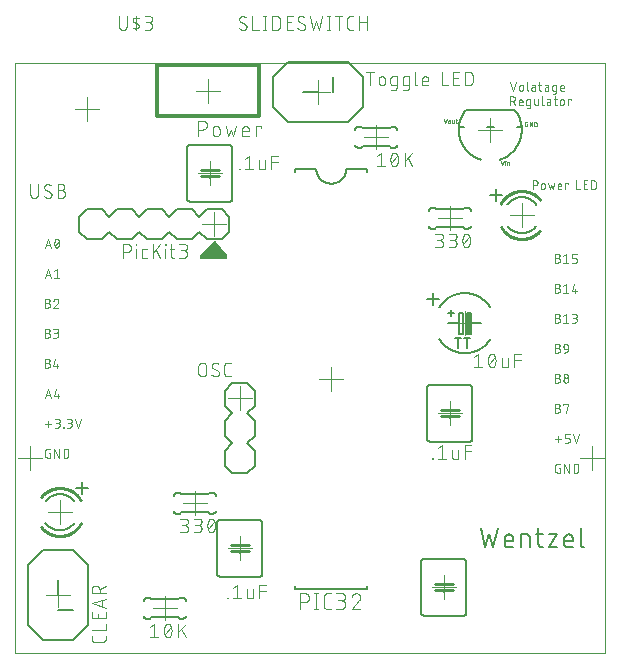
<source format=gto>
G04 EAGLE Gerber X2 export*
%TF.Part,Single*%
%TF.FileFunction,Other,Silk top*%
%TF.FilePolarity,Positive*%
%TF.GenerationSoftware,Autodesk,EAGLE,8.7.1*%
%TF.CreationDate,2018-04-17T12:56:34Z*%
G75*
%MOMM*%
%FSLAX34Y34*%
%LPD*%
%AMOC8*
5,1,8,0,0,1.08239X$1,22.5*%
G01*
%ADD10C,0.000000*%
%ADD11C,0.076200*%
%ADD12C,0.101600*%
%ADD13C,0.127000*%
%ADD14C,0.152400*%
%ADD15C,0.025400*%
%ADD16C,0.254000*%
%ADD17C,0.203200*%
%ADD18C,0.304800*%

G36*
X179090Y333252D02*
X179090Y333252D01*
X179109Y333250D01*
X179211Y333272D01*
X179313Y333289D01*
X179330Y333298D01*
X179350Y333302D01*
X179439Y333355D01*
X179530Y333404D01*
X179544Y333418D01*
X179561Y333428D01*
X179628Y333507D01*
X179700Y333582D01*
X179708Y333600D01*
X179721Y333615D01*
X179760Y333711D01*
X179803Y333805D01*
X179805Y333825D01*
X179813Y333843D01*
X179831Y334010D01*
X179831Y336550D01*
X179824Y336594D01*
X179826Y336638D01*
X179804Y336714D01*
X179792Y336793D01*
X179771Y336832D01*
X179759Y336874D01*
X179683Y336997D01*
X179676Y337010D01*
X179674Y337013D01*
X179671Y337017D01*
X170781Y348447D01*
X170770Y348458D01*
X170762Y348471D01*
X170680Y348541D01*
X170601Y348615D01*
X170587Y348621D01*
X170575Y348631D01*
X170474Y348671D01*
X170376Y348716D01*
X170361Y348717D01*
X170347Y348723D01*
X170180Y348741D01*
X168910Y348741D01*
X168820Y348727D01*
X168729Y348719D01*
X168699Y348707D01*
X168667Y348702D01*
X168587Y348659D01*
X168503Y348623D01*
X168471Y348597D01*
X168450Y348586D01*
X168428Y348563D01*
X168372Y348518D01*
X156942Y337088D01*
X156889Y337014D01*
X156829Y336945D01*
X156817Y336915D01*
X156798Y336889D01*
X156771Y336802D01*
X156737Y336717D01*
X156733Y336676D01*
X156726Y336653D01*
X156727Y336621D01*
X156719Y336550D01*
X156719Y334010D01*
X156722Y333990D01*
X156720Y333971D01*
X156742Y333869D01*
X156759Y333767D01*
X156768Y333750D01*
X156772Y333730D01*
X156825Y333641D01*
X156874Y333550D01*
X156888Y333536D01*
X156898Y333519D01*
X156977Y333452D01*
X157052Y333381D01*
X157070Y333372D01*
X157085Y333359D01*
X157181Y333320D01*
X157275Y333277D01*
X157295Y333275D01*
X157313Y333267D01*
X157480Y333249D01*
X179070Y333249D01*
X179090Y333252D01*
G37*
D10*
X0Y0D02*
X500000Y0D01*
X500000Y500000D01*
X0Y500000D01*
X0Y0D01*
D11*
X25781Y343281D02*
X28236Y350647D01*
X30692Y343281D01*
X30078Y345123D02*
X26395Y345123D01*
X33506Y346964D02*
X33508Y347117D01*
X33514Y347270D01*
X33523Y347422D01*
X33537Y347575D01*
X33554Y347727D01*
X33575Y347878D01*
X33600Y348029D01*
X33629Y348179D01*
X33661Y348329D01*
X33698Y348477D01*
X33738Y348625D01*
X33781Y348772D01*
X33829Y348917D01*
X33880Y349061D01*
X33934Y349204D01*
X33993Y349346D01*
X34054Y349485D01*
X34120Y349624D01*
X34146Y349694D01*
X34176Y349764D01*
X34209Y349831D01*
X34245Y349897D01*
X34284Y349961D01*
X34327Y350023D01*
X34373Y350082D01*
X34421Y350140D01*
X34472Y350194D01*
X34526Y350247D01*
X34583Y350296D01*
X34642Y350343D01*
X34703Y350386D01*
X34766Y350427D01*
X34831Y350464D01*
X34898Y350499D01*
X34967Y350529D01*
X35037Y350557D01*
X35108Y350580D01*
X35180Y350601D01*
X35253Y350617D01*
X35327Y350630D01*
X35402Y350640D01*
X35477Y350645D01*
X35552Y350647D01*
X35627Y350645D01*
X35702Y350640D01*
X35777Y350630D01*
X35851Y350617D01*
X35924Y350601D01*
X35996Y350580D01*
X36067Y350557D01*
X36137Y350529D01*
X36206Y350499D01*
X36273Y350464D01*
X36338Y350427D01*
X36401Y350386D01*
X36462Y350343D01*
X36521Y350296D01*
X36578Y350247D01*
X36632Y350194D01*
X36683Y350140D01*
X36732Y350082D01*
X36777Y350023D01*
X36820Y349961D01*
X36859Y349897D01*
X36896Y349831D01*
X36928Y349763D01*
X36958Y349694D01*
X36984Y349624D01*
X37049Y349486D01*
X37111Y349346D01*
X37169Y349204D01*
X37224Y349061D01*
X37275Y348917D01*
X37323Y348772D01*
X37366Y348625D01*
X37406Y348478D01*
X37443Y348329D01*
X37475Y348179D01*
X37504Y348029D01*
X37529Y347878D01*
X37550Y347727D01*
X37567Y347575D01*
X37581Y347422D01*
X37590Y347270D01*
X37596Y347117D01*
X37598Y346964D01*
X33505Y346964D02*
X33507Y346811D01*
X33513Y346658D01*
X33522Y346505D01*
X33536Y346353D01*
X33553Y346201D01*
X33574Y346050D01*
X33599Y345899D01*
X33628Y345748D01*
X33660Y345599D01*
X33697Y345450D01*
X33737Y345303D01*
X33780Y345156D01*
X33828Y345011D01*
X33879Y344866D01*
X33934Y344724D01*
X33992Y344582D01*
X34054Y344442D01*
X34119Y344304D01*
X34120Y344304D02*
X34146Y344233D01*
X34176Y344164D01*
X34209Y344097D01*
X34245Y344031D01*
X34284Y343967D01*
X34327Y343905D01*
X34373Y343846D01*
X34421Y343788D01*
X34472Y343734D01*
X34526Y343681D01*
X34583Y343632D01*
X34642Y343585D01*
X34703Y343542D01*
X34766Y343501D01*
X34831Y343464D01*
X34898Y343429D01*
X34967Y343399D01*
X35037Y343371D01*
X35108Y343348D01*
X35180Y343327D01*
X35253Y343311D01*
X35327Y343298D01*
X35402Y343288D01*
X35477Y343283D01*
X35552Y343281D01*
X36983Y344304D02*
X37048Y344442D01*
X37110Y344582D01*
X37168Y344724D01*
X37223Y344867D01*
X37274Y345011D01*
X37322Y345156D01*
X37365Y345303D01*
X37405Y345451D01*
X37442Y345599D01*
X37474Y345749D01*
X37503Y345899D01*
X37528Y346050D01*
X37549Y346201D01*
X37566Y346353D01*
X37580Y346506D01*
X37589Y346658D01*
X37595Y346811D01*
X37597Y346964D01*
X36984Y344304D02*
X36958Y344234D01*
X36928Y344164D01*
X36896Y344097D01*
X36859Y344031D01*
X36820Y343967D01*
X36777Y343905D01*
X36731Y343846D01*
X36683Y343788D01*
X36632Y343734D01*
X36578Y343681D01*
X36521Y343632D01*
X36462Y343585D01*
X36401Y343542D01*
X36338Y343501D01*
X36273Y343464D01*
X36206Y343429D01*
X36137Y343399D01*
X36067Y343371D01*
X35996Y343348D01*
X35924Y343327D01*
X35851Y343311D01*
X35777Y343298D01*
X35702Y343288D01*
X35627Y343283D01*
X35552Y343281D01*
X33915Y344918D02*
X37188Y349010D01*
X28236Y325247D02*
X25781Y317881D01*
X30692Y317881D02*
X28236Y325247D01*
X26395Y319723D02*
X30078Y319723D01*
X33505Y323610D02*
X35552Y325247D01*
X35552Y317881D01*
X37598Y317881D02*
X33505Y317881D01*
X27827Y296573D02*
X25781Y296573D01*
X27827Y296573D02*
X27916Y296571D01*
X28005Y296565D01*
X28094Y296555D01*
X28182Y296542D01*
X28270Y296525D01*
X28357Y296503D01*
X28442Y296478D01*
X28527Y296450D01*
X28610Y296417D01*
X28692Y296381D01*
X28772Y296342D01*
X28850Y296299D01*
X28926Y296253D01*
X29001Y296203D01*
X29073Y296150D01*
X29142Y296094D01*
X29209Y296035D01*
X29274Y295974D01*
X29335Y295909D01*
X29394Y295842D01*
X29450Y295773D01*
X29503Y295701D01*
X29553Y295626D01*
X29599Y295550D01*
X29642Y295472D01*
X29681Y295392D01*
X29717Y295310D01*
X29750Y295227D01*
X29778Y295142D01*
X29803Y295057D01*
X29825Y294970D01*
X29842Y294882D01*
X29855Y294794D01*
X29865Y294705D01*
X29871Y294616D01*
X29873Y294527D01*
X29871Y294438D01*
X29865Y294349D01*
X29855Y294260D01*
X29842Y294172D01*
X29825Y294084D01*
X29803Y293997D01*
X29778Y293912D01*
X29750Y293827D01*
X29717Y293744D01*
X29681Y293662D01*
X29642Y293582D01*
X29599Y293504D01*
X29553Y293428D01*
X29503Y293353D01*
X29450Y293281D01*
X29394Y293212D01*
X29335Y293145D01*
X29274Y293080D01*
X29209Y293019D01*
X29142Y292960D01*
X29073Y292904D01*
X29001Y292851D01*
X28926Y292801D01*
X28850Y292755D01*
X28772Y292712D01*
X28692Y292673D01*
X28610Y292637D01*
X28527Y292604D01*
X28442Y292576D01*
X28357Y292551D01*
X28270Y292529D01*
X28182Y292512D01*
X28094Y292499D01*
X28005Y292489D01*
X27916Y292483D01*
X27827Y292481D01*
X25781Y292481D01*
X25781Y299847D01*
X27827Y299847D01*
X27906Y299845D01*
X27985Y299839D01*
X28064Y299830D01*
X28142Y299817D01*
X28219Y299799D01*
X28295Y299779D01*
X28370Y299754D01*
X28444Y299726D01*
X28517Y299695D01*
X28588Y299659D01*
X28657Y299621D01*
X28724Y299579D01*
X28789Y299534D01*
X28852Y299486D01*
X28913Y299435D01*
X28970Y299381D01*
X29026Y299325D01*
X29078Y299266D01*
X29128Y299204D01*
X29174Y299140D01*
X29218Y299074D01*
X29258Y299006D01*
X29294Y298936D01*
X29328Y298864D01*
X29358Y298790D01*
X29384Y298716D01*
X29407Y298640D01*
X29425Y298563D01*
X29441Y298486D01*
X29452Y298407D01*
X29460Y298329D01*
X29464Y298250D01*
X29464Y298170D01*
X29460Y298091D01*
X29452Y298013D01*
X29441Y297934D01*
X29425Y297857D01*
X29407Y297780D01*
X29384Y297704D01*
X29358Y297630D01*
X29328Y297556D01*
X29294Y297484D01*
X29258Y297414D01*
X29218Y297346D01*
X29174Y297280D01*
X29128Y297216D01*
X29078Y297154D01*
X29026Y297095D01*
X28970Y297039D01*
X28913Y296985D01*
X28852Y296934D01*
X28789Y296886D01*
X28724Y296841D01*
X28657Y296799D01*
X28588Y296761D01*
X28517Y296725D01*
X28444Y296694D01*
X28370Y296666D01*
X28295Y296641D01*
X28219Y296621D01*
X28142Y296603D01*
X28064Y296590D01*
X27985Y296581D01*
X27906Y296575D01*
X27827Y296573D01*
X34985Y299848D02*
X35070Y299846D01*
X35155Y299840D01*
X35239Y299830D01*
X35323Y299817D01*
X35407Y299799D01*
X35489Y299778D01*
X35570Y299753D01*
X35650Y299724D01*
X35729Y299691D01*
X35806Y299655D01*
X35881Y299615D01*
X35955Y299572D01*
X36026Y299526D01*
X36095Y299476D01*
X36162Y299423D01*
X36226Y299367D01*
X36287Y299308D01*
X36346Y299247D01*
X36402Y299183D01*
X36455Y299116D01*
X36505Y299047D01*
X36551Y298976D01*
X36594Y298902D01*
X36634Y298827D01*
X36670Y298750D01*
X36703Y298671D01*
X36732Y298591D01*
X36757Y298510D01*
X36778Y298428D01*
X36796Y298344D01*
X36809Y298260D01*
X36819Y298176D01*
X36825Y298091D01*
X36827Y298006D01*
X34985Y299847D02*
X34889Y299845D01*
X34793Y299839D01*
X34698Y299829D01*
X34603Y299816D01*
X34508Y299798D01*
X34415Y299777D01*
X34322Y299752D01*
X34231Y299723D01*
X34140Y299691D01*
X34051Y299655D01*
X33964Y299615D01*
X33878Y299572D01*
X33794Y299526D01*
X33712Y299476D01*
X33632Y299422D01*
X33555Y299366D01*
X33480Y299306D01*
X33407Y299244D01*
X33337Y299178D01*
X33269Y299110D01*
X33204Y299039D01*
X33143Y298966D01*
X33084Y298890D01*
X33028Y298811D01*
X32976Y298731D01*
X32927Y298648D01*
X32881Y298564D01*
X32839Y298478D01*
X32801Y298390D01*
X32766Y298301D01*
X32734Y298210D01*
X36213Y296574D02*
X36273Y296633D01*
X36330Y296695D01*
X36385Y296759D01*
X36436Y296826D01*
X36485Y296895D01*
X36531Y296965D01*
X36574Y297038D01*
X36614Y297112D01*
X36650Y297188D01*
X36683Y297266D01*
X36713Y297345D01*
X36740Y297425D01*
X36763Y297506D01*
X36782Y297588D01*
X36798Y297670D01*
X36811Y297754D01*
X36820Y297838D01*
X36825Y297922D01*
X36827Y298006D01*
X36213Y296573D02*
X32735Y292481D01*
X36827Y292481D01*
X27827Y271173D02*
X25781Y271173D01*
X27827Y271173D02*
X27916Y271171D01*
X28005Y271165D01*
X28094Y271155D01*
X28182Y271142D01*
X28270Y271125D01*
X28357Y271103D01*
X28442Y271078D01*
X28527Y271050D01*
X28610Y271017D01*
X28692Y270981D01*
X28772Y270942D01*
X28850Y270899D01*
X28926Y270853D01*
X29001Y270803D01*
X29073Y270750D01*
X29142Y270694D01*
X29209Y270635D01*
X29274Y270574D01*
X29335Y270509D01*
X29394Y270442D01*
X29450Y270373D01*
X29503Y270301D01*
X29553Y270226D01*
X29599Y270150D01*
X29642Y270072D01*
X29681Y269992D01*
X29717Y269910D01*
X29750Y269827D01*
X29778Y269742D01*
X29803Y269657D01*
X29825Y269570D01*
X29842Y269482D01*
X29855Y269394D01*
X29865Y269305D01*
X29871Y269216D01*
X29873Y269127D01*
X29871Y269038D01*
X29865Y268949D01*
X29855Y268860D01*
X29842Y268772D01*
X29825Y268684D01*
X29803Y268597D01*
X29778Y268512D01*
X29750Y268427D01*
X29717Y268344D01*
X29681Y268262D01*
X29642Y268182D01*
X29599Y268104D01*
X29553Y268028D01*
X29503Y267953D01*
X29450Y267881D01*
X29394Y267812D01*
X29335Y267745D01*
X29274Y267680D01*
X29209Y267619D01*
X29142Y267560D01*
X29073Y267504D01*
X29001Y267451D01*
X28926Y267401D01*
X28850Y267355D01*
X28772Y267312D01*
X28692Y267273D01*
X28610Y267237D01*
X28527Y267204D01*
X28442Y267176D01*
X28357Y267151D01*
X28270Y267129D01*
X28182Y267112D01*
X28094Y267099D01*
X28005Y267089D01*
X27916Y267083D01*
X27827Y267081D01*
X25781Y267081D01*
X25781Y274447D01*
X27827Y274447D01*
X27906Y274445D01*
X27985Y274439D01*
X28064Y274430D01*
X28142Y274417D01*
X28219Y274399D01*
X28295Y274379D01*
X28370Y274354D01*
X28444Y274326D01*
X28517Y274295D01*
X28588Y274259D01*
X28657Y274221D01*
X28724Y274179D01*
X28789Y274134D01*
X28852Y274086D01*
X28913Y274035D01*
X28970Y273981D01*
X29026Y273925D01*
X29078Y273866D01*
X29128Y273804D01*
X29174Y273740D01*
X29218Y273674D01*
X29258Y273606D01*
X29294Y273536D01*
X29328Y273464D01*
X29358Y273390D01*
X29384Y273316D01*
X29407Y273240D01*
X29425Y273163D01*
X29441Y273086D01*
X29452Y273007D01*
X29460Y272929D01*
X29464Y272850D01*
X29464Y272770D01*
X29460Y272691D01*
X29452Y272613D01*
X29441Y272534D01*
X29425Y272457D01*
X29407Y272380D01*
X29384Y272304D01*
X29358Y272230D01*
X29328Y272156D01*
X29294Y272084D01*
X29258Y272014D01*
X29218Y271946D01*
X29174Y271880D01*
X29128Y271816D01*
X29078Y271754D01*
X29026Y271695D01*
X28970Y271639D01*
X28913Y271585D01*
X28852Y271534D01*
X28789Y271486D01*
X28724Y271441D01*
X28657Y271399D01*
X28588Y271361D01*
X28517Y271325D01*
X28444Y271294D01*
X28370Y271266D01*
X28295Y271241D01*
X28219Y271221D01*
X28142Y271203D01*
X28064Y271190D01*
X27985Y271181D01*
X27906Y271175D01*
X27827Y271173D01*
X32735Y267081D02*
X34781Y267081D01*
X34870Y267083D01*
X34959Y267089D01*
X35048Y267099D01*
X35136Y267112D01*
X35224Y267129D01*
X35311Y267151D01*
X35396Y267176D01*
X35481Y267204D01*
X35564Y267237D01*
X35646Y267273D01*
X35726Y267312D01*
X35804Y267355D01*
X35880Y267401D01*
X35955Y267451D01*
X36027Y267504D01*
X36096Y267560D01*
X36163Y267619D01*
X36228Y267680D01*
X36289Y267745D01*
X36348Y267812D01*
X36404Y267881D01*
X36457Y267953D01*
X36507Y268028D01*
X36553Y268104D01*
X36596Y268182D01*
X36635Y268262D01*
X36671Y268344D01*
X36704Y268427D01*
X36732Y268512D01*
X36757Y268597D01*
X36779Y268684D01*
X36796Y268772D01*
X36809Y268860D01*
X36819Y268949D01*
X36825Y269038D01*
X36827Y269127D01*
X36825Y269216D01*
X36819Y269305D01*
X36809Y269394D01*
X36796Y269482D01*
X36779Y269570D01*
X36757Y269657D01*
X36732Y269742D01*
X36704Y269827D01*
X36671Y269910D01*
X36635Y269992D01*
X36596Y270072D01*
X36553Y270150D01*
X36507Y270226D01*
X36457Y270301D01*
X36404Y270373D01*
X36348Y270442D01*
X36289Y270509D01*
X36228Y270574D01*
X36163Y270635D01*
X36096Y270694D01*
X36027Y270750D01*
X35955Y270803D01*
X35880Y270853D01*
X35804Y270899D01*
X35726Y270942D01*
X35646Y270981D01*
X35564Y271017D01*
X35481Y271050D01*
X35396Y271078D01*
X35311Y271103D01*
X35224Y271125D01*
X35136Y271142D01*
X35048Y271155D01*
X34959Y271165D01*
X34870Y271171D01*
X34781Y271173D01*
X35190Y274447D02*
X32735Y274447D01*
X35190Y274447D02*
X35269Y274445D01*
X35348Y274439D01*
X35427Y274430D01*
X35505Y274417D01*
X35582Y274399D01*
X35658Y274379D01*
X35733Y274354D01*
X35807Y274326D01*
X35880Y274295D01*
X35951Y274259D01*
X36020Y274221D01*
X36087Y274179D01*
X36152Y274134D01*
X36215Y274086D01*
X36276Y274035D01*
X36333Y273981D01*
X36389Y273925D01*
X36441Y273866D01*
X36491Y273804D01*
X36537Y273740D01*
X36581Y273674D01*
X36621Y273606D01*
X36657Y273536D01*
X36691Y273464D01*
X36721Y273390D01*
X36747Y273316D01*
X36770Y273240D01*
X36788Y273163D01*
X36804Y273086D01*
X36815Y273007D01*
X36823Y272929D01*
X36827Y272850D01*
X36827Y272770D01*
X36823Y272691D01*
X36815Y272613D01*
X36804Y272534D01*
X36788Y272457D01*
X36770Y272380D01*
X36747Y272304D01*
X36721Y272230D01*
X36691Y272156D01*
X36657Y272084D01*
X36621Y272014D01*
X36581Y271946D01*
X36537Y271880D01*
X36491Y271816D01*
X36441Y271754D01*
X36389Y271695D01*
X36333Y271639D01*
X36276Y271585D01*
X36215Y271534D01*
X36152Y271486D01*
X36087Y271441D01*
X36020Y271399D01*
X35951Y271361D01*
X35880Y271325D01*
X35807Y271294D01*
X35733Y271266D01*
X35658Y271241D01*
X35582Y271221D01*
X35505Y271203D01*
X35427Y271190D01*
X35348Y271181D01*
X35269Y271175D01*
X35190Y271173D01*
X33553Y271173D01*
X27827Y245773D02*
X25781Y245773D01*
X27827Y245773D02*
X27916Y245771D01*
X28005Y245765D01*
X28094Y245755D01*
X28182Y245742D01*
X28270Y245725D01*
X28357Y245703D01*
X28442Y245678D01*
X28527Y245650D01*
X28610Y245617D01*
X28692Y245581D01*
X28772Y245542D01*
X28850Y245499D01*
X28926Y245453D01*
X29001Y245403D01*
X29073Y245350D01*
X29142Y245294D01*
X29209Y245235D01*
X29274Y245174D01*
X29335Y245109D01*
X29394Y245042D01*
X29450Y244973D01*
X29503Y244901D01*
X29553Y244826D01*
X29599Y244750D01*
X29642Y244672D01*
X29681Y244592D01*
X29717Y244510D01*
X29750Y244427D01*
X29778Y244342D01*
X29803Y244257D01*
X29825Y244170D01*
X29842Y244082D01*
X29855Y243994D01*
X29865Y243905D01*
X29871Y243816D01*
X29873Y243727D01*
X29871Y243638D01*
X29865Y243549D01*
X29855Y243460D01*
X29842Y243372D01*
X29825Y243284D01*
X29803Y243197D01*
X29778Y243112D01*
X29750Y243027D01*
X29717Y242944D01*
X29681Y242862D01*
X29642Y242782D01*
X29599Y242704D01*
X29553Y242628D01*
X29503Y242553D01*
X29450Y242481D01*
X29394Y242412D01*
X29335Y242345D01*
X29274Y242280D01*
X29209Y242219D01*
X29142Y242160D01*
X29073Y242104D01*
X29001Y242051D01*
X28926Y242001D01*
X28850Y241955D01*
X28772Y241912D01*
X28692Y241873D01*
X28610Y241837D01*
X28527Y241804D01*
X28442Y241776D01*
X28357Y241751D01*
X28270Y241729D01*
X28182Y241712D01*
X28094Y241699D01*
X28005Y241689D01*
X27916Y241683D01*
X27827Y241681D01*
X25781Y241681D01*
X25781Y249047D01*
X27827Y249047D01*
X27906Y249045D01*
X27985Y249039D01*
X28064Y249030D01*
X28142Y249017D01*
X28219Y248999D01*
X28295Y248979D01*
X28370Y248954D01*
X28444Y248926D01*
X28517Y248895D01*
X28588Y248859D01*
X28657Y248821D01*
X28724Y248779D01*
X28789Y248734D01*
X28852Y248686D01*
X28913Y248635D01*
X28970Y248581D01*
X29026Y248525D01*
X29078Y248466D01*
X29128Y248404D01*
X29174Y248340D01*
X29218Y248274D01*
X29258Y248206D01*
X29294Y248136D01*
X29328Y248064D01*
X29358Y247990D01*
X29384Y247916D01*
X29407Y247840D01*
X29425Y247763D01*
X29441Y247686D01*
X29452Y247607D01*
X29460Y247529D01*
X29464Y247450D01*
X29464Y247370D01*
X29460Y247291D01*
X29452Y247213D01*
X29441Y247134D01*
X29425Y247057D01*
X29407Y246980D01*
X29384Y246904D01*
X29358Y246830D01*
X29328Y246756D01*
X29294Y246684D01*
X29258Y246614D01*
X29218Y246546D01*
X29174Y246480D01*
X29128Y246416D01*
X29078Y246354D01*
X29026Y246295D01*
X28970Y246239D01*
X28913Y246185D01*
X28852Y246134D01*
X28789Y246086D01*
X28724Y246041D01*
X28657Y245999D01*
X28588Y245961D01*
X28517Y245925D01*
X28444Y245894D01*
X28370Y245866D01*
X28295Y245841D01*
X28219Y245821D01*
X28142Y245803D01*
X28064Y245790D01*
X27985Y245781D01*
X27906Y245775D01*
X27827Y245773D01*
X32735Y243318D02*
X34372Y249047D01*
X32735Y243318D02*
X36827Y243318D01*
X35599Y244955D02*
X35599Y241681D01*
X28236Y223647D02*
X25781Y216281D01*
X30692Y216281D02*
X28236Y223647D01*
X26395Y218123D02*
X30078Y218123D01*
X33505Y217918D02*
X35142Y223647D01*
X33505Y217918D02*
X37598Y217918D01*
X36370Y219555D02*
X36370Y216281D01*
X30692Y193746D02*
X25781Y193746D01*
X28236Y196201D02*
X28236Y191290D01*
X33993Y190881D02*
X36039Y190881D01*
X36128Y190883D01*
X36217Y190889D01*
X36306Y190899D01*
X36394Y190912D01*
X36482Y190929D01*
X36569Y190951D01*
X36654Y190976D01*
X36739Y191004D01*
X36822Y191037D01*
X36904Y191073D01*
X36984Y191112D01*
X37062Y191155D01*
X37138Y191201D01*
X37213Y191251D01*
X37285Y191304D01*
X37354Y191360D01*
X37421Y191419D01*
X37486Y191480D01*
X37547Y191545D01*
X37606Y191612D01*
X37662Y191681D01*
X37715Y191753D01*
X37765Y191828D01*
X37811Y191904D01*
X37854Y191982D01*
X37893Y192062D01*
X37929Y192144D01*
X37962Y192227D01*
X37990Y192312D01*
X38015Y192397D01*
X38037Y192484D01*
X38054Y192572D01*
X38067Y192660D01*
X38077Y192749D01*
X38083Y192838D01*
X38085Y192927D01*
X38083Y193016D01*
X38077Y193105D01*
X38067Y193194D01*
X38054Y193282D01*
X38037Y193370D01*
X38015Y193457D01*
X37990Y193542D01*
X37962Y193627D01*
X37929Y193710D01*
X37893Y193792D01*
X37854Y193872D01*
X37811Y193950D01*
X37765Y194026D01*
X37715Y194101D01*
X37662Y194173D01*
X37606Y194242D01*
X37547Y194309D01*
X37486Y194374D01*
X37421Y194435D01*
X37354Y194494D01*
X37285Y194550D01*
X37213Y194603D01*
X37138Y194653D01*
X37062Y194699D01*
X36984Y194742D01*
X36904Y194781D01*
X36822Y194817D01*
X36739Y194850D01*
X36654Y194878D01*
X36569Y194903D01*
X36482Y194925D01*
X36394Y194942D01*
X36306Y194955D01*
X36217Y194965D01*
X36128Y194971D01*
X36039Y194973D01*
X36448Y198247D02*
X33993Y198247D01*
X36448Y198247D02*
X36527Y198245D01*
X36606Y198239D01*
X36685Y198230D01*
X36763Y198217D01*
X36840Y198199D01*
X36916Y198179D01*
X36991Y198154D01*
X37065Y198126D01*
X37138Y198095D01*
X37209Y198059D01*
X37278Y198021D01*
X37345Y197979D01*
X37410Y197934D01*
X37473Y197886D01*
X37534Y197835D01*
X37591Y197781D01*
X37647Y197725D01*
X37699Y197666D01*
X37749Y197604D01*
X37795Y197540D01*
X37839Y197474D01*
X37879Y197406D01*
X37915Y197336D01*
X37949Y197264D01*
X37979Y197190D01*
X38005Y197116D01*
X38028Y197040D01*
X38046Y196963D01*
X38062Y196886D01*
X38073Y196807D01*
X38081Y196729D01*
X38085Y196650D01*
X38085Y196570D01*
X38081Y196491D01*
X38073Y196413D01*
X38062Y196334D01*
X38046Y196257D01*
X38028Y196180D01*
X38005Y196104D01*
X37979Y196030D01*
X37949Y195956D01*
X37915Y195884D01*
X37879Y195814D01*
X37839Y195746D01*
X37795Y195680D01*
X37749Y195616D01*
X37699Y195554D01*
X37647Y195495D01*
X37591Y195439D01*
X37534Y195385D01*
X37473Y195334D01*
X37410Y195286D01*
X37345Y195241D01*
X37278Y195199D01*
X37209Y195161D01*
X37138Y195125D01*
X37065Y195094D01*
X36991Y195066D01*
X36916Y195041D01*
X36840Y195021D01*
X36763Y195003D01*
X36685Y194990D01*
X36606Y194981D01*
X36527Y194975D01*
X36448Y194973D01*
X34812Y194973D01*
X40955Y191290D02*
X40955Y190881D01*
X40955Y191290D02*
X41364Y191290D01*
X41364Y190881D01*
X40955Y190881D01*
X44234Y190881D02*
X46280Y190881D01*
X46369Y190883D01*
X46458Y190889D01*
X46547Y190899D01*
X46635Y190912D01*
X46723Y190929D01*
X46810Y190951D01*
X46895Y190976D01*
X46980Y191004D01*
X47063Y191037D01*
X47145Y191073D01*
X47225Y191112D01*
X47303Y191155D01*
X47379Y191201D01*
X47454Y191251D01*
X47526Y191304D01*
X47595Y191360D01*
X47662Y191419D01*
X47727Y191480D01*
X47788Y191545D01*
X47847Y191612D01*
X47903Y191681D01*
X47956Y191753D01*
X48006Y191828D01*
X48052Y191904D01*
X48095Y191982D01*
X48134Y192062D01*
X48170Y192144D01*
X48203Y192227D01*
X48231Y192312D01*
X48256Y192397D01*
X48278Y192484D01*
X48295Y192572D01*
X48308Y192660D01*
X48318Y192749D01*
X48324Y192838D01*
X48326Y192927D01*
X48324Y193016D01*
X48318Y193105D01*
X48308Y193194D01*
X48295Y193282D01*
X48278Y193370D01*
X48256Y193457D01*
X48231Y193542D01*
X48203Y193627D01*
X48170Y193710D01*
X48134Y193792D01*
X48095Y193872D01*
X48052Y193950D01*
X48006Y194026D01*
X47956Y194101D01*
X47903Y194173D01*
X47847Y194242D01*
X47788Y194309D01*
X47727Y194374D01*
X47662Y194435D01*
X47595Y194494D01*
X47526Y194550D01*
X47454Y194603D01*
X47379Y194653D01*
X47303Y194699D01*
X47225Y194742D01*
X47145Y194781D01*
X47063Y194817D01*
X46980Y194850D01*
X46895Y194878D01*
X46810Y194903D01*
X46723Y194925D01*
X46635Y194942D01*
X46547Y194955D01*
X46458Y194965D01*
X46369Y194971D01*
X46280Y194973D01*
X46690Y198247D02*
X44234Y198247D01*
X46690Y198247D02*
X46769Y198245D01*
X46848Y198239D01*
X46927Y198230D01*
X47005Y198217D01*
X47082Y198199D01*
X47158Y198179D01*
X47233Y198154D01*
X47307Y198126D01*
X47380Y198095D01*
X47451Y198059D01*
X47520Y198021D01*
X47587Y197979D01*
X47652Y197934D01*
X47715Y197886D01*
X47776Y197835D01*
X47833Y197781D01*
X47889Y197725D01*
X47941Y197666D01*
X47991Y197604D01*
X48037Y197540D01*
X48081Y197474D01*
X48121Y197406D01*
X48157Y197336D01*
X48191Y197264D01*
X48221Y197190D01*
X48247Y197116D01*
X48270Y197040D01*
X48288Y196963D01*
X48304Y196886D01*
X48315Y196807D01*
X48323Y196729D01*
X48327Y196650D01*
X48327Y196570D01*
X48323Y196491D01*
X48315Y196413D01*
X48304Y196334D01*
X48288Y196257D01*
X48270Y196180D01*
X48247Y196104D01*
X48221Y196030D01*
X48191Y195956D01*
X48157Y195884D01*
X48121Y195814D01*
X48081Y195746D01*
X48037Y195680D01*
X47991Y195616D01*
X47941Y195554D01*
X47889Y195495D01*
X47833Y195439D01*
X47776Y195385D01*
X47715Y195334D01*
X47652Y195286D01*
X47587Y195241D01*
X47520Y195199D01*
X47451Y195161D01*
X47380Y195125D01*
X47307Y195094D01*
X47233Y195066D01*
X47158Y195041D01*
X47082Y195021D01*
X47005Y195003D01*
X46927Y194990D01*
X46848Y194981D01*
X46769Y194975D01*
X46690Y194973D01*
X45053Y194973D01*
X51140Y198247D02*
X53596Y190881D01*
X56051Y198247D01*
X29873Y169573D02*
X28646Y169573D01*
X29873Y169573D02*
X29873Y165481D01*
X27418Y165481D01*
X27340Y165483D01*
X27262Y165488D01*
X27185Y165498D01*
X27108Y165511D01*
X27032Y165527D01*
X26957Y165547D01*
X26883Y165571D01*
X26810Y165598D01*
X26738Y165629D01*
X26668Y165663D01*
X26599Y165700D01*
X26533Y165741D01*
X26468Y165785D01*
X26406Y165831D01*
X26346Y165881D01*
X26288Y165933D01*
X26233Y165988D01*
X26181Y166046D01*
X26131Y166106D01*
X26085Y166168D01*
X26041Y166233D01*
X26000Y166300D01*
X25963Y166368D01*
X25929Y166438D01*
X25898Y166510D01*
X25871Y166583D01*
X25847Y166657D01*
X25827Y166732D01*
X25811Y166808D01*
X25798Y166885D01*
X25788Y166962D01*
X25783Y167040D01*
X25781Y167118D01*
X25781Y171210D01*
X25783Y171290D01*
X25789Y171370D01*
X25799Y171450D01*
X25812Y171529D01*
X25830Y171608D01*
X25851Y171685D01*
X25877Y171761D01*
X25906Y171836D01*
X25938Y171910D01*
X25974Y171982D01*
X26014Y172052D01*
X26057Y172119D01*
X26103Y172185D01*
X26153Y172248D01*
X26205Y172309D01*
X26260Y172368D01*
X26319Y172423D01*
X26379Y172475D01*
X26443Y172525D01*
X26509Y172571D01*
X26576Y172614D01*
X26646Y172654D01*
X26718Y172690D01*
X26792Y172722D01*
X26866Y172751D01*
X26943Y172777D01*
X27020Y172798D01*
X27099Y172816D01*
X27178Y172829D01*
X27258Y172839D01*
X27338Y172845D01*
X27418Y172847D01*
X29873Y172847D01*
X33584Y172847D02*
X33584Y165481D01*
X37676Y165481D02*
X33584Y172847D01*
X37676Y172847D02*
X37676Y165481D01*
X41387Y165481D02*
X41387Y172847D01*
X43433Y172847D01*
X43522Y172845D01*
X43611Y172839D01*
X43700Y172829D01*
X43788Y172816D01*
X43876Y172799D01*
X43963Y172777D01*
X44048Y172752D01*
X44133Y172724D01*
X44216Y172691D01*
X44298Y172655D01*
X44378Y172616D01*
X44456Y172573D01*
X44532Y172527D01*
X44607Y172477D01*
X44679Y172424D01*
X44748Y172368D01*
X44815Y172309D01*
X44880Y172248D01*
X44941Y172183D01*
X45000Y172116D01*
X45056Y172047D01*
X45109Y171975D01*
X45159Y171900D01*
X45205Y171824D01*
X45248Y171746D01*
X45287Y171666D01*
X45323Y171584D01*
X45356Y171501D01*
X45384Y171416D01*
X45409Y171331D01*
X45431Y171244D01*
X45448Y171156D01*
X45461Y171068D01*
X45471Y170979D01*
X45477Y170890D01*
X45479Y170801D01*
X45479Y167527D01*
X45477Y167438D01*
X45471Y167349D01*
X45461Y167260D01*
X45448Y167172D01*
X45431Y167084D01*
X45409Y166997D01*
X45384Y166912D01*
X45356Y166827D01*
X45323Y166744D01*
X45287Y166662D01*
X45248Y166582D01*
X45205Y166504D01*
X45159Y166428D01*
X45109Y166353D01*
X45056Y166281D01*
X45000Y166212D01*
X44941Y166145D01*
X44880Y166080D01*
X44815Y166019D01*
X44748Y165960D01*
X44679Y165904D01*
X44607Y165851D01*
X44532Y165801D01*
X44456Y165755D01*
X44378Y165712D01*
X44298Y165673D01*
X44216Y165637D01*
X44133Y165604D01*
X44048Y165576D01*
X43963Y165551D01*
X43876Y165529D01*
X43788Y165512D01*
X43700Y165499D01*
X43611Y165489D01*
X43522Y165483D01*
X43433Y165481D01*
X41387Y165481D01*
X460446Y156873D02*
X461673Y156873D01*
X461673Y152781D01*
X459218Y152781D01*
X459140Y152783D01*
X459062Y152788D01*
X458985Y152798D01*
X458908Y152811D01*
X458832Y152827D01*
X458757Y152847D01*
X458683Y152871D01*
X458610Y152898D01*
X458538Y152929D01*
X458468Y152963D01*
X458400Y153000D01*
X458333Y153041D01*
X458268Y153085D01*
X458206Y153131D01*
X458146Y153181D01*
X458088Y153233D01*
X458033Y153288D01*
X457981Y153346D01*
X457931Y153406D01*
X457885Y153468D01*
X457841Y153533D01*
X457800Y153600D01*
X457763Y153668D01*
X457729Y153738D01*
X457698Y153810D01*
X457671Y153883D01*
X457647Y153957D01*
X457627Y154032D01*
X457611Y154108D01*
X457598Y154185D01*
X457588Y154262D01*
X457583Y154340D01*
X457581Y154418D01*
X457581Y158510D01*
X457583Y158590D01*
X457589Y158670D01*
X457599Y158750D01*
X457612Y158829D01*
X457630Y158908D01*
X457651Y158985D01*
X457677Y159061D01*
X457706Y159136D01*
X457738Y159210D01*
X457774Y159282D01*
X457814Y159352D01*
X457857Y159419D01*
X457903Y159485D01*
X457953Y159548D01*
X458005Y159609D01*
X458060Y159668D01*
X458119Y159723D01*
X458179Y159775D01*
X458243Y159825D01*
X458309Y159871D01*
X458376Y159914D01*
X458446Y159954D01*
X458518Y159990D01*
X458592Y160022D01*
X458666Y160051D01*
X458743Y160077D01*
X458820Y160098D01*
X458899Y160116D01*
X458978Y160129D01*
X459058Y160139D01*
X459138Y160145D01*
X459218Y160147D01*
X461673Y160147D01*
X465384Y160147D02*
X465384Y152781D01*
X469476Y152781D02*
X465384Y160147D01*
X469476Y160147D02*
X469476Y152781D01*
X473187Y152781D02*
X473187Y160147D01*
X475233Y160147D01*
X475322Y160145D01*
X475411Y160139D01*
X475500Y160129D01*
X475588Y160116D01*
X475676Y160099D01*
X475763Y160077D01*
X475848Y160052D01*
X475933Y160024D01*
X476016Y159991D01*
X476098Y159955D01*
X476178Y159916D01*
X476256Y159873D01*
X476332Y159827D01*
X476407Y159777D01*
X476479Y159724D01*
X476548Y159668D01*
X476615Y159609D01*
X476680Y159548D01*
X476741Y159483D01*
X476800Y159416D01*
X476856Y159347D01*
X476909Y159275D01*
X476959Y159200D01*
X477005Y159124D01*
X477048Y159046D01*
X477087Y158966D01*
X477123Y158884D01*
X477156Y158801D01*
X477184Y158716D01*
X477209Y158631D01*
X477231Y158544D01*
X477248Y158456D01*
X477261Y158368D01*
X477271Y158279D01*
X477277Y158190D01*
X477279Y158101D01*
X477279Y154827D01*
X477277Y154738D01*
X477271Y154649D01*
X477261Y154560D01*
X477248Y154472D01*
X477231Y154384D01*
X477209Y154297D01*
X477184Y154212D01*
X477156Y154127D01*
X477123Y154044D01*
X477087Y153962D01*
X477048Y153882D01*
X477005Y153804D01*
X476959Y153728D01*
X476909Y153653D01*
X476856Y153581D01*
X476800Y153512D01*
X476741Y153445D01*
X476680Y153380D01*
X476615Y153319D01*
X476548Y153260D01*
X476479Y153204D01*
X476407Y153151D01*
X476332Y153101D01*
X476256Y153055D01*
X476178Y153012D01*
X476098Y152973D01*
X476016Y152937D01*
X475933Y152904D01*
X475848Y152876D01*
X475763Y152851D01*
X475676Y152829D01*
X475588Y152812D01*
X475500Y152799D01*
X475411Y152789D01*
X475322Y152783D01*
X475233Y152781D01*
X473187Y152781D01*
X462492Y181046D02*
X457581Y181046D01*
X460036Y183501D02*
X460036Y178590D01*
X465793Y178181D02*
X468248Y178181D01*
X468326Y178183D01*
X468404Y178188D01*
X468481Y178198D01*
X468558Y178211D01*
X468634Y178227D01*
X468709Y178247D01*
X468783Y178271D01*
X468856Y178298D01*
X468928Y178329D01*
X468998Y178363D01*
X469067Y178400D01*
X469133Y178441D01*
X469198Y178485D01*
X469260Y178531D01*
X469320Y178581D01*
X469378Y178633D01*
X469433Y178688D01*
X469485Y178746D01*
X469535Y178806D01*
X469581Y178868D01*
X469625Y178933D01*
X469666Y179000D01*
X469703Y179068D01*
X469737Y179138D01*
X469768Y179210D01*
X469795Y179283D01*
X469819Y179357D01*
X469839Y179432D01*
X469855Y179508D01*
X469868Y179585D01*
X469878Y179662D01*
X469883Y179740D01*
X469885Y179818D01*
X469885Y180636D01*
X469883Y180714D01*
X469878Y180792D01*
X469868Y180869D01*
X469855Y180946D01*
X469839Y181022D01*
X469819Y181097D01*
X469795Y181171D01*
X469768Y181244D01*
X469737Y181316D01*
X469703Y181386D01*
X469666Y181455D01*
X469625Y181521D01*
X469581Y181586D01*
X469535Y181648D01*
X469485Y181708D01*
X469433Y181766D01*
X469378Y181821D01*
X469320Y181873D01*
X469260Y181923D01*
X469198Y181969D01*
X469133Y182013D01*
X469067Y182054D01*
X468998Y182091D01*
X468928Y182125D01*
X468856Y182156D01*
X468783Y182183D01*
X468709Y182207D01*
X468634Y182227D01*
X468558Y182243D01*
X468481Y182256D01*
X468404Y182266D01*
X468326Y182271D01*
X468248Y182273D01*
X465793Y182273D01*
X465793Y185547D01*
X469885Y185547D01*
X472699Y185547D02*
X475154Y178181D01*
X477610Y185547D01*
X459627Y207673D02*
X457581Y207673D01*
X459627Y207673D02*
X459716Y207671D01*
X459805Y207665D01*
X459894Y207655D01*
X459982Y207642D01*
X460070Y207625D01*
X460157Y207603D01*
X460242Y207578D01*
X460327Y207550D01*
X460410Y207517D01*
X460492Y207481D01*
X460572Y207442D01*
X460650Y207399D01*
X460726Y207353D01*
X460801Y207303D01*
X460873Y207250D01*
X460942Y207194D01*
X461009Y207135D01*
X461074Y207074D01*
X461135Y207009D01*
X461194Y206942D01*
X461250Y206873D01*
X461303Y206801D01*
X461353Y206726D01*
X461399Y206650D01*
X461442Y206572D01*
X461481Y206492D01*
X461517Y206410D01*
X461550Y206327D01*
X461578Y206242D01*
X461603Y206157D01*
X461625Y206070D01*
X461642Y205982D01*
X461655Y205894D01*
X461665Y205805D01*
X461671Y205716D01*
X461673Y205627D01*
X461671Y205538D01*
X461665Y205449D01*
X461655Y205360D01*
X461642Y205272D01*
X461625Y205184D01*
X461603Y205097D01*
X461578Y205012D01*
X461550Y204927D01*
X461517Y204844D01*
X461481Y204762D01*
X461442Y204682D01*
X461399Y204604D01*
X461353Y204528D01*
X461303Y204453D01*
X461250Y204381D01*
X461194Y204312D01*
X461135Y204245D01*
X461074Y204180D01*
X461009Y204119D01*
X460942Y204060D01*
X460873Y204004D01*
X460801Y203951D01*
X460726Y203901D01*
X460650Y203855D01*
X460572Y203812D01*
X460492Y203773D01*
X460410Y203737D01*
X460327Y203704D01*
X460242Y203676D01*
X460157Y203651D01*
X460070Y203629D01*
X459982Y203612D01*
X459894Y203599D01*
X459805Y203589D01*
X459716Y203583D01*
X459627Y203581D01*
X457581Y203581D01*
X457581Y210947D01*
X459627Y210947D01*
X459706Y210945D01*
X459785Y210939D01*
X459864Y210930D01*
X459942Y210917D01*
X460019Y210899D01*
X460095Y210879D01*
X460170Y210854D01*
X460244Y210826D01*
X460317Y210795D01*
X460388Y210759D01*
X460457Y210721D01*
X460524Y210679D01*
X460589Y210634D01*
X460652Y210586D01*
X460713Y210535D01*
X460770Y210481D01*
X460826Y210425D01*
X460878Y210366D01*
X460928Y210304D01*
X460974Y210240D01*
X461018Y210174D01*
X461058Y210106D01*
X461094Y210036D01*
X461128Y209964D01*
X461158Y209890D01*
X461184Y209816D01*
X461207Y209740D01*
X461225Y209663D01*
X461241Y209586D01*
X461252Y209507D01*
X461260Y209429D01*
X461264Y209350D01*
X461264Y209270D01*
X461260Y209191D01*
X461252Y209113D01*
X461241Y209034D01*
X461225Y208957D01*
X461207Y208880D01*
X461184Y208804D01*
X461158Y208730D01*
X461128Y208656D01*
X461094Y208584D01*
X461058Y208514D01*
X461018Y208446D01*
X460974Y208380D01*
X460928Y208316D01*
X460878Y208254D01*
X460826Y208195D01*
X460770Y208139D01*
X460713Y208085D01*
X460652Y208034D01*
X460589Y207986D01*
X460524Y207941D01*
X460457Y207899D01*
X460388Y207861D01*
X460317Y207825D01*
X460244Y207794D01*
X460170Y207766D01*
X460095Y207741D01*
X460019Y207721D01*
X459942Y207703D01*
X459864Y207690D01*
X459785Y207681D01*
X459706Y207675D01*
X459627Y207673D01*
X464535Y210129D02*
X464535Y210947D01*
X468627Y210947D01*
X466581Y203581D01*
X459627Y233073D02*
X457581Y233073D01*
X459627Y233073D02*
X459716Y233071D01*
X459805Y233065D01*
X459894Y233055D01*
X459982Y233042D01*
X460070Y233025D01*
X460157Y233003D01*
X460242Y232978D01*
X460327Y232950D01*
X460410Y232917D01*
X460492Y232881D01*
X460572Y232842D01*
X460650Y232799D01*
X460726Y232753D01*
X460801Y232703D01*
X460873Y232650D01*
X460942Y232594D01*
X461009Y232535D01*
X461074Y232474D01*
X461135Y232409D01*
X461194Y232342D01*
X461250Y232273D01*
X461303Y232201D01*
X461353Y232126D01*
X461399Y232050D01*
X461442Y231972D01*
X461481Y231892D01*
X461517Y231810D01*
X461550Y231727D01*
X461578Y231642D01*
X461603Y231557D01*
X461625Y231470D01*
X461642Y231382D01*
X461655Y231294D01*
X461665Y231205D01*
X461671Y231116D01*
X461673Y231027D01*
X461671Y230938D01*
X461665Y230849D01*
X461655Y230760D01*
X461642Y230672D01*
X461625Y230584D01*
X461603Y230497D01*
X461578Y230412D01*
X461550Y230327D01*
X461517Y230244D01*
X461481Y230162D01*
X461442Y230082D01*
X461399Y230004D01*
X461353Y229928D01*
X461303Y229853D01*
X461250Y229781D01*
X461194Y229712D01*
X461135Y229645D01*
X461074Y229580D01*
X461009Y229519D01*
X460942Y229460D01*
X460873Y229404D01*
X460801Y229351D01*
X460726Y229301D01*
X460650Y229255D01*
X460572Y229212D01*
X460492Y229173D01*
X460410Y229137D01*
X460327Y229104D01*
X460242Y229076D01*
X460157Y229051D01*
X460070Y229029D01*
X459982Y229012D01*
X459894Y228999D01*
X459805Y228989D01*
X459716Y228983D01*
X459627Y228981D01*
X457581Y228981D01*
X457581Y236347D01*
X459627Y236347D01*
X459706Y236345D01*
X459785Y236339D01*
X459864Y236330D01*
X459942Y236317D01*
X460019Y236299D01*
X460095Y236279D01*
X460170Y236254D01*
X460244Y236226D01*
X460317Y236195D01*
X460388Y236159D01*
X460457Y236121D01*
X460524Y236079D01*
X460589Y236034D01*
X460652Y235986D01*
X460713Y235935D01*
X460770Y235881D01*
X460826Y235825D01*
X460878Y235766D01*
X460928Y235704D01*
X460974Y235640D01*
X461018Y235574D01*
X461058Y235506D01*
X461094Y235436D01*
X461128Y235364D01*
X461158Y235290D01*
X461184Y235216D01*
X461207Y235140D01*
X461225Y235063D01*
X461241Y234986D01*
X461252Y234907D01*
X461260Y234829D01*
X461264Y234750D01*
X461264Y234670D01*
X461260Y234591D01*
X461252Y234513D01*
X461241Y234434D01*
X461225Y234357D01*
X461207Y234280D01*
X461184Y234204D01*
X461158Y234130D01*
X461128Y234056D01*
X461094Y233984D01*
X461058Y233914D01*
X461018Y233846D01*
X460974Y233780D01*
X460928Y233716D01*
X460878Y233654D01*
X460826Y233595D01*
X460770Y233539D01*
X460713Y233485D01*
X460652Y233434D01*
X460589Y233386D01*
X460524Y233341D01*
X460457Y233299D01*
X460388Y233261D01*
X460317Y233225D01*
X460244Y233194D01*
X460170Y233166D01*
X460095Y233141D01*
X460019Y233121D01*
X459942Y233103D01*
X459864Y233090D01*
X459785Y233081D01*
X459706Y233075D01*
X459627Y233073D01*
X464535Y231027D02*
X464537Y231116D01*
X464543Y231205D01*
X464553Y231294D01*
X464566Y231382D01*
X464583Y231470D01*
X464605Y231557D01*
X464630Y231642D01*
X464658Y231727D01*
X464691Y231810D01*
X464727Y231892D01*
X464766Y231972D01*
X464809Y232050D01*
X464855Y232126D01*
X464905Y232201D01*
X464958Y232273D01*
X465014Y232342D01*
X465073Y232409D01*
X465134Y232474D01*
X465199Y232535D01*
X465266Y232594D01*
X465335Y232650D01*
X465407Y232703D01*
X465482Y232753D01*
X465558Y232799D01*
X465636Y232842D01*
X465716Y232881D01*
X465798Y232917D01*
X465881Y232950D01*
X465966Y232978D01*
X466051Y233003D01*
X466138Y233025D01*
X466226Y233042D01*
X466314Y233055D01*
X466403Y233065D01*
X466492Y233071D01*
X466581Y233073D01*
X466670Y233071D01*
X466759Y233065D01*
X466848Y233055D01*
X466936Y233042D01*
X467024Y233025D01*
X467111Y233003D01*
X467196Y232978D01*
X467281Y232950D01*
X467364Y232917D01*
X467446Y232881D01*
X467526Y232842D01*
X467604Y232799D01*
X467680Y232753D01*
X467755Y232703D01*
X467827Y232650D01*
X467896Y232594D01*
X467963Y232535D01*
X468028Y232474D01*
X468089Y232409D01*
X468148Y232342D01*
X468204Y232273D01*
X468257Y232201D01*
X468307Y232126D01*
X468353Y232050D01*
X468396Y231972D01*
X468435Y231892D01*
X468471Y231810D01*
X468504Y231727D01*
X468532Y231642D01*
X468557Y231557D01*
X468579Y231470D01*
X468596Y231382D01*
X468609Y231294D01*
X468619Y231205D01*
X468625Y231116D01*
X468627Y231027D01*
X468625Y230938D01*
X468619Y230849D01*
X468609Y230760D01*
X468596Y230672D01*
X468579Y230584D01*
X468557Y230497D01*
X468532Y230412D01*
X468504Y230327D01*
X468471Y230244D01*
X468435Y230162D01*
X468396Y230082D01*
X468353Y230004D01*
X468307Y229928D01*
X468257Y229853D01*
X468204Y229781D01*
X468148Y229712D01*
X468089Y229645D01*
X468028Y229580D01*
X467963Y229519D01*
X467896Y229460D01*
X467827Y229404D01*
X467755Y229351D01*
X467680Y229301D01*
X467604Y229255D01*
X467526Y229212D01*
X467446Y229173D01*
X467364Y229137D01*
X467281Y229104D01*
X467196Y229076D01*
X467111Y229051D01*
X467024Y229029D01*
X466936Y229012D01*
X466848Y228999D01*
X466759Y228989D01*
X466670Y228983D01*
X466581Y228981D01*
X466492Y228983D01*
X466403Y228989D01*
X466314Y228999D01*
X466226Y229012D01*
X466138Y229029D01*
X466051Y229051D01*
X465966Y229076D01*
X465881Y229104D01*
X465798Y229137D01*
X465716Y229173D01*
X465636Y229212D01*
X465558Y229255D01*
X465482Y229301D01*
X465407Y229351D01*
X465335Y229404D01*
X465266Y229460D01*
X465199Y229519D01*
X465134Y229580D01*
X465073Y229645D01*
X465014Y229712D01*
X464958Y229781D01*
X464905Y229853D01*
X464855Y229928D01*
X464809Y230004D01*
X464766Y230082D01*
X464727Y230162D01*
X464691Y230244D01*
X464658Y230327D01*
X464630Y230412D01*
X464605Y230497D01*
X464583Y230584D01*
X464566Y230672D01*
X464553Y230760D01*
X464543Y230849D01*
X464537Y230938D01*
X464535Y231027D01*
X464944Y234710D02*
X464946Y234789D01*
X464952Y234868D01*
X464961Y234947D01*
X464974Y235025D01*
X464992Y235102D01*
X465012Y235178D01*
X465037Y235253D01*
X465065Y235327D01*
X465096Y235400D01*
X465132Y235471D01*
X465170Y235540D01*
X465212Y235607D01*
X465257Y235672D01*
X465305Y235735D01*
X465356Y235796D01*
X465410Y235853D01*
X465466Y235909D01*
X465525Y235961D01*
X465587Y236011D01*
X465651Y236057D01*
X465717Y236101D01*
X465785Y236141D01*
X465855Y236177D01*
X465927Y236211D01*
X466001Y236241D01*
X466075Y236267D01*
X466151Y236290D01*
X466228Y236308D01*
X466305Y236324D01*
X466384Y236335D01*
X466462Y236343D01*
X466541Y236347D01*
X466621Y236347D01*
X466700Y236343D01*
X466778Y236335D01*
X466857Y236324D01*
X466934Y236308D01*
X467011Y236290D01*
X467087Y236267D01*
X467161Y236241D01*
X467235Y236211D01*
X467307Y236177D01*
X467377Y236141D01*
X467445Y236101D01*
X467511Y236057D01*
X467575Y236011D01*
X467637Y235961D01*
X467696Y235909D01*
X467752Y235853D01*
X467806Y235796D01*
X467857Y235735D01*
X467905Y235672D01*
X467950Y235607D01*
X467992Y235540D01*
X468030Y235471D01*
X468066Y235400D01*
X468097Y235327D01*
X468125Y235253D01*
X468150Y235178D01*
X468170Y235102D01*
X468188Y235025D01*
X468201Y234947D01*
X468210Y234868D01*
X468216Y234789D01*
X468218Y234710D01*
X468216Y234631D01*
X468210Y234552D01*
X468201Y234473D01*
X468188Y234395D01*
X468170Y234318D01*
X468150Y234242D01*
X468125Y234167D01*
X468097Y234093D01*
X468066Y234020D01*
X468030Y233949D01*
X467992Y233880D01*
X467950Y233813D01*
X467905Y233748D01*
X467857Y233685D01*
X467806Y233624D01*
X467752Y233567D01*
X467696Y233511D01*
X467637Y233459D01*
X467575Y233409D01*
X467511Y233363D01*
X467445Y233319D01*
X467377Y233279D01*
X467307Y233243D01*
X467235Y233209D01*
X467161Y233179D01*
X467087Y233153D01*
X467011Y233130D01*
X466934Y233112D01*
X466857Y233096D01*
X466778Y233085D01*
X466700Y233077D01*
X466621Y233073D01*
X466541Y233073D01*
X466462Y233077D01*
X466384Y233085D01*
X466305Y233096D01*
X466228Y233112D01*
X466151Y233130D01*
X466075Y233153D01*
X466001Y233179D01*
X465927Y233209D01*
X465855Y233243D01*
X465785Y233279D01*
X465717Y233319D01*
X465651Y233363D01*
X465587Y233409D01*
X465525Y233459D01*
X465466Y233511D01*
X465410Y233567D01*
X465356Y233624D01*
X465305Y233685D01*
X465257Y233748D01*
X465212Y233813D01*
X465170Y233880D01*
X465132Y233949D01*
X465096Y234020D01*
X465065Y234093D01*
X465037Y234167D01*
X465012Y234242D01*
X464992Y234318D01*
X464974Y234395D01*
X464961Y234473D01*
X464952Y234552D01*
X464946Y234631D01*
X464944Y234710D01*
X459627Y258473D02*
X457581Y258473D01*
X459627Y258473D02*
X459716Y258471D01*
X459805Y258465D01*
X459894Y258455D01*
X459982Y258442D01*
X460070Y258425D01*
X460157Y258403D01*
X460242Y258378D01*
X460327Y258350D01*
X460410Y258317D01*
X460492Y258281D01*
X460572Y258242D01*
X460650Y258199D01*
X460726Y258153D01*
X460801Y258103D01*
X460873Y258050D01*
X460942Y257994D01*
X461009Y257935D01*
X461074Y257874D01*
X461135Y257809D01*
X461194Y257742D01*
X461250Y257673D01*
X461303Y257601D01*
X461353Y257526D01*
X461399Y257450D01*
X461442Y257372D01*
X461481Y257292D01*
X461517Y257210D01*
X461550Y257127D01*
X461578Y257042D01*
X461603Y256957D01*
X461625Y256870D01*
X461642Y256782D01*
X461655Y256694D01*
X461665Y256605D01*
X461671Y256516D01*
X461673Y256427D01*
X461671Y256338D01*
X461665Y256249D01*
X461655Y256160D01*
X461642Y256072D01*
X461625Y255984D01*
X461603Y255897D01*
X461578Y255812D01*
X461550Y255727D01*
X461517Y255644D01*
X461481Y255562D01*
X461442Y255482D01*
X461399Y255404D01*
X461353Y255328D01*
X461303Y255253D01*
X461250Y255181D01*
X461194Y255112D01*
X461135Y255045D01*
X461074Y254980D01*
X461009Y254919D01*
X460942Y254860D01*
X460873Y254804D01*
X460801Y254751D01*
X460726Y254701D01*
X460650Y254655D01*
X460572Y254612D01*
X460492Y254573D01*
X460410Y254537D01*
X460327Y254504D01*
X460242Y254476D01*
X460157Y254451D01*
X460070Y254429D01*
X459982Y254412D01*
X459894Y254399D01*
X459805Y254389D01*
X459716Y254383D01*
X459627Y254381D01*
X457581Y254381D01*
X457581Y261747D01*
X459627Y261747D01*
X459706Y261745D01*
X459785Y261739D01*
X459864Y261730D01*
X459942Y261717D01*
X460019Y261699D01*
X460095Y261679D01*
X460170Y261654D01*
X460244Y261626D01*
X460317Y261595D01*
X460388Y261559D01*
X460457Y261521D01*
X460524Y261479D01*
X460589Y261434D01*
X460652Y261386D01*
X460713Y261335D01*
X460770Y261281D01*
X460826Y261225D01*
X460878Y261166D01*
X460928Y261104D01*
X460974Y261040D01*
X461018Y260974D01*
X461058Y260906D01*
X461094Y260836D01*
X461128Y260764D01*
X461158Y260690D01*
X461184Y260616D01*
X461207Y260540D01*
X461225Y260463D01*
X461241Y260386D01*
X461252Y260307D01*
X461260Y260229D01*
X461264Y260150D01*
X461264Y260070D01*
X461260Y259991D01*
X461252Y259913D01*
X461241Y259834D01*
X461225Y259757D01*
X461207Y259680D01*
X461184Y259604D01*
X461158Y259530D01*
X461128Y259456D01*
X461094Y259384D01*
X461058Y259314D01*
X461018Y259246D01*
X460974Y259180D01*
X460928Y259116D01*
X460878Y259054D01*
X460826Y258995D01*
X460770Y258939D01*
X460713Y258885D01*
X460652Y258834D01*
X460589Y258786D01*
X460524Y258741D01*
X460457Y258699D01*
X460388Y258661D01*
X460317Y258625D01*
X460244Y258594D01*
X460170Y258566D01*
X460095Y258541D01*
X460019Y258521D01*
X459942Y258503D01*
X459864Y258490D01*
X459785Y258481D01*
X459706Y258475D01*
X459627Y258473D01*
X466172Y257655D02*
X468627Y257655D01*
X466172Y257655D02*
X466094Y257657D01*
X466016Y257662D01*
X465939Y257672D01*
X465862Y257685D01*
X465786Y257701D01*
X465711Y257721D01*
X465637Y257745D01*
X465564Y257772D01*
X465492Y257803D01*
X465422Y257837D01*
X465353Y257874D01*
X465287Y257915D01*
X465222Y257959D01*
X465160Y258005D01*
X465100Y258055D01*
X465042Y258107D01*
X464987Y258162D01*
X464935Y258220D01*
X464885Y258280D01*
X464839Y258342D01*
X464795Y258407D01*
X464754Y258474D01*
X464717Y258542D01*
X464683Y258612D01*
X464652Y258684D01*
X464625Y258757D01*
X464601Y258831D01*
X464581Y258906D01*
X464565Y258982D01*
X464552Y259059D01*
X464542Y259136D01*
X464537Y259214D01*
X464535Y259292D01*
X464535Y259701D01*
X464537Y259790D01*
X464543Y259879D01*
X464553Y259968D01*
X464566Y260056D01*
X464583Y260144D01*
X464605Y260231D01*
X464630Y260316D01*
X464658Y260401D01*
X464691Y260484D01*
X464727Y260566D01*
X464766Y260646D01*
X464809Y260724D01*
X464855Y260800D01*
X464905Y260875D01*
X464958Y260947D01*
X465014Y261016D01*
X465073Y261083D01*
X465134Y261148D01*
X465199Y261209D01*
X465266Y261268D01*
X465335Y261324D01*
X465407Y261377D01*
X465482Y261427D01*
X465558Y261473D01*
X465636Y261516D01*
X465716Y261555D01*
X465798Y261591D01*
X465881Y261624D01*
X465966Y261652D01*
X466051Y261677D01*
X466138Y261699D01*
X466226Y261716D01*
X466314Y261729D01*
X466403Y261739D01*
X466492Y261745D01*
X466581Y261747D01*
X466670Y261745D01*
X466759Y261739D01*
X466848Y261729D01*
X466936Y261716D01*
X467024Y261699D01*
X467111Y261677D01*
X467196Y261652D01*
X467281Y261624D01*
X467364Y261591D01*
X467446Y261555D01*
X467526Y261516D01*
X467604Y261473D01*
X467680Y261427D01*
X467755Y261377D01*
X467827Y261324D01*
X467896Y261268D01*
X467963Y261209D01*
X468028Y261148D01*
X468089Y261083D01*
X468148Y261016D01*
X468204Y260947D01*
X468257Y260875D01*
X468307Y260800D01*
X468353Y260724D01*
X468396Y260646D01*
X468435Y260566D01*
X468471Y260484D01*
X468504Y260401D01*
X468532Y260316D01*
X468557Y260231D01*
X468579Y260144D01*
X468596Y260056D01*
X468609Y259968D01*
X468619Y259879D01*
X468625Y259790D01*
X468627Y259701D01*
X468627Y257655D01*
X468625Y257543D01*
X468619Y257432D01*
X468610Y257320D01*
X468597Y257209D01*
X468579Y257099D01*
X468559Y256989D01*
X468534Y256880D01*
X468506Y256772D01*
X468474Y256665D01*
X468438Y256559D01*
X468399Y256454D01*
X468356Y256351D01*
X468310Y256249D01*
X468260Y256149D01*
X468207Y256050D01*
X468150Y255954D01*
X468091Y255859D01*
X468028Y255767D01*
X467962Y255677D01*
X467893Y255589D01*
X467821Y255503D01*
X467746Y255420D01*
X467668Y255340D01*
X467588Y255262D01*
X467505Y255187D01*
X467419Y255115D01*
X467331Y255046D01*
X467241Y254980D01*
X467149Y254917D01*
X467054Y254858D01*
X466958Y254801D01*
X466859Y254748D01*
X466759Y254698D01*
X466657Y254652D01*
X466554Y254609D01*
X466449Y254570D01*
X466343Y254534D01*
X466236Y254502D01*
X466128Y254474D01*
X466019Y254449D01*
X465909Y254429D01*
X465799Y254411D01*
X465688Y254398D01*
X465576Y254389D01*
X465465Y254383D01*
X465353Y254381D01*
X459627Y283873D02*
X457581Y283873D01*
X459627Y283873D02*
X459716Y283871D01*
X459805Y283865D01*
X459894Y283855D01*
X459982Y283842D01*
X460070Y283825D01*
X460157Y283803D01*
X460242Y283778D01*
X460327Y283750D01*
X460410Y283717D01*
X460492Y283681D01*
X460572Y283642D01*
X460650Y283599D01*
X460726Y283553D01*
X460801Y283503D01*
X460873Y283450D01*
X460942Y283394D01*
X461009Y283335D01*
X461074Y283274D01*
X461135Y283209D01*
X461194Y283142D01*
X461250Y283073D01*
X461303Y283001D01*
X461353Y282926D01*
X461399Y282850D01*
X461442Y282772D01*
X461481Y282692D01*
X461517Y282610D01*
X461550Y282527D01*
X461578Y282442D01*
X461603Y282357D01*
X461625Y282270D01*
X461642Y282182D01*
X461655Y282094D01*
X461665Y282005D01*
X461671Y281916D01*
X461673Y281827D01*
X461671Y281738D01*
X461665Y281649D01*
X461655Y281560D01*
X461642Y281472D01*
X461625Y281384D01*
X461603Y281297D01*
X461578Y281212D01*
X461550Y281127D01*
X461517Y281044D01*
X461481Y280962D01*
X461442Y280882D01*
X461399Y280804D01*
X461353Y280728D01*
X461303Y280653D01*
X461250Y280581D01*
X461194Y280512D01*
X461135Y280445D01*
X461074Y280380D01*
X461009Y280319D01*
X460942Y280260D01*
X460873Y280204D01*
X460801Y280151D01*
X460726Y280101D01*
X460650Y280055D01*
X460572Y280012D01*
X460492Y279973D01*
X460410Y279937D01*
X460327Y279904D01*
X460242Y279876D01*
X460157Y279851D01*
X460070Y279829D01*
X459982Y279812D01*
X459894Y279799D01*
X459805Y279789D01*
X459716Y279783D01*
X459627Y279781D01*
X457581Y279781D01*
X457581Y287147D01*
X459627Y287147D01*
X459706Y287145D01*
X459785Y287139D01*
X459864Y287130D01*
X459942Y287117D01*
X460019Y287099D01*
X460095Y287079D01*
X460170Y287054D01*
X460244Y287026D01*
X460317Y286995D01*
X460388Y286959D01*
X460457Y286921D01*
X460524Y286879D01*
X460589Y286834D01*
X460652Y286786D01*
X460713Y286735D01*
X460770Y286681D01*
X460826Y286625D01*
X460878Y286566D01*
X460928Y286504D01*
X460974Y286440D01*
X461018Y286374D01*
X461058Y286306D01*
X461094Y286236D01*
X461128Y286164D01*
X461158Y286090D01*
X461184Y286016D01*
X461207Y285940D01*
X461225Y285863D01*
X461241Y285786D01*
X461252Y285707D01*
X461260Y285629D01*
X461264Y285550D01*
X461264Y285470D01*
X461260Y285391D01*
X461252Y285313D01*
X461241Y285234D01*
X461225Y285157D01*
X461207Y285080D01*
X461184Y285004D01*
X461158Y284930D01*
X461128Y284856D01*
X461094Y284784D01*
X461058Y284714D01*
X461018Y284646D01*
X460974Y284580D01*
X460928Y284516D01*
X460878Y284454D01*
X460826Y284395D01*
X460770Y284339D01*
X460713Y284285D01*
X460652Y284234D01*
X460589Y284186D01*
X460524Y284141D01*
X460457Y284099D01*
X460388Y284061D01*
X460317Y284025D01*
X460244Y283994D01*
X460170Y283966D01*
X460095Y283941D01*
X460019Y283921D01*
X459942Y283903D01*
X459864Y283890D01*
X459785Y283881D01*
X459706Y283875D01*
X459627Y283873D01*
X464535Y285510D02*
X466581Y287147D01*
X466581Y279781D01*
X464535Y279781D02*
X468627Y279781D01*
X471850Y279781D02*
X473896Y279781D01*
X473985Y279783D01*
X474074Y279789D01*
X474163Y279799D01*
X474251Y279812D01*
X474339Y279829D01*
X474426Y279851D01*
X474511Y279876D01*
X474596Y279904D01*
X474679Y279937D01*
X474761Y279973D01*
X474841Y280012D01*
X474919Y280055D01*
X474995Y280101D01*
X475070Y280151D01*
X475142Y280204D01*
X475211Y280260D01*
X475278Y280319D01*
X475343Y280380D01*
X475404Y280445D01*
X475463Y280512D01*
X475519Y280581D01*
X475572Y280653D01*
X475622Y280728D01*
X475668Y280804D01*
X475711Y280882D01*
X475750Y280962D01*
X475786Y281044D01*
X475819Y281127D01*
X475847Y281212D01*
X475872Y281297D01*
X475894Y281384D01*
X475911Y281472D01*
X475924Y281560D01*
X475934Y281649D01*
X475940Y281738D01*
X475942Y281827D01*
X475940Y281916D01*
X475934Y282005D01*
X475924Y282094D01*
X475911Y282182D01*
X475894Y282270D01*
X475872Y282357D01*
X475847Y282442D01*
X475819Y282527D01*
X475786Y282610D01*
X475750Y282692D01*
X475711Y282772D01*
X475668Y282850D01*
X475622Y282926D01*
X475572Y283001D01*
X475519Y283073D01*
X475463Y283142D01*
X475404Y283209D01*
X475343Y283274D01*
X475278Y283335D01*
X475211Y283394D01*
X475142Y283450D01*
X475070Y283503D01*
X474995Y283553D01*
X474919Y283599D01*
X474841Y283642D01*
X474761Y283681D01*
X474679Y283717D01*
X474596Y283750D01*
X474511Y283778D01*
X474426Y283803D01*
X474339Y283825D01*
X474251Y283842D01*
X474163Y283855D01*
X474074Y283865D01*
X473985Y283871D01*
X473896Y283873D01*
X474305Y287147D02*
X471850Y287147D01*
X474305Y287147D02*
X474384Y287145D01*
X474463Y287139D01*
X474542Y287130D01*
X474620Y287117D01*
X474697Y287099D01*
X474773Y287079D01*
X474848Y287054D01*
X474922Y287026D01*
X474995Y286995D01*
X475066Y286959D01*
X475135Y286921D01*
X475202Y286879D01*
X475267Y286834D01*
X475330Y286786D01*
X475391Y286735D01*
X475448Y286681D01*
X475504Y286625D01*
X475556Y286566D01*
X475606Y286504D01*
X475652Y286440D01*
X475696Y286374D01*
X475736Y286306D01*
X475772Y286236D01*
X475806Y286164D01*
X475836Y286090D01*
X475862Y286016D01*
X475885Y285940D01*
X475903Y285863D01*
X475919Y285786D01*
X475930Y285707D01*
X475938Y285629D01*
X475942Y285550D01*
X475942Y285470D01*
X475938Y285391D01*
X475930Y285313D01*
X475919Y285234D01*
X475903Y285157D01*
X475885Y285080D01*
X475862Y285004D01*
X475836Y284930D01*
X475806Y284856D01*
X475772Y284784D01*
X475736Y284714D01*
X475696Y284646D01*
X475652Y284580D01*
X475606Y284516D01*
X475556Y284454D01*
X475504Y284395D01*
X475448Y284339D01*
X475391Y284285D01*
X475330Y284234D01*
X475267Y284186D01*
X475202Y284141D01*
X475135Y284099D01*
X475066Y284061D01*
X474995Y284025D01*
X474922Y283994D01*
X474848Y283966D01*
X474773Y283941D01*
X474697Y283921D01*
X474620Y283903D01*
X474542Y283890D01*
X474463Y283881D01*
X474384Y283875D01*
X474305Y283873D01*
X472668Y283873D01*
X459627Y309273D02*
X457581Y309273D01*
X459627Y309273D02*
X459716Y309271D01*
X459805Y309265D01*
X459894Y309255D01*
X459982Y309242D01*
X460070Y309225D01*
X460157Y309203D01*
X460242Y309178D01*
X460327Y309150D01*
X460410Y309117D01*
X460492Y309081D01*
X460572Y309042D01*
X460650Y308999D01*
X460726Y308953D01*
X460801Y308903D01*
X460873Y308850D01*
X460942Y308794D01*
X461009Y308735D01*
X461074Y308674D01*
X461135Y308609D01*
X461194Y308542D01*
X461250Y308473D01*
X461303Y308401D01*
X461353Y308326D01*
X461399Y308250D01*
X461442Y308172D01*
X461481Y308092D01*
X461517Y308010D01*
X461550Y307927D01*
X461578Y307842D01*
X461603Y307757D01*
X461625Y307670D01*
X461642Y307582D01*
X461655Y307494D01*
X461665Y307405D01*
X461671Y307316D01*
X461673Y307227D01*
X461671Y307138D01*
X461665Y307049D01*
X461655Y306960D01*
X461642Y306872D01*
X461625Y306784D01*
X461603Y306697D01*
X461578Y306612D01*
X461550Y306527D01*
X461517Y306444D01*
X461481Y306362D01*
X461442Y306282D01*
X461399Y306204D01*
X461353Y306128D01*
X461303Y306053D01*
X461250Y305981D01*
X461194Y305912D01*
X461135Y305845D01*
X461074Y305780D01*
X461009Y305719D01*
X460942Y305660D01*
X460873Y305604D01*
X460801Y305551D01*
X460726Y305501D01*
X460650Y305455D01*
X460572Y305412D01*
X460492Y305373D01*
X460410Y305337D01*
X460327Y305304D01*
X460242Y305276D01*
X460157Y305251D01*
X460070Y305229D01*
X459982Y305212D01*
X459894Y305199D01*
X459805Y305189D01*
X459716Y305183D01*
X459627Y305181D01*
X457581Y305181D01*
X457581Y312547D01*
X459627Y312547D01*
X459706Y312545D01*
X459785Y312539D01*
X459864Y312530D01*
X459942Y312517D01*
X460019Y312499D01*
X460095Y312479D01*
X460170Y312454D01*
X460244Y312426D01*
X460317Y312395D01*
X460388Y312359D01*
X460457Y312321D01*
X460524Y312279D01*
X460589Y312234D01*
X460652Y312186D01*
X460713Y312135D01*
X460770Y312081D01*
X460826Y312025D01*
X460878Y311966D01*
X460928Y311904D01*
X460974Y311840D01*
X461018Y311774D01*
X461058Y311706D01*
X461094Y311636D01*
X461128Y311564D01*
X461158Y311490D01*
X461184Y311416D01*
X461207Y311340D01*
X461225Y311263D01*
X461241Y311186D01*
X461252Y311107D01*
X461260Y311029D01*
X461264Y310950D01*
X461264Y310870D01*
X461260Y310791D01*
X461252Y310713D01*
X461241Y310634D01*
X461225Y310557D01*
X461207Y310480D01*
X461184Y310404D01*
X461158Y310330D01*
X461128Y310256D01*
X461094Y310184D01*
X461058Y310114D01*
X461018Y310046D01*
X460974Y309980D01*
X460928Y309916D01*
X460878Y309854D01*
X460826Y309795D01*
X460770Y309739D01*
X460713Y309685D01*
X460652Y309634D01*
X460589Y309586D01*
X460524Y309541D01*
X460457Y309499D01*
X460388Y309461D01*
X460317Y309425D01*
X460244Y309394D01*
X460170Y309366D01*
X460095Y309341D01*
X460019Y309321D01*
X459942Y309303D01*
X459864Y309290D01*
X459785Y309281D01*
X459706Y309275D01*
X459627Y309273D01*
X464535Y310910D02*
X466581Y312547D01*
X466581Y305181D01*
X464535Y305181D02*
X468627Y305181D01*
X471850Y306818D02*
X473487Y312547D01*
X471850Y306818D02*
X475942Y306818D01*
X474714Y308455D02*
X474714Y305181D01*
X459627Y334673D02*
X457581Y334673D01*
X459627Y334673D02*
X459716Y334671D01*
X459805Y334665D01*
X459894Y334655D01*
X459982Y334642D01*
X460070Y334625D01*
X460157Y334603D01*
X460242Y334578D01*
X460327Y334550D01*
X460410Y334517D01*
X460492Y334481D01*
X460572Y334442D01*
X460650Y334399D01*
X460726Y334353D01*
X460801Y334303D01*
X460873Y334250D01*
X460942Y334194D01*
X461009Y334135D01*
X461074Y334074D01*
X461135Y334009D01*
X461194Y333942D01*
X461250Y333873D01*
X461303Y333801D01*
X461353Y333726D01*
X461399Y333650D01*
X461442Y333572D01*
X461481Y333492D01*
X461517Y333410D01*
X461550Y333327D01*
X461578Y333242D01*
X461603Y333157D01*
X461625Y333070D01*
X461642Y332982D01*
X461655Y332894D01*
X461665Y332805D01*
X461671Y332716D01*
X461673Y332627D01*
X461671Y332538D01*
X461665Y332449D01*
X461655Y332360D01*
X461642Y332272D01*
X461625Y332184D01*
X461603Y332097D01*
X461578Y332012D01*
X461550Y331927D01*
X461517Y331844D01*
X461481Y331762D01*
X461442Y331682D01*
X461399Y331604D01*
X461353Y331528D01*
X461303Y331453D01*
X461250Y331381D01*
X461194Y331312D01*
X461135Y331245D01*
X461074Y331180D01*
X461009Y331119D01*
X460942Y331060D01*
X460873Y331004D01*
X460801Y330951D01*
X460726Y330901D01*
X460650Y330855D01*
X460572Y330812D01*
X460492Y330773D01*
X460410Y330737D01*
X460327Y330704D01*
X460242Y330676D01*
X460157Y330651D01*
X460070Y330629D01*
X459982Y330612D01*
X459894Y330599D01*
X459805Y330589D01*
X459716Y330583D01*
X459627Y330581D01*
X457581Y330581D01*
X457581Y337947D01*
X459627Y337947D01*
X459706Y337945D01*
X459785Y337939D01*
X459864Y337930D01*
X459942Y337917D01*
X460019Y337899D01*
X460095Y337879D01*
X460170Y337854D01*
X460244Y337826D01*
X460317Y337795D01*
X460388Y337759D01*
X460457Y337721D01*
X460524Y337679D01*
X460589Y337634D01*
X460652Y337586D01*
X460713Y337535D01*
X460770Y337481D01*
X460826Y337425D01*
X460878Y337366D01*
X460928Y337304D01*
X460974Y337240D01*
X461018Y337174D01*
X461058Y337106D01*
X461094Y337036D01*
X461128Y336964D01*
X461158Y336890D01*
X461184Y336816D01*
X461207Y336740D01*
X461225Y336663D01*
X461241Y336586D01*
X461252Y336507D01*
X461260Y336429D01*
X461264Y336350D01*
X461264Y336270D01*
X461260Y336191D01*
X461252Y336113D01*
X461241Y336034D01*
X461225Y335957D01*
X461207Y335880D01*
X461184Y335804D01*
X461158Y335730D01*
X461128Y335656D01*
X461094Y335584D01*
X461058Y335514D01*
X461018Y335446D01*
X460974Y335380D01*
X460928Y335316D01*
X460878Y335254D01*
X460826Y335195D01*
X460770Y335139D01*
X460713Y335085D01*
X460652Y335034D01*
X460589Y334986D01*
X460524Y334941D01*
X460457Y334899D01*
X460388Y334861D01*
X460317Y334825D01*
X460244Y334794D01*
X460170Y334766D01*
X460095Y334741D01*
X460019Y334721D01*
X459942Y334703D01*
X459864Y334690D01*
X459785Y334681D01*
X459706Y334675D01*
X459627Y334673D01*
X464535Y336310D02*
X466581Y337947D01*
X466581Y330581D01*
X464535Y330581D02*
X468627Y330581D01*
X471850Y330581D02*
X474305Y330581D01*
X474383Y330583D01*
X474461Y330588D01*
X474538Y330598D01*
X474615Y330611D01*
X474691Y330627D01*
X474766Y330647D01*
X474840Y330671D01*
X474913Y330698D01*
X474985Y330729D01*
X475055Y330763D01*
X475124Y330800D01*
X475190Y330841D01*
X475255Y330885D01*
X475317Y330931D01*
X475377Y330981D01*
X475435Y331033D01*
X475490Y331088D01*
X475542Y331146D01*
X475592Y331206D01*
X475638Y331268D01*
X475682Y331333D01*
X475723Y331400D01*
X475760Y331468D01*
X475794Y331538D01*
X475825Y331610D01*
X475852Y331683D01*
X475876Y331757D01*
X475896Y331832D01*
X475912Y331908D01*
X475925Y331985D01*
X475935Y332062D01*
X475940Y332140D01*
X475942Y332218D01*
X475942Y333036D01*
X475940Y333114D01*
X475935Y333192D01*
X475925Y333269D01*
X475912Y333346D01*
X475896Y333422D01*
X475876Y333497D01*
X475852Y333571D01*
X475825Y333644D01*
X475794Y333716D01*
X475760Y333786D01*
X475723Y333855D01*
X475682Y333921D01*
X475638Y333986D01*
X475592Y334048D01*
X475542Y334108D01*
X475490Y334166D01*
X475435Y334221D01*
X475377Y334273D01*
X475317Y334323D01*
X475255Y334369D01*
X475190Y334413D01*
X475124Y334454D01*
X475055Y334491D01*
X474985Y334525D01*
X474913Y334556D01*
X474840Y334583D01*
X474766Y334607D01*
X474691Y334627D01*
X474615Y334643D01*
X474538Y334656D01*
X474461Y334666D01*
X474383Y334671D01*
X474305Y334673D01*
X471850Y334673D01*
X471850Y337947D01*
X475942Y337947D01*
D12*
X155448Y437388D02*
X155448Y450596D01*
X159117Y450596D01*
X159237Y450594D01*
X159357Y450588D01*
X159477Y450578D01*
X159596Y450565D01*
X159715Y450547D01*
X159833Y450526D01*
X159950Y450500D01*
X160067Y450471D01*
X160182Y450438D01*
X160296Y450401D01*
X160409Y450361D01*
X160521Y450317D01*
X160631Y450269D01*
X160740Y450218D01*
X160847Y450163D01*
X160951Y450104D01*
X161054Y450043D01*
X161155Y449978D01*
X161254Y449909D01*
X161351Y449838D01*
X161445Y449763D01*
X161536Y449686D01*
X161625Y449605D01*
X161711Y449521D01*
X161795Y449435D01*
X161876Y449346D01*
X161953Y449255D01*
X162028Y449161D01*
X162099Y449064D01*
X162168Y448965D01*
X162233Y448864D01*
X162294Y448762D01*
X162353Y448657D01*
X162408Y448550D01*
X162459Y448441D01*
X162507Y448331D01*
X162551Y448219D01*
X162591Y448106D01*
X162628Y447992D01*
X162661Y447877D01*
X162690Y447760D01*
X162716Y447643D01*
X162737Y447525D01*
X162755Y447406D01*
X162768Y447287D01*
X162778Y447167D01*
X162784Y447047D01*
X162786Y446927D01*
X162784Y446807D01*
X162778Y446687D01*
X162768Y446567D01*
X162755Y446448D01*
X162737Y446329D01*
X162716Y446211D01*
X162690Y446094D01*
X162661Y445977D01*
X162628Y445862D01*
X162591Y445748D01*
X162551Y445635D01*
X162507Y445523D01*
X162459Y445413D01*
X162408Y445304D01*
X162353Y445197D01*
X162294Y445093D01*
X162233Y444990D01*
X162168Y444889D01*
X162099Y444790D01*
X162028Y444693D01*
X161953Y444599D01*
X161876Y444508D01*
X161795Y444419D01*
X161711Y444333D01*
X161625Y444249D01*
X161536Y444168D01*
X161445Y444091D01*
X161351Y444016D01*
X161254Y443945D01*
X161155Y443876D01*
X161054Y443811D01*
X160952Y443750D01*
X160847Y443691D01*
X160740Y443636D01*
X160631Y443585D01*
X160521Y443537D01*
X160409Y443493D01*
X160296Y443453D01*
X160182Y443416D01*
X160067Y443383D01*
X159950Y443354D01*
X159833Y443328D01*
X159715Y443307D01*
X159596Y443289D01*
X159477Y443276D01*
X159357Y443266D01*
X159237Y443260D01*
X159117Y443258D01*
X155448Y443258D01*
X167524Y443258D02*
X167524Y440323D01*
X167524Y443258D02*
X167526Y443365D01*
X167532Y443472D01*
X167542Y443579D01*
X167555Y443685D01*
X167573Y443791D01*
X167594Y443896D01*
X167619Y444000D01*
X167648Y444104D01*
X167681Y444206D01*
X167718Y444306D01*
X167758Y444406D01*
X167802Y444504D01*
X167849Y444600D01*
X167900Y444694D01*
X167954Y444787D01*
X168011Y444877D01*
X168072Y444966D01*
X168136Y445052D01*
X168203Y445135D01*
X168273Y445217D01*
X168346Y445295D01*
X168422Y445371D01*
X168500Y445444D01*
X168582Y445514D01*
X168665Y445581D01*
X168751Y445645D01*
X168840Y445706D01*
X168930Y445763D01*
X169023Y445817D01*
X169117Y445868D01*
X169213Y445915D01*
X169311Y445959D01*
X169411Y445999D01*
X169511Y446036D01*
X169613Y446069D01*
X169717Y446098D01*
X169821Y446123D01*
X169926Y446144D01*
X170032Y446162D01*
X170138Y446175D01*
X170245Y446185D01*
X170352Y446191D01*
X170459Y446193D01*
X170566Y446191D01*
X170673Y446185D01*
X170780Y446175D01*
X170886Y446162D01*
X170992Y446144D01*
X171097Y446123D01*
X171201Y446098D01*
X171305Y446069D01*
X171407Y446036D01*
X171507Y445999D01*
X171607Y445959D01*
X171705Y445915D01*
X171801Y445868D01*
X171895Y445817D01*
X171988Y445763D01*
X172078Y445706D01*
X172167Y445645D01*
X172253Y445581D01*
X172336Y445514D01*
X172418Y445444D01*
X172496Y445371D01*
X172572Y445295D01*
X172645Y445217D01*
X172715Y445135D01*
X172782Y445052D01*
X172846Y444966D01*
X172907Y444877D01*
X172964Y444787D01*
X173018Y444694D01*
X173069Y444600D01*
X173116Y444504D01*
X173160Y444406D01*
X173200Y444306D01*
X173237Y444206D01*
X173270Y444104D01*
X173299Y444000D01*
X173324Y443896D01*
X173345Y443791D01*
X173363Y443685D01*
X173376Y443579D01*
X173386Y443472D01*
X173392Y443365D01*
X173394Y443258D01*
X173394Y440323D01*
X173392Y440216D01*
X173386Y440109D01*
X173376Y440002D01*
X173363Y439896D01*
X173345Y439790D01*
X173324Y439685D01*
X173299Y439581D01*
X173270Y439477D01*
X173237Y439375D01*
X173200Y439275D01*
X173160Y439175D01*
X173116Y439077D01*
X173069Y438981D01*
X173018Y438887D01*
X172964Y438794D01*
X172907Y438704D01*
X172846Y438615D01*
X172782Y438529D01*
X172715Y438446D01*
X172645Y438364D01*
X172572Y438286D01*
X172496Y438210D01*
X172418Y438137D01*
X172336Y438067D01*
X172253Y438000D01*
X172167Y437936D01*
X172078Y437875D01*
X171988Y437818D01*
X171895Y437764D01*
X171801Y437713D01*
X171705Y437666D01*
X171607Y437622D01*
X171507Y437582D01*
X171407Y437545D01*
X171305Y437512D01*
X171201Y437483D01*
X171097Y437458D01*
X170992Y437437D01*
X170886Y437419D01*
X170780Y437406D01*
X170673Y437396D01*
X170566Y437390D01*
X170459Y437388D01*
X170352Y437390D01*
X170245Y437396D01*
X170138Y437406D01*
X170032Y437419D01*
X169926Y437437D01*
X169821Y437458D01*
X169717Y437483D01*
X169613Y437512D01*
X169511Y437545D01*
X169411Y437582D01*
X169311Y437622D01*
X169213Y437666D01*
X169117Y437713D01*
X169023Y437764D01*
X168930Y437818D01*
X168840Y437875D01*
X168751Y437936D01*
X168665Y438000D01*
X168582Y438067D01*
X168500Y438137D01*
X168422Y438210D01*
X168346Y438286D01*
X168273Y438364D01*
X168203Y438446D01*
X168136Y438529D01*
X168072Y438615D01*
X168011Y438704D01*
X167954Y438794D01*
X167900Y438887D01*
X167849Y438981D01*
X167802Y439077D01*
X167758Y439175D01*
X167718Y439275D01*
X167681Y439375D01*
X167648Y439477D01*
X167619Y439581D01*
X167594Y439685D01*
X167573Y439790D01*
X167555Y439896D01*
X167542Y440002D01*
X167532Y440109D01*
X167526Y440216D01*
X167524Y440323D01*
X178431Y446193D02*
X180632Y437388D01*
X182834Y443258D01*
X185035Y437388D01*
X187236Y446193D01*
X194475Y437388D02*
X198144Y437388D01*
X194475Y437388D02*
X194384Y437390D01*
X194293Y437396D01*
X194203Y437405D01*
X194113Y437418D01*
X194023Y437435D01*
X193935Y437455D01*
X193847Y437480D01*
X193760Y437507D01*
X193675Y437539D01*
X193591Y437573D01*
X193508Y437612D01*
X193427Y437653D01*
X193348Y437698D01*
X193271Y437746D01*
X193196Y437798D01*
X193123Y437852D01*
X193052Y437909D01*
X192984Y437970D01*
X192919Y438033D01*
X192856Y438098D01*
X192795Y438166D01*
X192738Y438237D01*
X192684Y438310D01*
X192632Y438385D01*
X192584Y438462D01*
X192539Y438541D01*
X192498Y438622D01*
X192459Y438705D01*
X192425Y438789D01*
X192393Y438874D01*
X192366Y438961D01*
X192341Y439049D01*
X192321Y439137D01*
X192304Y439227D01*
X192291Y439317D01*
X192282Y439407D01*
X192276Y439498D01*
X192274Y439589D01*
X192273Y439589D02*
X192273Y443258D01*
X192274Y443258D02*
X192276Y443365D01*
X192282Y443472D01*
X192292Y443579D01*
X192305Y443685D01*
X192323Y443791D01*
X192344Y443896D01*
X192369Y444000D01*
X192398Y444104D01*
X192431Y444206D01*
X192468Y444306D01*
X192508Y444406D01*
X192552Y444504D01*
X192599Y444600D01*
X192650Y444694D01*
X192704Y444787D01*
X192761Y444877D01*
X192822Y444966D01*
X192886Y445052D01*
X192953Y445135D01*
X193023Y445217D01*
X193096Y445295D01*
X193172Y445371D01*
X193250Y445444D01*
X193332Y445514D01*
X193415Y445581D01*
X193501Y445645D01*
X193590Y445706D01*
X193680Y445763D01*
X193773Y445817D01*
X193867Y445868D01*
X193963Y445915D01*
X194061Y445959D01*
X194161Y445999D01*
X194261Y446036D01*
X194363Y446069D01*
X194467Y446098D01*
X194571Y446123D01*
X194676Y446144D01*
X194782Y446162D01*
X194888Y446175D01*
X194995Y446185D01*
X195102Y446191D01*
X195209Y446193D01*
X195316Y446191D01*
X195423Y446185D01*
X195530Y446175D01*
X195636Y446162D01*
X195742Y446144D01*
X195847Y446123D01*
X195951Y446098D01*
X196055Y446069D01*
X196157Y446036D01*
X196257Y445999D01*
X196357Y445959D01*
X196455Y445915D01*
X196551Y445868D01*
X196645Y445817D01*
X196738Y445763D01*
X196828Y445706D01*
X196917Y445645D01*
X197003Y445581D01*
X197086Y445514D01*
X197168Y445444D01*
X197246Y445371D01*
X197322Y445295D01*
X197395Y445217D01*
X197465Y445135D01*
X197532Y445052D01*
X197596Y444966D01*
X197657Y444877D01*
X197714Y444787D01*
X197768Y444694D01*
X197819Y444600D01*
X197866Y444504D01*
X197910Y444406D01*
X197950Y444306D01*
X197987Y444206D01*
X198020Y444104D01*
X198049Y444000D01*
X198074Y443896D01*
X198095Y443791D01*
X198113Y443685D01*
X198126Y443579D01*
X198136Y443472D01*
X198142Y443365D01*
X198144Y443258D01*
X198144Y441791D01*
X192273Y441791D01*
X203865Y446193D02*
X203865Y437388D01*
X203865Y446193D02*
X208268Y446193D01*
X208268Y444726D01*
D13*
X401955Y387660D02*
X412284Y387660D01*
X407120Y382496D02*
X407120Y392825D01*
X358944Y300030D02*
X348615Y300030D01*
X353780Y294866D02*
X353780Y305195D01*
X61764Y140010D02*
X51435Y140010D01*
X56600Y134846D02*
X56600Y145175D01*
D14*
X394462Y105918D02*
X398074Y89662D01*
X401687Y100499D01*
X405299Y89662D01*
X408912Y105918D01*
X417457Y89662D02*
X421973Y89662D01*
X417457Y89662D02*
X417356Y89664D01*
X417255Y89670D01*
X417154Y89679D01*
X417053Y89692D01*
X416953Y89709D01*
X416854Y89730D01*
X416756Y89754D01*
X416659Y89782D01*
X416562Y89814D01*
X416467Y89849D01*
X416374Y89888D01*
X416282Y89930D01*
X416191Y89976D01*
X416103Y90025D01*
X416016Y90077D01*
X415931Y90133D01*
X415848Y90191D01*
X415768Y90253D01*
X415690Y90318D01*
X415614Y90385D01*
X415541Y90455D01*
X415471Y90528D01*
X415404Y90604D01*
X415339Y90682D01*
X415277Y90762D01*
X415219Y90845D01*
X415163Y90930D01*
X415111Y91017D01*
X415062Y91105D01*
X415016Y91196D01*
X414974Y91288D01*
X414935Y91381D01*
X414900Y91476D01*
X414868Y91573D01*
X414840Y91670D01*
X414816Y91768D01*
X414795Y91867D01*
X414778Y91967D01*
X414765Y92068D01*
X414756Y92169D01*
X414750Y92270D01*
X414748Y92371D01*
X414748Y96887D01*
X414750Y97006D01*
X414756Y97126D01*
X414766Y97245D01*
X414780Y97363D01*
X414797Y97482D01*
X414819Y97599D01*
X414844Y97716D01*
X414874Y97831D01*
X414907Y97946D01*
X414944Y98060D01*
X414984Y98172D01*
X415029Y98283D01*
X415077Y98392D01*
X415128Y98500D01*
X415183Y98606D01*
X415242Y98710D01*
X415304Y98812D01*
X415369Y98912D01*
X415438Y99010D01*
X415510Y99106D01*
X415585Y99199D01*
X415662Y99289D01*
X415743Y99377D01*
X415827Y99462D01*
X415914Y99544D01*
X416003Y99624D01*
X416095Y99700D01*
X416189Y99774D01*
X416286Y99844D01*
X416384Y99911D01*
X416485Y99975D01*
X416589Y100035D01*
X416694Y100092D01*
X416801Y100145D01*
X416909Y100195D01*
X417019Y100241D01*
X417131Y100283D01*
X417244Y100322D01*
X417358Y100357D01*
X417473Y100388D01*
X417590Y100416D01*
X417707Y100439D01*
X417824Y100459D01*
X417943Y100475D01*
X418062Y100487D01*
X418181Y100495D01*
X418300Y100499D01*
X418420Y100499D01*
X418539Y100495D01*
X418658Y100487D01*
X418777Y100475D01*
X418896Y100459D01*
X419013Y100439D01*
X419130Y100416D01*
X419247Y100388D01*
X419362Y100357D01*
X419476Y100322D01*
X419589Y100283D01*
X419701Y100241D01*
X419811Y100195D01*
X419919Y100145D01*
X420026Y100092D01*
X420131Y100035D01*
X420235Y99975D01*
X420336Y99911D01*
X420434Y99844D01*
X420531Y99774D01*
X420625Y99700D01*
X420717Y99624D01*
X420806Y99544D01*
X420893Y99462D01*
X420977Y99377D01*
X421058Y99289D01*
X421135Y99199D01*
X421210Y99106D01*
X421282Y99010D01*
X421351Y98912D01*
X421416Y98812D01*
X421478Y98710D01*
X421537Y98606D01*
X421592Y98500D01*
X421643Y98392D01*
X421691Y98283D01*
X421736Y98172D01*
X421776Y98060D01*
X421813Y97946D01*
X421846Y97831D01*
X421876Y97716D01*
X421901Y97599D01*
X421923Y97482D01*
X421940Y97363D01*
X421954Y97245D01*
X421964Y97126D01*
X421970Y97006D01*
X421972Y96887D01*
X421973Y96887D02*
X421973Y95081D01*
X414748Y95081D01*
X428816Y89662D02*
X428816Y100499D01*
X433331Y100499D01*
X433435Y100497D01*
X433538Y100491D01*
X433642Y100481D01*
X433745Y100467D01*
X433847Y100449D01*
X433948Y100428D01*
X434049Y100402D01*
X434148Y100373D01*
X434247Y100340D01*
X434344Y100303D01*
X434439Y100262D01*
X434533Y100218D01*
X434625Y100170D01*
X434715Y100119D01*
X434804Y100064D01*
X434890Y100006D01*
X434973Y99944D01*
X435055Y99880D01*
X435133Y99812D01*
X435209Y99742D01*
X435283Y99669D01*
X435353Y99592D01*
X435421Y99514D01*
X435485Y99432D01*
X435547Y99349D01*
X435605Y99263D01*
X435660Y99174D01*
X435711Y99084D01*
X435759Y98992D01*
X435803Y98898D01*
X435844Y98803D01*
X435881Y98706D01*
X435914Y98607D01*
X435943Y98508D01*
X435969Y98407D01*
X435990Y98306D01*
X436008Y98204D01*
X436022Y98101D01*
X436032Y97997D01*
X436038Y97894D01*
X436040Y97790D01*
X436041Y97790D02*
X436041Y89662D01*
X441587Y100499D02*
X447005Y100499D01*
X443393Y105918D02*
X443393Y92371D01*
X443395Y92270D01*
X443401Y92169D01*
X443410Y92068D01*
X443423Y91967D01*
X443440Y91867D01*
X443461Y91768D01*
X443485Y91670D01*
X443513Y91573D01*
X443545Y91476D01*
X443580Y91381D01*
X443619Y91288D01*
X443661Y91196D01*
X443707Y91105D01*
X443756Y91017D01*
X443808Y90930D01*
X443864Y90845D01*
X443922Y90762D01*
X443984Y90682D01*
X444049Y90604D01*
X444116Y90528D01*
X444186Y90455D01*
X444259Y90385D01*
X444335Y90318D01*
X444413Y90253D01*
X444493Y90191D01*
X444576Y90133D01*
X444661Y90077D01*
X444748Y90025D01*
X444836Y89976D01*
X444927Y89930D01*
X445019Y89888D01*
X445112Y89849D01*
X445207Y89814D01*
X445304Y89782D01*
X445401Y89754D01*
X445499Y89730D01*
X445598Y89709D01*
X445698Y89692D01*
X445799Y89679D01*
X445900Y89670D01*
X446001Y89664D01*
X446102Y89662D01*
X447005Y89662D01*
X452263Y100499D02*
X459488Y100499D01*
X452263Y89662D01*
X459488Y89662D01*
X467998Y89662D02*
X472514Y89662D01*
X467998Y89662D02*
X467897Y89664D01*
X467796Y89670D01*
X467695Y89679D01*
X467594Y89692D01*
X467494Y89709D01*
X467395Y89730D01*
X467297Y89754D01*
X467200Y89782D01*
X467103Y89814D01*
X467008Y89849D01*
X466915Y89888D01*
X466823Y89930D01*
X466732Y89976D01*
X466644Y90025D01*
X466557Y90077D01*
X466472Y90133D01*
X466389Y90191D01*
X466309Y90253D01*
X466231Y90318D01*
X466155Y90385D01*
X466082Y90455D01*
X466012Y90528D01*
X465945Y90604D01*
X465880Y90682D01*
X465818Y90762D01*
X465760Y90845D01*
X465704Y90930D01*
X465652Y91017D01*
X465603Y91105D01*
X465557Y91196D01*
X465515Y91288D01*
X465476Y91381D01*
X465441Y91476D01*
X465409Y91573D01*
X465381Y91670D01*
X465357Y91768D01*
X465336Y91867D01*
X465319Y91967D01*
X465306Y92068D01*
X465297Y92169D01*
X465291Y92270D01*
X465289Y92371D01*
X465289Y96887D01*
X465291Y97006D01*
X465297Y97126D01*
X465307Y97245D01*
X465321Y97363D01*
X465338Y97482D01*
X465360Y97599D01*
X465385Y97716D01*
X465415Y97831D01*
X465448Y97946D01*
X465485Y98060D01*
X465525Y98172D01*
X465570Y98283D01*
X465618Y98392D01*
X465669Y98500D01*
X465724Y98606D01*
X465783Y98710D01*
X465845Y98812D01*
X465910Y98912D01*
X465979Y99010D01*
X466051Y99106D01*
X466126Y99199D01*
X466203Y99289D01*
X466284Y99377D01*
X466368Y99462D01*
X466455Y99544D01*
X466544Y99624D01*
X466636Y99700D01*
X466730Y99774D01*
X466827Y99844D01*
X466925Y99911D01*
X467026Y99975D01*
X467130Y100035D01*
X467235Y100092D01*
X467342Y100145D01*
X467450Y100195D01*
X467560Y100241D01*
X467672Y100283D01*
X467785Y100322D01*
X467899Y100357D01*
X468014Y100388D01*
X468131Y100416D01*
X468248Y100439D01*
X468365Y100459D01*
X468484Y100475D01*
X468603Y100487D01*
X468722Y100495D01*
X468841Y100499D01*
X468961Y100499D01*
X469080Y100495D01*
X469199Y100487D01*
X469318Y100475D01*
X469437Y100459D01*
X469554Y100439D01*
X469671Y100416D01*
X469788Y100388D01*
X469903Y100357D01*
X470017Y100322D01*
X470130Y100283D01*
X470242Y100241D01*
X470352Y100195D01*
X470460Y100145D01*
X470567Y100092D01*
X470672Y100035D01*
X470776Y99975D01*
X470877Y99911D01*
X470975Y99844D01*
X471072Y99774D01*
X471166Y99700D01*
X471258Y99624D01*
X471347Y99544D01*
X471434Y99462D01*
X471518Y99377D01*
X471599Y99289D01*
X471676Y99199D01*
X471751Y99106D01*
X471823Y99010D01*
X471892Y98912D01*
X471957Y98812D01*
X472019Y98710D01*
X472078Y98606D01*
X472133Y98500D01*
X472184Y98392D01*
X472232Y98283D01*
X472277Y98172D01*
X472317Y98060D01*
X472354Y97946D01*
X472387Y97831D01*
X472417Y97716D01*
X472442Y97599D01*
X472464Y97482D01*
X472481Y97363D01*
X472495Y97245D01*
X472505Y97126D01*
X472511Y97006D01*
X472513Y96887D01*
X472514Y96887D02*
X472514Y95081D01*
X465289Y95081D01*
X479073Y92371D02*
X479073Y105918D01*
X479073Y92371D02*
X479075Y92270D01*
X479081Y92169D01*
X479090Y92068D01*
X479103Y91967D01*
X479120Y91867D01*
X479141Y91768D01*
X479165Y91670D01*
X479193Y91573D01*
X479225Y91476D01*
X479260Y91381D01*
X479299Y91288D01*
X479341Y91196D01*
X479387Y91105D01*
X479436Y91017D01*
X479488Y90930D01*
X479544Y90845D01*
X479602Y90762D01*
X479664Y90682D01*
X479729Y90604D01*
X479796Y90528D01*
X479866Y90455D01*
X479939Y90385D01*
X480015Y90318D01*
X480093Y90253D01*
X480173Y90191D01*
X480256Y90133D01*
X480341Y90077D01*
X480428Y90025D01*
X480516Y89976D01*
X480607Y89930D01*
X480699Y89888D01*
X480792Y89849D01*
X480887Y89814D01*
X480984Y89782D01*
X481081Y89754D01*
X481179Y89730D01*
X481278Y89709D01*
X481378Y89692D01*
X481479Y89679D01*
X481580Y89670D01*
X481681Y89664D01*
X481782Y89662D01*
D12*
X118054Y24892D02*
X114808Y22296D01*
X118054Y24892D02*
X118054Y13208D01*
X121299Y13208D02*
X114808Y13208D01*
X126238Y19050D02*
X126241Y19280D01*
X126249Y19510D01*
X126263Y19739D01*
X126282Y19968D01*
X126307Y20197D01*
X126337Y20424D01*
X126372Y20652D01*
X126413Y20878D01*
X126459Y21103D01*
X126511Y21327D01*
X126568Y21549D01*
X126630Y21771D01*
X126698Y21990D01*
X126771Y22208D01*
X126849Y22425D01*
X126932Y22639D01*
X127020Y22851D01*
X127113Y23061D01*
X127212Y23269D01*
X127245Y23359D01*
X127281Y23448D01*
X127321Y23536D01*
X127365Y23621D01*
X127412Y23705D01*
X127462Y23787D01*
X127516Y23867D01*
X127572Y23944D01*
X127632Y24020D01*
X127695Y24093D01*
X127760Y24163D01*
X127829Y24231D01*
X127900Y24295D01*
X127973Y24357D01*
X128049Y24416D01*
X128127Y24472D01*
X128208Y24525D01*
X128290Y24574D01*
X128374Y24620D01*
X128461Y24663D01*
X128548Y24702D01*
X128638Y24738D01*
X128728Y24770D01*
X128820Y24798D01*
X128913Y24823D01*
X129007Y24844D01*
X129101Y24861D01*
X129196Y24875D01*
X129292Y24884D01*
X129388Y24890D01*
X129484Y24892D01*
X129580Y24890D01*
X129676Y24884D01*
X129772Y24875D01*
X129867Y24861D01*
X129961Y24844D01*
X130055Y24823D01*
X130148Y24798D01*
X130240Y24770D01*
X130330Y24738D01*
X130420Y24702D01*
X130507Y24663D01*
X130594Y24620D01*
X130678Y24574D01*
X130760Y24525D01*
X130841Y24472D01*
X130919Y24416D01*
X130995Y24357D01*
X131068Y24295D01*
X131139Y24231D01*
X131208Y24163D01*
X131273Y24093D01*
X131336Y24020D01*
X131396Y23944D01*
X131452Y23867D01*
X131506Y23787D01*
X131556Y23705D01*
X131603Y23621D01*
X131647Y23536D01*
X131687Y23448D01*
X131723Y23359D01*
X131756Y23269D01*
X131855Y23062D01*
X131948Y22852D01*
X132036Y22639D01*
X132119Y22425D01*
X132197Y22209D01*
X132270Y21991D01*
X132338Y21771D01*
X132400Y21550D01*
X132457Y21327D01*
X132509Y21103D01*
X132555Y20878D01*
X132596Y20652D01*
X132631Y20425D01*
X132661Y20197D01*
X132686Y19968D01*
X132705Y19739D01*
X132719Y19510D01*
X132727Y19280D01*
X132730Y19050D01*
X126238Y19050D02*
X126241Y18820D01*
X126249Y18590D01*
X126263Y18361D01*
X126282Y18132D01*
X126307Y17903D01*
X126337Y17675D01*
X126372Y17448D01*
X126413Y17222D01*
X126459Y16997D01*
X126511Y16773D01*
X126568Y16550D01*
X126630Y16329D01*
X126698Y16109D01*
X126771Y15891D01*
X126849Y15675D01*
X126932Y15461D01*
X127020Y15249D01*
X127113Y15038D01*
X127212Y14831D01*
X127245Y14741D01*
X127281Y14652D01*
X127322Y14564D01*
X127365Y14479D01*
X127412Y14395D01*
X127462Y14313D01*
X127516Y14233D01*
X127572Y14156D01*
X127632Y14080D01*
X127695Y14007D01*
X127760Y13937D01*
X127829Y13869D01*
X127900Y13805D01*
X127973Y13743D01*
X128049Y13684D01*
X128127Y13628D01*
X128208Y13575D01*
X128290Y13526D01*
X128374Y13480D01*
X128461Y13437D01*
X128548Y13398D01*
X128638Y13362D01*
X128728Y13330D01*
X128820Y13302D01*
X128913Y13277D01*
X129007Y13256D01*
X129101Y13239D01*
X129196Y13225D01*
X129292Y13216D01*
X129388Y13210D01*
X129484Y13208D01*
X131755Y14831D02*
X131854Y15038D01*
X131947Y15249D01*
X132035Y15461D01*
X132118Y15675D01*
X132196Y15891D01*
X132269Y16109D01*
X132337Y16329D01*
X132399Y16550D01*
X132456Y16773D01*
X132508Y16997D01*
X132554Y17222D01*
X132595Y17448D01*
X132630Y17675D01*
X132660Y17903D01*
X132685Y18132D01*
X132704Y18361D01*
X132718Y18590D01*
X132726Y18820D01*
X132729Y19050D01*
X131756Y14831D02*
X131723Y14741D01*
X131687Y14652D01*
X131647Y14564D01*
X131603Y14479D01*
X131556Y14395D01*
X131506Y14313D01*
X131452Y14233D01*
X131396Y14156D01*
X131336Y14080D01*
X131273Y14007D01*
X131208Y13937D01*
X131139Y13869D01*
X131068Y13805D01*
X130995Y13743D01*
X130919Y13684D01*
X130841Y13628D01*
X130760Y13575D01*
X130678Y13526D01*
X130594Y13480D01*
X130507Y13437D01*
X130420Y13398D01*
X130330Y13362D01*
X130240Y13330D01*
X130148Y13302D01*
X130055Y13277D01*
X129961Y13256D01*
X129867Y13239D01*
X129772Y13225D01*
X129676Y13216D01*
X129580Y13210D01*
X129484Y13208D01*
X126887Y15804D02*
X132080Y22296D01*
X138218Y24892D02*
X138218Y13208D01*
X138218Y17752D02*
X144709Y24892D01*
X140815Y20348D02*
X144709Y13208D01*
X306578Y421076D02*
X309824Y423672D01*
X309824Y411988D01*
X313069Y411988D02*
X306578Y411988D01*
X318008Y417830D02*
X318011Y418060D01*
X318019Y418290D01*
X318033Y418519D01*
X318052Y418748D01*
X318077Y418977D01*
X318107Y419204D01*
X318142Y419432D01*
X318183Y419658D01*
X318229Y419883D01*
X318281Y420107D01*
X318338Y420329D01*
X318400Y420551D01*
X318468Y420770D01*
X318541Y420988D01*
X318619Y421205D01*
X318702Y421419D01*
X318790Y421631D01*
X318883Y421841D01*
X318982Y422049D01*
X319015Y422139D01*
X319051Y422228D01*
X319091Y422316D01*
X319135Y422401D01*
X319182Y422485D01*
X319232Y422567D01*
X319286Y422647D01*
X319342Y422724D01*
X319402Y422800D01*
X319465Y422873D01*
X319530Y422943D01*
X319599Y423011D01*
X319670Y423075D01*
X319743Y423137D01*
X319819Y423196D01*
X319897Y423252D01*
X319978Y423305D01*
X320060Y423354D01*
X320144Y423400D01*
X320231Y423443D01*
X320318Y423482D01*
X320408Y423518D01*
X320498Y423550D01*
X320590Y423578D01*
X320683Y423603D01*
X320777Y423624D01*
X320871Y423641D01*
X320966Y423655D01*
X321062Y423664D01*
X321158Y423670D01*
X321254Y423672D01*
X321350Y423670D01*
X321446Y423664D01*
X321542Y423655D01*
X321637Y423641D01*
X321731Y423624D01*
X321825Y423603D01*
X321918Y423578D01*
X322010Y423550D01*
X322100Y423518D01*
X322190Y423482D01*
X322277Y423443D01*
X322364Y423400D01*
X322448Y423354D01*
X322530Y423305D01*
X322611Y423252D01*
X322689Y423196D01*
X322765Y423137D01*
X322838Y423075D01*
X322909Y423011D01*
X322978Y422943D01*
X323043Y422873D01*
X323106Y422800D01*
X323166Y422724D01*
X323222Y422647D01*
X323276Y422567D01*
X323326Y422485D01*
X323373Y422401D01*
X323417Y422316D01*
X323457Y422228D01*
X323493Y422139D01*
X323526Y422049D01*
X323625Y421842D01*
X323718Y421632D01*
X323806Y421419D01*
X323889Y421205D01*
X323967Y420989D01*
X324040Y420771D01*
X324108Y420551D01*
X324170Y420330D01*
X324227Y420107D01*
X324279Y419883D01*
X324325Y419658D01*
X324366Y419432D01*
X324401Y419205D01*
X324431Y418977D01*
X324456Y418748D01*
X324475Y418519D01*
X324489Y418290D01*
X324497Y418060D01*
X324500Y417830D01*
X318008Y417830D02*
X318011Y417600D01*
X318019Y417370D01*
X318033Y417141D01*
X318052Y416912D01*
X318077Y416683D01*
X318107Y416455D01*
X318142Y416228D01*
X318183Y416002D01*
X318229Y415777D01*
X318281Y415553D01*
X318338Y415330D01*
X318400Y415109D01*
X318468Y414889D01*
X318541Y414671D01*
X318619Y414455D01*
X318702Y414241D01*
X318790Y414029D01*
X318883Y413818D01*
X318982Y413611D01*
X319015Y413521D01*
X319051Y413432D01*
X319092Y413344D01*
X319135Y413259D01*
X319182Y413175D01*
X319232Y413093D01*
X319286Y413013D01*
X319342Y412936D01*
X319402Y412860D01*
X319465Y412787D01*
X319530Y412717D01*
X319599Y412649D01*
X319670Y412585D01*
X319743Y412523D01*
X319819Y412464D01*
X319897Y412408D01*
X319978Y412355D01*
X320060Y412306D01*
X320144Y412260D01*
X320231Y412217D01*
X320318Y412178D01*
X320408Y412142D01*
X320498Y412110D01*
X320590Y412082D01*
X320683Y412057D01*
X320777Y412036D01*
X320871Y412019D01*
X320966Y412005D01*
X321062Y411996D01*
X321158Y411990D01*
X321254Y411988D01*
X323525Y413611D02*
X323624Y413818D01*
X323717Y414029D01*
X323805Y414241D01*
X323888Y414455D01*
X323966Y414671D01*
X324039Y414889D01*
X324107Y415109D01*
X324169Y415330D01*
X324226Y415553D01*
X324278Y415777D01*
X324324Y416002D01*
X324365Y416228D01*
X324400Y416455D01*
X324430Y416683D01*
X324455Y416912D01*
X324474Y417141D01*
X324488Y417370D01*
X324496Y417600D01*
X324499Y417830D01*
X323526Y413611D02*
X323493Y413521D01*
X323457Y413432D01*
X323417Y413344D01*
X323373Y413259D01*
X323326Y413175D01*
X323276Y413093D01*
X323222Y413013D01*
X323166Y412936D01*
X323106Y412860D01*
X323043Y412787D01*
X322978Y412717D01*
X322909Y412649D01*
X322838Y412585D01*
X322765Y412523D01*
X322689Y412464D01*
X322611Y412408D01*
X322530Y412355D01*
X322448Y412306D01*
X322364Y412260D01*
X322277Y412217D01*
X322190Y412178D01*
X322100Y412142D01*
X322010Y412110D01*
X321918Y412082D01*
X321825Y412057D01*
X321731Y412036D01*
X321637Y412019D01*
X321542Y412005D01*
X321446Y411996D01*
X321350Y411990D01*
X321254Y411988D01*
X318657Y414584D02*
X323850Y421076D01*
X329988Y423672D02*
X329988Y411988D01*
X329988Y416532D02*
X336479Y423672D01*
X332585Y419128D02*
X336479Y411988D01*
X356108Y343408D02*
X359354Y343408D01*
X359467Y343410D01*
X359580Y343416D01*
X359693Y343426D01*
X359806Y343440D01*
X359918Y343457D01*
X360029Y343479D01*
X360139Y343504D01*
X360249Y343534D01*
X360357Y343567D01*
X360464Y343604D01*
X360570Y343644D01*
X360674Y343689D01*
X360777Y343737D01*
X360878Y343788D01*
X360977Y343843D01*
X361074Y343901D01*
X361169Y343963D01*
X361262Y344028D01*
X361352Y344096D01*
X361440Y344167D01*
X361526Y344242D01*
X361609Y344319D01*
X361689Y344399D01*
X361766Y344482D01*
X361841Y344568D01*
X361912Y344656D01*
X361980Y344746D01*
X362045Y344839D01*
X362107Y344934D01*
X362165Y345031D01*
X362220Y345130D01*
X362271Y345231D01*
X362319Y345334D01*
X362364Y345438D01*
X362404Y345544D01*
X362441Y345651D01*
X362474Y345759D01*
X362504Y345869D01*
X362529Y345979D01*
X362551Y346090D01*
X362568Y346202D01*
X362582Y346315D01*
X362592Y346428D01*
X362598Y346541D01*
X362600Y346654D01*
X362598Y346767D01*
X362592Y346880D01*
X362582Y346993D01*
X362568Y347106D01*
X362551Y347218D01*
X362529Y347329D01*
X362504Y347439D01*
X362474Y347549D01*
X362441Y347657D01*
X362404Y347764D01*
X362364Y347870D01*
X362319Y347974D01*
X362271Y348077D01*
X362220Y348178D01*
X362165Y348277D01*
X362107Y348374D01*
X362045Y348469D01*
X361980Y348562D01*
X361912Y348652D01*
X361841Y348740D01*
X361766Y348826D01*
X361689Y348909D01*
X361609Y348989D01*
X361526Y349066D01*
X361440Y349141D01*
X361352Y349212D01*
X361262Y349280D01*
X361169Y349345D01*
X361074Y349407D01*
X360977Y349465D01*
X360878Y349520D01*
X360777Y349571D01*
X360674Y349619D01*
X360570Y349664D01*
X360464Y349704D01*
X360357Y349741D01*
X360249Y349774D01*
X360139Y349804D01*
X360029Y349829D01*
X359918Y349851D01*
X359806Y349868D01*
X359693Y349882D01*
X359580Y349892D01*
X359467Y349898D01*
X359354Y349900D01*
X360003Y355092D02*
X356108Y355092D01*
X360003Y355092D02*
X360104Y355090D01*
X360204Y355084D01*
X360304Y355074D01*
X360404Y355061D01*
X360503Y355043D01*
X360602Y355022D01*
X360699Y354997D01*
X360796Y354968D01*
X360891Y354935D01*
X360985Y354899D01*
X361077Y354859D01*
X361168Y354816D01*
X361257Y354769D01*
X361344Y354719D01*
X361430Y354665D01*
X361513Y354608D01*
X361593Y354548D01*
X361672Y354485D01*
X361748Y354418D01*
X361821Y354349D01*
X361891Y354277D01*
X361959Y354203D01*
X362024Y354126D01*
X362085Y354046D01*
X362144Y353964D01*
X362199Y353880D01*
X362251Y353794D01*
X362300Y353706D01*
X362345Y353616D01*
X362387Y353524D01*
X362425Y353431D01*
X362459Y353336D01*
X362490Y353241D01*
X362517Y353144D01*
X362540Y353046D01*
X362560Y352947D01*
X362575Y352847D01*
X362587Y352747D01*
X362595Y352647D01*
X362599Y352546D01*
X362599Y352446D01*
X362595Y352345D01*
X362587Y352245D01*
X362575Y352145D01*
X362560Y352045D01*
X362540Y351946D01*
X362517Y351848D01*
X362490Y351751D01*
X362459Y351656D01*
X362425Y351561D01*
X362387Y351468D01*
X362345Y351376D01*
X362300Y351286D01*
X362251Y351198D01*
X362199Y351112D01*
X362144Y351028D01*
X362085Y350946D01*
X362024Y350866D01*
X361959Y350789D01*
X361891Y350715D01*
X361821Y350643D01*
X361748Y350574D01*
X361672Y350507D01*
X361593Y350444D01*
X361513Y350384D01*
X361430Y350327D01*
X361344Y350273D01*
X361257Y350223D01*
X361168Y350176D01*
X361077Y350133D01*
X360985Y350093D01*
X360891Y350057D01*
X360796Y350024D01*
X360699Y349995D01*
X360602Y349970D01*
X360503Y349949D01*
X360404Y349931D01*
X360304Y349918D01*
X360204Y349908D01*
X360104Y349902D01*
X360003Y349900D01*
X360003Y349899D02*
X357406Y349899D01*
X367538Y343408D02*
X370784Y343408D01*
X370897Y343410D01*
X371010Y343416D01*
X371123Y343426D01*
X371236Y343440D01*
X371348Y343457D01*
X371459Y343479D01*
X371569Y343504D01*
X371679Y343534D01*
X371787Y343567D01*
X371894Y343604D01*
X372000Y343644D01*
X372104Y343689D01*
X372207Y343737D01*
X372308Y343788D01*
X372407Y343843D01*
X372504Y343901D01*
X372599Y343963D01*
X372692Y344028D01*
X372782Y344096D01*
X372870Y344167D01*
X372956Y344242D01*
X373039Y344319D01*
X373119Y344399D01*
X373196Y344482D01*
X373271Y344568D01*
X373342Y344656D01*
X373410Y344746D01*
X373475Y344839D01*
X373537Y344934D01*
X373595Y345031D01*
X373650Y345130D01*
X373701Y345231D01*
X373749Y345334D01*
X373794Y345438D01*
X373834Y345544D01*
X373871Y345651D01*
X373904Y345759D01*
X373934Y345869D01*
X373959Y345979D01*
X373981Y346090D01*
X373998Y346202D01*
X374012Y346315D01*
X374022Y346428D01*
X374028Y346541D01*
X374030Y346654D01*
X374028Y346767D01*
X374022Y346880D01*
X374012Y346993D01*
X373998Y347106D01*
X373981Y347218D01*
X373959Y347329D01*
X373934Y347439D01*
X373904Y347549D01*
X373871Y347657D01*
X373834Y347764D01*
X373794Y347870D01*
X373749Y347974D01*
X373701Y348077D01*
X373650Y348178D01*
X373595Y348277D01*
X373537Y348374D01*
X373475Y348469D01*
X373410Y348562D01*
X373342Y348652D01*
X373271Y348740D01*
X373196Y348826D01*
X373119Y348909D01*
X373039Y348989D01*
X372956Y349066D01*
X372870Y349141D01*
X372782Y349212D01*
X372692Y349280D01*
X372599Y349345D01*
X372504Y349407D01*
X372407Y349465D01*
X372308Y349520D01*
X372207Y349571D01*
X372104Y349619D01*
X372000Y349664D01*
X371894Y349704D01*
X371787Y349741D01*
X371679Y349774D01*
X371569Y349804D01*
X371459Y349829D01*
X371348Y349851D01*
X371236Y349868D01*
X371123Y349882D01*
X371010Y349892D01*
X370897Y349898D01*
X370784Y349900D01*
X371433Y355092D02*
X367538Y355092D01*
X371433Y355092D02*
X371534Y355090D01*
X371634Y355084D01*
X371734Y355074D01*
X371834Y355061D01*
X371933Y355043D01*
X372032Y355022D01*
X372129Y354997D01*
X372226Y354968D01*
X372321Y354935D01*
X372415Y354899D01*
X372507Y354859D01*
X372598Y354816D01*
X372687Y354769D01*
X372774Y354719D01*
X372860Y354665D01*
X372943Y354608D01*
X373023Y354548D01*
X373102Y354485D01*
X373178Y354418D01*
X373251Y354349D01*
X373321Y354277D01*
X373389Y354203D01*
X373454Y354126D01*
X373515Y354046D01*
X373574Y353964D01*
X373629Y353880D01*
X373681Y353794D01*
X373730Y353706D01*
X373775Y353616D01*
X373817Y353524D01*
X373855Y353431D01*
X373889Y353336D01*
X373920Y353241D01*
X373947Y353144D01*
X373970Y353046D01*
X373990Y352947D01*
X374005Y352847D01*
X374017Y352747D01*
X374025Y352647D01*
X374029Y352546D01*
X374029Y352446D01*
X374025Y352345D01*
X374017Y352245D01*
X374005Y352145D01*
X373990Y352045D01*
X373970Y351946D01*
X373947Y351848D01*
X373920Y351751D01*
X373889Y351656D01*
X373855Y351561D01*
X373817Y351468D01*
X373775Y351376D01*
X373730Y351286D01*
X373681Y351198D01*
X373629Y351112D01*
X373574Y351028D01*
X373515Y350946D01*
X373454Y350866D01*
X373389Y350789D01*
X373321Y350715D01*
X373251Y350643D01*
X373178Y350574D01*
X373102Y350507D01*
X373023Y350444D01*
X372943Y350384D01*
X372860Y350327D01*
X372774Y350273D01*
X372687Y350223D01*
X372598Y350176D01*
X372507Y350133D01*
X372415Y350093D01*
X372321Y350057D01*
X372226Y350024D01*
X372129Y349995D01*
X372032Y349970D01*
X371933Y349949D01*
X371834Y349931D01*
X371734Y349918D01*
X371634Y349908D01*
X371534Y349902D01*
X371433Y349900D01*
X371433Y349899D02*
X368836Y349899D01*
X378968Y349250D02*
X378971Y349480D01*
X378979Y349710D01*
X378993Y349939D01*
X379012Y350168D01*
X379037Y350397D01*
X379067Y350624D01*
X379102Y350852D01*
X379143Y351078D01*
X379189Y351303D01*
X379241Y351527D01*
X379298Y351749D01*
X379360Y351971D01*
X379428Y352190D01*
X379501Y352408D01*
X379579Y352625D01*
X379662Y352839D01*
X379750Y353051D01*
X379843Y353261D01*
X379942Y353469D01*
X379941Y353469D02*
X379974Y353559D01*
X380010Y353648D01*
X380050Y353736D01*
X380094Y353821D01*
X380141Y353905D01*
X380191Y353987D01*
X380245Y354067D01*
X380301Y354144D01*
X380361Y354220D01*
X380424Y354293D01*
X380489Y354363D01*
X380558Y354431D01*
X380629Y354495D01*
X380702Y354557D01*
X380778Y354616D01*
X380856Y354672D01*
X380937Y354725D01*
X381019Y354774D01*
X381103Y354820D01*
X381190Y354863D01*
X381277Y354902D01*
X381367Y354938D01*
X381457Y354970D01*
X381549Y354998D01*
X381642Y355023D01*
X381736Y355044D01*
X381830Y355061D01*
X381925Y355075D01*
X382021Y355084D01*
X382117Y355090D01*
X382213Y355092D01*
X382309Y355090D01*
X382405Y355084D01*
X382501Y355075D01*
X382596Y355061D01*
X382690Y355044D01*
X382784Y355023D01*
X382877Y354998D01*
X382969Y354970D01*
X383059Y354938D01*
X383149Y354902D01*
X383236Y354863D01*
X383323Y354820D01*
X383407Y354774D01*
X383489Y354725D01*
X383570Y354672D01*
X383648Y354616D01*
X383724Y354557D01*
X383797Y354495D01*
X383868Y354431D01*
X383937Y354363D01*
X384002Y354293D01*
X384065Y354220D01*
X384125Y354144D01*
X384181Y354067D01*
X384235Y353987D01*
X384285Y353905D01*
X384332Y353821D01*
X384376Y353736D01*
X384416Y353648D01*
X384452Y353559D01*
X384485Y353469D01*
X384486Y353469D02*
X384585Y353262D01*
X384678Y353052D01*
X384766Y352839D01*
X384849Y352625D01*
X384927Y352409D01*
X385000Y352191D01*
X385068Y351971D01*
X385130Y351750D01*
X385187Y351527D01*
X385239Y351303D01*
X385285Y351078D01*
X385326Y350852D01*
X385361Y350625D01*
X385391Y350397D01*
X385416Y350168D01*
X385435Y349939D01*
X385449Y349710D01*
X385457Y349480D01*
X385460Y349250D01*
X378968Y349250D02*
X378971Y349020D01*
X378979Y348790D01*
X378993Y348561D01*
X379012Y348332D01*
X379037Y348103D01*
X379067Y347875D01*
X379102Y347648D01*
X379143Y347422D01*
X379189Y347197D01*
X379241Y346973D01*
X379298Y346750D01*
X379360Y346529D01*
X379428Y346309D01*
X379501Y346091D01*
X379579Y345875D01*
X379662Y345661D01*
X379750Y345449D01*
X379843Y345238D01*
X379942Y345031D01*
X379941Y345031D02*
X379974Y344941D01*
X380010Y344852D01*
X380051Y344764D01*
X380094Y344679D01*
X380141Y344595D01*
X380191Y344513D01*
X380245Y344433D01*
X380301Y344356D01*
X380361Y344280D01*
X380424Y344207D01*
X380489Y344137D01*
X380558Y344069D01*
X380629Y344005D01*
X380702Y343943D01*
X380778Y343884D01*
X380856Y343828D01*
X380937Y343775D01*
X381019Y343726D01*
X381103Y343680D01*
X381190Y343637D01*
X381277Y343598D01*
X381367Y343562D01*
X381457Y343530D01*
X381549Y343502D01*
X381642Y343477D01*
X381736Y343456D01*
X381830Y343439D01*
X381925Y343425D01*
X382021Y343416D01*
X382117Y343410D01*
X382213Y343408D01*
X384485Y345031D02*
X384584Y345238D01*
X384677Y345449D01*
X384765Y345661D01*
X384848Y345875D01*
X384926Y346091D01*
X384999Y346309D01*
X385067Y346529D01*
X385129Y346750D01*
X385186Y346973D01*
X385238Y347197D01*
X385284Y347422D01*
X385325Y347648D01*
X385360Y347875D01*
X385390Y348103D01*
X385415Y348332D01*
X385434Y348561D01*
X385448Y348790D01*
X385456Y349020D01*
X385459Y349250D01*
X384485Y345031D02*
X384452Y344941D01*
X384416Y344852D01*
X384376Y344764D01*
X384332Y344679D01*
X384285Y344595D01*
X384235Y344513D01*
X384181Y344433D01*
X384125Y344356D01*
X384065Y344280D01*
X384002Y344207D01*
X383937Y344137D01*
X383868Y344069D01*
X383797Y344005D01*
X383724Y343943D01*
X383648Y343884D01*
X383570Y343828D01*
X383489Y343775D01*
X383407Y343726D01*
X383323Y343680D01*
X383236Y343637D01*
X383149Y343598D01*
X383059Y343562D01*
X382969Y343530D01*
X382877Y343502D01*
X382784Y343477D01*
X382690Y343456D01*
X382596Y343439D01*
X382501Y343425D01*
X382405Y343416D01*
X382309Y343410D01*
X382213Y343408D01*
X379617Y346004D02*
X384810Y352496D01*
X143454Y102108D02*
X140208Y102108D01*
X143454Y102108D02*
X143567Y102110D01*
X143680Y102116D01*
X143793Y102126D01*
X143906Y102140D01*
X144018Y102157D01*
X144129Y102179D01*
X144239Y102204D01*
X144349Y102234D01*
X144457Y102267D01*
X144564Y102304D01*
X144670Y102344D01*
X144774Y102389D01*
X144877Y102437D01*
X144978Y102488D01*
X145077Y102543D01*
X145174Y102601D01*
X145269Y102663D01*
X145362Y102728D01*
X145452Y102796D01*
X145540Y102867D01*
X145626Y102942D01*
X145709Y103019D01*
X145789Y103099D01*
X145866Y103182D01*
X145941Y103268D01*
X146012Y103356D01*
X146080Y103446D01*
X146145Y103539D01*
X146207Y103634D01*
X146265Y103731D01*
X146320Y103830D01*
X146371Y103931D01*
X146419Y104034D01*
X146464Y104138D01*
X146504Y104244D01*
X146541Y104351D01*
X146574Y104459D01*
X146604Y104569D01*
X146629Y104679D01*
X146651Y104790D01*
X146668Y104902D01*
X146682Y105015D01*
X146692Y105128D01*
X146698Y105241D01*
X146700Y105354D01*
X146698Y105467D01*
X146692Y105580D01*
X146682Y105693D01*
X146668Y105806D01*
X146651Y105918D01*
X146629Y106029D01*
X146604Y106139D01*
X146574Y106249D01*
X146541Y106357D01*
X146504Y106464D01*
X146464Y106570D01*
X146419Y106674D01*
X146371Y106777D01*
X146320Y106878D01*
X146265Y106977D01*
X146207Y107074D01*
X146145Y107169D01*
X146080Y107262D01*
X146012Y107352D01*
X145941Y107440D01*
X145866Y107526D01*
X145789Y107609D01*
X145709Y107689D01*
X145626Y107766D01*
X145540Y107841D01*
X145452Y107912D01*
X145362Y107980D01*
X145269Y108045D01*
X145174Y108107D01*
X145077Y108165D01*
X144978Y108220D01*
X144877Y108271D01*
X144774Y108319D01*
X144670Y108364D01*
X144564Y108404D01*
X144457Y108441D01*
X144349Y108474D01*
X144239Y108504D01*
X144129Y108529D01*
X144018Y108551D01*
X143906Y108568D01*
X143793Y108582D01*
X143680Y108592D01*
X143567Y108598D01*
X143454Y108600D01*
X144103Y113792D02*
X140208Y113792D01*
X144103Y113792D02*
X144204Y113790D01*
X144304Y113784D01*
X144404Y113774D01*
X144504Y113761D01*
X144603Y113743D01*
X144702Y113722D01*
X144799Y113697D01*
X144896Y113668D01*
X144991Y113635D01*
X145085Y113599D01*
X145177Y113559D01*
X145268Y113516D01*
X145357Y113469D01*
X145444Y113419D01*
X145530Y113365D01*
X145613Y113308D01*
X145693Y113248D01*
X145772Y113185D01*
X145848Y113118D01*
X145921Y113049D01*
X145991Y112977D01*
X146059Y112903D01*
X146124Y112826D01*
X146185Y112746D01*
X146244Y112664D01*
X146299Y112580D01*
X146351Y112494D01*
X146400Y112406D01*
X146445Y112316D01*
X146487Y112224D01*
X146525Y112131D01*
X146559Y112036D01*
X146590Y111941D01*
X146617Y111844D01*
X146640Y111746D01*
X146660Y111647D01*
X146675Y111547D01*
X146687Y111447D01*
X146695Y111347D01*
X146699Y111246D01*
X146699Y111146D01*
X146695Y111045D01*
X146687Y110945D01*
X146675Y110845D01*
X146660Y110745D01*
X146640Y110646D01*
X146617Y110548D01*
X146590Y110451D01*
X146559Y110356D01*
X146525Y110261D01*
X146487Y110168D01*
X146445Y110076D01*
X146400Y109986D01*
X146351Y109898D01*
X146299Y109812D01*
X146244Y109728D01*
X146185Y109646D01*
X146124Y109566D01*
X146059Y109489D01*
X145991Y109415D01*
X145921Y109343D01*
X145848Y109274D01*
X145772Y109207D01*
X145693Y109144D01*
X145613Y109084D01*
X145530Y109027D01*
X145444Y108973D01*
X145357Y108923D01*
X145268Y108876D01*
X145177Y108833D01*
X145085Y108793D01*
X144991Y108757D01*
X144896Y108724D01*
X144799Y108695D01*
X144702Y108670D01*
X144603Y108649D01*
X144504Y108631D01*
X144404Y108618D01*
X144304Y108608D01*
X144204Y108602D01*
X144103Y108600D01*
X144103Y108599D02*
X141506Y108599D01*
X151638Y102108D02*
X154884Y102108D01*
X154997Y102110D01*
X155110Y102116D01*
X155223Y102126D01*
X155336Y102140D01*
X155448Y102157D01*
X155559Y102179D01*
X155669Y102204D01*
X155779Y102234D01*
X155887Y102267D01*
X155994Y102304D01*
X156100Y102344D01*
X156204Y102389D01*
X156307Y102437D01*
X156408Y102488D01*
X156507Y102543D01*
X156604Y102601D01*
X156699Y102663D01*
X156792Y102728D01*
X156882Y102796D01*
X156970Y102867D01*
X157056Y102942D01*
X157139Y103019D01*
X157219Y103099D01*
X157296Y103182D01*
X157371Y103268D01*
X157442Y103356D01*
X157510Y103446D01*
X157575Y103539D01*
X157637Y103634D01*
X157695Y103731D01*
X157750Y103830D01*
X157801Y103931D01*
X157849Y104034D01*
X157894Y104138D01*
X157934Y104244D01*
X157971Y104351D01*
X158004Y104459D01*
X158034Y104569D01*
X158059Y104679D01*
X158081Y104790D01*
X158098Y104902D01*
X158112Y105015D01*
X158122Y105128D01*
X158128Y105241D01*
X158130Y105354D01*
X158128Y105467D01*
X158122Y105580D01*
X158112Y105693D01*
X158098Y105806D01*
X158081Y105918D01*
X158059Y106029D01*
X158034Y106139D01*
X158004Y106249D01*
X157971Y106357D01*
X157934Y106464D01*
X157894Y106570D01*
X157849Y106674D01*
X157801Y106777D01*
X157750Y106878D01*
X157695Y106977D01*
X157637Y107074D01*
X157575Y107169D01*
X157510Y107262D01*
X157442Y107352D01*
X157371Y107440D01*
X157296Y107526D01*
X157219Y107609D01*
X157139Y107689D01*
X157056Y107766D01*
X156970Y107841D01*
X156882Y107912D01*
X156792Y107980D01*
X156699Y108045D01*
X156604Y108107D01*
X156507Y108165D01*
X156408Y108220D01*
X156307Y108271D01*
X156204Y108319D01*
X156100Y108364D01*
X155994Y108404D01*
X155887Y108441D01*
X155779Y108474D01*
X155669Y108504D01*
X155559Y108529D01*
X155448Y108551D01*
X155336Y108568D01*
X155223Y108582D01*
X155110Y108592D01*
X154997Y108598D01*
X154884Y108600D01*
X155533Y113792D02*
X151638Y113792D01*
X155533Y113792D02*
X155634Y113790D01*
X155734Y113784D01*
X155834Y113774D01*
X155934Y113761D01*
X156033Y113743D01*
X156132Y113722D01*
X156229Y113697D01*
X156326Y113668D01*
X156421Y113635D01*
X156515Y113599D01*
X156607Y113559D01*
X156698Y113516D01*
X156787Y113469D01*
X156874Y113419D01*
X156960Y113365D01*
X157043Y113308D01*
X157123Y113248D01*
X157202Y113185D01*
X157278Y113118D01*
X157351Y113049D01*
X157421Y112977D01*
X157489Y112903D01*
X157554Y112826D01*
X157615Y112746D01*
X157674Y112664D01*
X157729Y112580D01*
X157781Y112494D01*
X157830Y112406D01*
X157875Y112316D01*
X157917Y112224D01*
X157955Y112131D01*
X157989Y112036D01*
X158020Y111941D01*
X158047Y111844D01*
X158070Y111746D01*
X158090Y111647D01*
X158105Y111547D01*
X158117Y111447D01*
X158125Y111347D01*
X158129Y111246D01*
X158129Y111146D01*
X158125Y111045D01*
X158117Y110945D01*
X158105Y110845D01*
X158090Y110745D01*
X158070Y110646D01*
X158047Y110548D01*
X158020Y110451D01*
X157989Y110356D01*
X157955Y110261D01*
X157917Y110168D01*
X157875Y110076D01*
X157830Y109986D01*
X157781Y109898D01*
X157729Y109812D01*
X157674Y109728D01*
X157615Y109646D01*
X157554Y109566D01*
X157489Y109489D01*
X157421Y109415D01*
X157351Y109343D01*
X157278Y109274D01*
X157202Y109207D01*
X157123Y109144D01*
X157043Y109084D01*
X156960Y109027D01*
X156874Y108973D01*
X156787Y108923D01*
X156698Y108876D01*
X156607Y108833D01*
X156515Y108793D01*
X156421Y108757D01*
X156326Y108724D01*
X156229Y108695D01*
X156132Y108670D01*
X156033Y108649D01*
X155934Y108631D01*
X155834Y108618D01*
X155734Y108608D01*
X155634Y108602D01*
X155533Y108600D01*
X155533Y108599D02*
X152936Y108599D01*
X163068Y107950D02*
X163071Y108180D01*
X163079Y108410D01*
X163093Y108639D01*
X163112Y108868D01*
X163137Y109097D01*
X163167Y109324D01*
X163202Y109552D01*
X163243Y109778D01*
X163289Y110003D01*
X163341Y110227D01*
X163398Y110449D01*
X163460Y110671D01*
X163528Y110890D01*
X163601Y111108D01*
X163679Y111325D01*
X163762Y111539D01*
X163850Y111751D01*
X163943Y111961D01*
X164042Y112169D01*
X164041Y112169D02*
X164074Y112259D01*
X164110Y112348D01*
X164150Y112436D01*
X164194Y112521D01*
X164241Y112605D01*
X164291Y112687D01*
X164345Y112767D01*
X164401Y112844D01*
X164461Y112920D01*
X164524Y112993D01*
X164589Y113063D01*
X164658Y113131D01*
X164729Y113195D01*
X164802Y113257D01*
X164878Y113316D01*
X164956Y113372D01*
X165037Y113425D01*
X165119Y113474D01*
X165203Y113520D01*
X165290Y113563D01*
X165377Y113602D01*
X165467Y113638D01*
X165557Y113670D01*
X165649Y113698D01*
X165742Y113723D01*
X165836Y113744D01*
X165930Y113761D01*
X166025Y113775D01*
X166121Y113784D01*
X166217Y113790D01*
X166313Y113792D01*
X166409Y113790D01*
X166505Y113784D01*
X166601Y113775D01*
X166696Y113761D01*
X166790Y113744D01*
X166884Y113723D01*
X166977Y113698D01*
X167069Y113670D01*
X167159Y113638D01*
X167249Y113602D01*
X167336Y113563D01*
X167423Y113520D01*
X167507Y113474D01*
X167589Y113425D01*
X167670Y113372D01*
X167748Y113316D01*
X167824Y113257D01*
X167897Y113195D01*
X167968Y113131D01*
X168037Y113063D01*
X168102Y112993D01*
X168165Y112920D01*
X168225Y112844D01*
X168281Y112767D01*
X168335Y112687D01*
X168385Y112605D01*
X168432Y112521D01*
X168476Y112436D01*
X168516Y112348D01*
X168552Y112259D01*
X168585Y112169D01*
X168586Y112169D02*
X168685Y111962D01*
X168778Y111752D01*
X168866Y111539D01*
X168949Y111325D01*
X169027Y111109D01*
X169100Y110891D01*
X169168Y110671D01*
X169230Y110450D01*
X169287Y110227D01*
X169339Y110003D01*
X169385Y109778D01*
X169426Y109552D01*
X169461Y109325D01*
X169491Y109097D01*
X169516Y108868D01*
X169535Y108639D01*
X169549Y108410D01*
X169557Y108180D01*
X169560Y107950D01*
X163068Y107950D02*
X163071Y107720D01*
X163079Y107490D01*
X163093Y107261D01*
X163112Y107032D01*
X163137Y106803D01*
X163167Y106575D01*
X163202Y106348D01*
X163243Y106122D01*
X163289Y105897D01*
X163341Y105673D01*
X163398Y105450D01*
X163460Y105229D01*
X163528Y105009D01*
X163601Y104791D01*
X163679Y104575D01*
X163762Y104361D01*
X163850Y104149D01*
X163943Y103938D01*
X164042Y103731D01*
X164041Y103731D02*
X164074Y103641D01*
X164110Y103552D01*
X164151Y103464D01*
X164194Y103379D01*
X164241Y103295D01*
X164291Y103213D01*
X164345Y103133D01*
X164401Y103056D01*
X164461Y102980D01*
X164524Y102907D01*
X164589Y102837D01*
X164658Y102769D01*
X164729Y102705D01*
X164802Y102643D01*
X164878Y102584D01*
X164956Y102528D01*
X165037Y102475D01*
X165119Y102426D01*
X165203Y102380D01*
X165290Y102337D01*
X165377Y102298D01*
X165467Y102262D01*
X165557Y102230D01*
X165649Y102202D01*
X165742Y102177D01*
X165836Y102156D01*
X165930Y102139D01*
X166025Y102125D01*
X166121Y102116D01*
X166217Y102110D01*
X166313Y102108D01*
X168585Y103731D02*
X168684Y103938D01*
X168777Y104149D01*
X168865Y104361D01*
X168948Y104575D01*
X169026Y104791D01*
X169099Y105009D01*
X169167Y105229D01*
X169229Y105450D01*
X169286Y105673D01*
X169338Y105897D01*
X169384Y106122D01*
X169425Y106348D01*
X169460Y106575D01*
X169490Y106803D01*
X169515Y107032D01*
X169534Y107261D01*
X169548Y107490D01*
X169556Y107720D01*
X169559Y107950D01*
X168585Y103731D02*
X168552Y103641D01*
X168516Y103552D01*
X168476Y103464D01*
X168432Y103379D01*
X168385Y103295D01*
X168335Y103213D01*
X168281Y103133D01*
X168225Y103056D01*
X168165Y102980D01*
X168102Y102907D01*
X168037Y102837D01*
X167968Y102769D01*
X167897Y102705D01*
X167824Y102643D01*
X167748Y102584D01*
X167670Y102528D01*
X167589Y102475D01*
X167507Y102426D01*
X167423Y102380D01*
X167336Y102337D01*
X167249Y102298D01*
X167159Y102262D01*
X167069Y102230D01*
X166977Y102202D01*
X166884Y102177D01*
X166790Y102156D01*
X166696Y102139D01*
X166601Y102125D01*
X166505Y102116D01*
X166409Y102110D01*
X166313Y102108D01*
X163717Y104704D02*
X168910Y111196D01*
X353568Y164338D02*
X353568Y164987D01*
X354217Y164987D01*
X354217Y164338D01*
X353568Y164338D01*
X358648Y173426D02*
X361894Y176022D01*
X361894Y164338D01*
X365139Y164338D02*
X358648Y164338D01*
X370346Y166285D02*
X370346Y172127D01*
X370346Y166285D02*
X370348Y166198D01*
X370354Y166110D01*
X370364Y166024D01*
X370377Y165937D01*
X370395Y165852D01*
X370416Y165767D01*
X370441Y165683D01*
X370470Y165601D01*
X370503Y165520D01*
X370539Y165440D01*
X370578Y165362D01*
X370622Y165286D01*
X370668Y165212D01*
X370718Y165141D01*
X370771Y165071D01*
X370827Y165004D01*
X370886Y164940D01*
X370948Y164878D01*
X371012Y164819D01*
X371079Y164763D01*
X371149Y164710D01*
X371220Y164660D01*
X371294Y164614D01*
X371370Y164570D01*
X371448Y164531D01*
X371528Y164495D01*
X371609Y164462D01*
X371691Y164433D01*
X371775Y164408D01*
X371860Y164387D01*
X371945Y164369D01*
X372032Y164356D01*
X372118Y164346D01*
X372206Y164340D01*
X372293Y164338D01*
X375539Y164338D01*
X375539Y172127D01*
X381150Y176022D02*
X381150Y164338D01*
X381150Y176022D02*
X386342Y176022D01*
X386342Y170829D02*
X381150Y170829D01*
X155448Y237434D02*
X155448Y242626D01*
X155450Y242739D01*
X155456Y242852D01*
X155466Y242965D01*
X155480Y243078D01*
X155497Y243190D01*
X155519Y243301D01*
X155544Y243411D01*
X155574Y243521D01*
X155607Y243629D01*
X155644Y243736D01*
X155684Y243842D01*
X155729Y243946D01*
X155777Y244049D01*
X155828Y244150D01*
X155883Y244249D01*
X155941Y244346D01*
X156003Y244441D01*
X156068Y244534D01*
X156136Y244624D01*
X156207Y244712D01*
X156282Y244798D01*
X156359Y244881D01*
X156439Y244961D01*
X156522Y245038D01*
X156608Y245113D01*
X156696Y245184D01*
X156786Y245252D01*
X156879Y245317D01*
X156974Y245379D01*
X157071Y245437D01*
X157170Y245492D01*
X157271Y245543D01*
X157374Y245591D01*
X157478Y245636D01*
X157584Y245676D01*
X157691Y245713D01*
X157799Y245746D01*
X157909Y245776D01*
X158019Y245801D01*
X158130Y245823D01*
X158242Y245840D01*
X158355Y245854D01*
X158468Y245864D01*
X158581Y245870D01*
X158694Y245872D01*
X158807Y245870D01*
X158920Y245864D01*
X159033Y245854D01*
X159146Y245840D01*
X159258Y245823D01*
X159369Y245801D01*
X159479Y245776D01*
X159589Y245746D01*
X159697Y245713D01*
X159804Y245676D01*
X159910Y245636D01*
X160014Y245591D01*
X160117Y245543D01*
X160218Y245492D01*
X160317Y245437D01*
X160414Y245379D01*
X160509Y245317D01*
X160602Y245252D01*
X160692Y245184D01*
X160780Y245113D01*
X160866Y245038D01*
X160949Y244961D01*
X161029Y244881D01*
X161106Y244798D01*
X161181Y244712D01*
X161252Y244624D01*
X161320Y244534D01*
X161385Y244441D01*
X161447Y244346D01*
X161505Y244249D01*
X161560Y244150D01*
X161611Y244049D01*
X161659Y243946D01*
X161704Y243842D01*
X161744Y243736D01*
X161781Y243629D01*
X161814Y243521D01*
X161844Y243411D01*
X161869Y243301D01*
X161891Y243190D01*
X161908Y243078D01*
X161922Y242965D01*
X161932Y242852D01*
X161938Y242739D01*
X161940Y242626D01*
X161939Y242626D02*
X161939Y237434D01*
X161940Y237434D02*
X161938Y237321D01*
X161932Y237208D01*
X161922Y237095D01*
X161908Y236982D01*
X161891Y236870D01*
X161869Y236759D01*
X161844Y236649D01*
X161814Y236539D01*
X161781Y236431D01*
X161744Y236324D01*
X161704Y236218D01*
X161659Y236114D01*
X161611Y236011D01*
X161560Y235910D01*
X161505Y235811D01*
X161447Y235714D01*
X161385Y235619D01*
X161320Y235526D01*
X161252Y235436D01*
X161181Y235348D01*
X161106Y235262D01*
X161029Y235179D01*
X160949Y235099D01*
X160866Y235022D01*
X160780Y234947D01*
X160692Y234876D01*
X160602Y234808D01*
X160509Y234743D01*
X160414Y234681D01*
X160317Y234623D01*
X160218Y234568D01*
X160117Y234517D01*
X160014Y234469D01*
X159910Y234424D01*
X159804Y234384D01*
X159697Y234347D01*
X159589Y234314D01*
X159479Y234284D01*
X159369Y234259D01*
X159258Y234237D01*
X159146Y234220D01*
X159033Y234206D01*
X158920Y234196D01*
X158807Y234190D01*
X158694Y234188D01*
X158581Y234190D01*
X158468Y234196D01*
X158355Y234206D01*
X158242Y234220D01*
X158130Y234237D01*
X158019Y234259D01*
X157909Y234284D01*
X157799Y234314D01*
X157691Y234347D01*
X157584Y234384D01*
X157478Y234424D01*
X157374Y234469D01*
X157271Y234517D01*
X157170Y234568D01*
X157071Y234623D01*
X156974Y234681D01*
X156879Y234743D01*
X156786Y234808D01*
X156696Y234876D01*
X156608Y234947D01*
X156522Y235022D01*
X156439Y235099D01*
X156359Y235179D01*
X156282Y235262D01*
X156207Y235348D01*
X156136Y235436D01*
X156068Y235526D01*
X156003Y235619D01*
X155941Y235714D01*
X155883Y235811D01*
X155828Y235910D01*
X155777Y236011D01*
X155729Y236114D01*
X155684Y236218D01*
X155644Y236324D01*
X155607Y236431D01*
X155574Y236539D01*
X155544Y236649D01*
X155519Y236759D01*
X155497Y236870D01*
X155480Y236982D01*
X155466Y237095D01*
X155456Y237208D01*
X155450Y237321D01*
X155448Y237434D01*
X170392Y234188D02*
X170491Y234190D01*
X170591Y234196D01*
X170690Y234205D01*
X170788Y234218D01*
X170886Y234235D01*
X170984Y234256D01*
X171080Y234281D01*
X171175Y234309D01*
X171269Y234341D01*
X171362Y234376D01*
X171454Y234415D01*
X171544Y234458D01*
X171632Y234503D01*
X171719Y234553D01*
X171803Y234605D01*
X171886Y234661D01*
X171966Y234719D01*
X172044Y234781D01*
X172119Y234846D01*
X172192Y234914D01*
X172262Y234984D01*
X172330Y235057D01*
X172395Y235132D01*
X172457Y235210D01*
X172515Y235290D01*
X172571Y235373D01*
X172623Y235457D01*
X172673Y235544D01*
X172718Y235632D01*
X172761Y235722D01*
X172800Y235814D01*
X172835Y235907D01*
X172867Y236001D01*
X172895Y236096D01*
X172920Y236192D01*
X172941Y236290D01*
X172958Y236388D01*
X172971Y236486D01*
X172980Y236585D01*
X172986Y236685D01*
X172988Y236784D01*
X170392Y234188D02*
X170248Y234190D01*
X170103Y234196D01*
X169959Y234205D01*
X169816Y234218D01*
X169672Y234235D01*
X169529Y234256D01*
X169387Y234281D01*
X169246Y234309D01*
X169105Y234341D01*
X168965Y234377D01*
X168826Y234416D01*
X168688Y234459D01*
X168552Y234506D01*
X168416Y234556D01*
X168282Y234610D01*
X168150Y234667D01*
X168019Y234728D01*
X167890Y234792D01*
X167762Y234860D01*
X167636Y234930D01*
X167512Y235005D01*
X167391Y235082D01*
X167271Y235163D01*
X167153Y235246D01*
X167038Y235333D01*
X166925Y235423D01*
X166814Y235516D01*
X166706Y235611D01*
X166600Y235710D01*
X166497Y235811D01*
X166822Y243276D02*
X166824Y243375D01*
X166830Y243475D01*
X166839Y243574D01*
X166852Y243672D01*
X166869Y243770D01*
X166890Y243868D01*
X166915Y243964D01*
X166943Y244059D01*
X166975Y244153D01*
X167010Y244246D01*
X167049Y244338D01*
X167092Y244428D01*
X167137Y244516D01*
X167187Y244603D01*
X167239Y244687D01*
X167295Y244770D01*
X167353Y244850D01*
X167415Y244928D01*
X167480Y245003D01*
X167548Y245076D01*
X167618Y245146D01*
X167691Y245214D01*
X167766Y245279D01*
X167844Y245341D01*
X167924Y245399D01*
X168007Y245455D01*
X168091Y245507D01*
X168178Y245557D01*
X168266Y245602D01*
X168356Y245645D01*
X168448Y245684D01*
X168541Y245719D01*
X168635Y245751D01*
X168730Y245779D01*
X168827Y245804D01*
X168924Y245825D01*
X169022Y245842D01*
X169120Y245855D01*
X169219Y245864D01*
X169319Y245870D01*
X169418Y245872D01*
X169554Y245870D01*
X169690Y245864D01*
X169826Y245855D01*
X169962Y245842D01*
X170097Y245824D01*
X170231Y245804D01*
X170365Y245779D01*
X170499Y245751D01*
X170631Y245718D01*
X170762Y245683D01*
X170893Y245643D01*
X171022Y245600D01*
X171150Y245554D01*
X171276Y245503D01*
X171402Y245450D01*
X171525Y245392D01*
X171647Y245332D01*
X171767Y245268D01*
X171886Y245200D01*
X172002Y245130D01*
X172116Y245056D01*
X172229Y244979D01*
X172339Y244898D01*
X168119Y241004D02*
X168033Y241057D01*
X167949Y241114D01*
X167867Y241173D01*
X167787Y241236D01*
X167710Y241302D01*
X167635Y241370D01*
X167563Y241442D01*
X167494Y241516D01*
X167428Y241593D01*
X167365Y241672D01*
X167305Y241754D01*
X167248Y241838D01*
X167194Y241924D01*
X167144Y242012D01*
X167097Y242102D01*
X167053Y242193D01*
X167014Y242287D01*
X166977Y242381D01*
X166945Y242477D01*
X166916Y242575D01*
X166891Y242673D01*
X166870Y242772D01*
X166852Y242872D01*
X166839Y242972D01*
X166829Y243073D01*
X166823Y243175D01*
X166821Y243276D01*
X171690Y239056D02*
X171776Y239003D01*
X171860Y238946D01*
X171942Y238887D01*
X172022Y238824D01*
X172099Y238758D01*
X172174Y238690D01*
X172246Y238618D01*
X172315Y238544D01*
X172381Y238467D01*
X172444Y238388D01*
X172504Y238306D01*
X172561Y238222D01*
X172615Y238136D01*
X172665Y238048D01*
X172712Y237958D01*
X172756Y237867D01*
X172795Y237773D01*
X172832Y237679D01*
X172864Y237583D01*
X172893Y237485D01*
X172918Y237387D01*
X172939Y237288D01*
X172957Y237188D01*
X172970Y237088D01*
X172980Y236987D01*
X172986Y236885D01*
X172988Y236784D01*
X171690Y239056D02*
X168120Y241004D01*
X180109Y234188D02*
X182706Y234188D01*
X180109Y234188D02*
X180010Y234190D01*
X179910Y234196D01*
X179811Y234205D01*
X179713Y234218D01*
X179615Y234235D01*
X179517Y234256D01*
X179421Y234281D01*
X179326Y234309D01*
X179232Y234341D01*
X179139Y234376D01*
X179047Y234415D01*
X178957Y234458D01*
X178869Y234503D01*
X178782Y234553D01*
X178698Y234605D01*
X178615Y234661D01*
X178535Y234719D01*
X178457Y234781D01*
X178382Y234846D01*
X178309Y234914D01*
X178239Y234984D01*
X178171Y235057D01*
X178106Y235132D01*
X178044Y235210D01*
X177986Y235290D01*
X177930Y235373D01*
X177878Y235457D01*
X177828Y235544D01*
X177783Y235632D01*
X177740Y235722D01*
X177701Y235814D01*
X177666Y235907D01*
X177634Y236001D01*
X177606Y236096D01*
X177581Y236192D01*
X177560Y236290D01*
X177543Y236388D01*
X177530Y236486D01*
X177521Y236585D01*
X177515Y236685D01*
X177513Y236784D01*
X177513Y243276D01*
X177515Y243375D01*
X177521Y243475D01*
X177530Y243574D01*
X177543Y243672D01*
X177560Y243770D01*
X177581Y243868D01*
X177606Y243964D01*
X177634Y244059D01*
X177666Y244153D01*
X177701Y244246D01*
X177740Y244338D01*
X177783Y244428D01*
X177828Y244516D01*
X177878Y244603D01*
X177930Y244687D01*
X177986Y244770D01*
X178044Y244850D01*
X178106Y244928D01*
X178171Y245003D01*
X178239Y245076D01*
X178309Y245146D01*
X178382Y245214D01*
X178457Y245279D01*
X178535Y245341D01*
X178615Y245399D01*
X178698Y245455D01*
X178782Y245507D01*
X178869Y245557D01*
X178957Y245602D01*
X179047Y245645D01*
X179139Y245684D01*
X179231Y245719D01*
X179326Y245751D01*
X179421Y245779D01*
X179517Y245804D01*
X179615Y245825D01*
X179713Y245842D01*
X179811Y245855D01*
X179910Y245864D01*
X180010Y245870D01*
X180109Y245872D01*
X182706Y245872D01*
X91948Y334518D02*
X91948Y346202D01*
X95194Y346202D01*
X95307Y346200D01*
X95420Y346194D01*
X95533Y346184D01*
X95646Y346170D01*
X95758Y346153D01*
X95869Y346131D01*
X95979Y346106D01*
X96089Y346076D01*
X96197Y346043D01*
X96304Y346006D01*
X96410Y345966D01*
X96514Y345921D01*
X96617Y345873D01*
X96718Y345822D01*
X96817Y345767D01*
X96914Y345709D01*
X97009Y345647D01*
X97102Y345582D01*
X97192Y345514D01*
X97280Y345443D01*
X97366Y345368D01*
X97449Y345291D01*
X97529Y345211D01*
X97606Y345128D01*
X97681Y345042D01*
X97752Y344954D01*
X97820Y344864D01*
X97885Y344771D01*
X97947Y344676D01*
X98005Y344579D01*
X98060Y344480D01*
X98111Y344379D01*
X98159Y344276D01*
X98204Y344172D01*
X98244Y344066D01*
X98281Y343959D01*
X98314Y343851D01*
X98344Y343741D01*
X98369Y343631D01*
X98391Y343520D01*
X98408Y343408D01*
X98422Y343295D01*
X98432Y343182D01*
X98438Y343069D01*
X98440Y342956D01*
X98438Y342843D01*
X98432Y342730D01*
X98422Y342617D01*
X98408Y342504D01*
X98391Y342392D01*
X98369Y342281D01*
X98344Y342171D01*
X98314Y342061D01*
X98281Y341953D01*
X98244Y341846D01*
X98204Y341740D01*
X98159Y341636D01*
X98111Y341533D01*
X98060Y341432D01*
X98005Y341333D01*
X97947Y341236D01*
X97885Y341141D01*
X97820Y341048D01*
X97752Y340958D01*
X97681Y340870D01*
X97606Y340784D01*
X97529Y340701D01*
X97449Y340621D01*
X97366Y340544D01*
X97280Y340469D01*
X97192Y340398D01*
X97102Y340330D01*
X97009Y340265D01*
X96914Y340203D01*
X96817Y340145D01*
X96718Y340090D01*
X96617Y340039D01*
X96514Y339991D01*
X96410Y339946D01*
X96304Y339906D01*
X96197Y339869D01*
X96089Y339836D01*
X95979Y339806D01*
X95869Y339781D01*
X95758Y339759D01*
X95646Y339742D01*
X95533Y339728D01*
X95420Y339718D01*
X95307Y339712D01*
X95194Y339710D01*
X95194Y339711D02*
X91948Y339711D01*
X102644Y342307D02*
X102644Y334518D01*
X102320Y345553D02*
X102320Y346202D01*
X102969Y346202D01*
X102969Y345553D01*
X102320Y345553D01*
X109247Y334518D02*
X111844Y334518D01*
X109247Y334518D02*
X109160Y334520D01*
X109072Y334526D01*
X108986Y334536D01*
X108899Y334549D01*
X108814Y334567D01*
X108729Y334588D01*
X108645Y334613D01*
X108563Y334642D01*
X108482Y334675D01*
X108402Y334711D01*
X108324Y334750D01*
X108248Y334794D01*
X108174Y334840D01*
X108103Y334890D01*
X108033Y334943D01*
X107966Y334999D01*
X107902Y335058D01*
X107840Y335120D01*
X107781Y335184D01*
X107725Y335251D01*
X107672Y335321D01*
X107622Y335392D01*
X107576Y335466D01*
X107532Y335542D01*
X107493Y335620D01*
X107457Y335700D01*
X107424Y335781D01*
X107395Y335863D01*
X107370Y335947D01*
X107349Y336032D01*
X107331Y336117D01*
X107318Y336204D01*
X107308Y336290D01*
X107302Y336378D01*
X107300Y336465D01*
X107300Y340360D01*
X107302Y340447D01*
X107308Y340535D01*
X107318Y340621D01*
X107331Y340708D01*
X107349Y340793D01*
X107370Y340878D01*
X107395Y340962D01*
X107424Y341044D01*
X107457Y341125D01*
X107493Y341205D01*
X107532Y341283D01*
X107576Y341359D01*
X107622Y341433D01*
X107672Y341504D01*
X107725Y341574D01*
X107781Y341641D01*
X107840Y341705D01*
X107902Y341767D01*
X107966Y341826D01*
X108033Y341882D01*
X108103Y341935D01*
X108174Y341985D01*
X108248Y342031D01*
X108324Y342075D01*
X108402Y342114D01*
X108482Y342150D01*
X108563Y342183D01*
X108645Y342212D01*
X108729Y342237D01*
X108814Y342258D01*
X108899Y342276D01*
X108986Y342289D01*
X109072Y342299D01*
X109160Y342305D01*
X109247Y342307D01*
X111844Y342307D01*
X116713Y346202D02*
X116713Y334518D01*
X116713Y339062D02*
X123204Y346202D01*
X119309Y341658D02*
X123204Y334518D01*
X127409Y334518D02*
X127409Y342307D01*
X127085Y345553D02*
X127085Y346202D01*
X127734Y346202D01*
X127734Y345553D01*
X127085Y345553D01*
X131084Y342307D02*
X134979Y342307D01*
X132383Y346202D02*
X132383Y336465D01*
X132385Y336378D01*
X132391Y336290D01*
X132401Y336204D01*
X132414Y336117D01*
X132432Y336032D01*
X132453Y335947D01*
X132478Y335863D01*
X132507Y335781D01*
X132540Y335700D01*
X132576Y335620D01*
X132615Y335542D01*
X132659Y335466D01*
X132705Y335392D01*
X132755Y335321D01*
X132808Y335251D01*
X132864Y335184D01*
X132923Y335120D01*
X132985Y335058D01*
X133049Y334999D01*
X133116Y334943D01*
X133186Y334890D01*
X133257Y334840D01*
X133331Y334794D01*
X133407Y334750D01*
X133485Y334711D01*
X133565Y334675D01*
X133646Y334642D01*
X133728Y334613D01*
X133812Y334588D01*
X133897Y334567D01*
X133982Y334549D01*
X134069Y334536D01*
X134155Y334526D01*
X134243Y334520D01*
X134330Y334518D01*
X134979Y334518D01*
X139403Y334518D02*
X142649Y334518D01*
X142762Y334520D01*
X142875Y334526D01*
X142988Y334536D01*
X143101Y334550D01*
X143213Y334567D01*
X143324Y334589D01*
X143434Y334614D01*
X143544Y334644D01*
X143652Y334677D01*
X143759Y334714D01*
X143865Y334754D01*
X143969Y334799D01*
X144072Y334847D01*
X144173Y334898D01*
X144272Y334953D01*
X144369Y335011D01*
X144464Y335073D01*
X144557Y335138D01*
X144647Y335206D01*
X144735Y335277D01*
X144821Y335352D01*
X144904Y335429D01*
X144984Y335509D01*
X145061Y335592D01*
X145136Y335678D01*
X145207Y335766D01*
X145275Y335856D01*
X145340Y335949D01*
X145402Y336044D01*
X145460Y336141D01*
X145515Y336240D01*
X145566Y336341D01*
X145614Y336444D01*
X145659Y336548D01*
X145699Y336654D01*
X145736Y336761D01*
X145769Y336869D01*
X145799Y336979D01*
X145824Y337089D01*
X145846Y337200D01*
X145863Y337312D01*
X145877Y337425D01*
X145887Y337538D01*
X145893Y337651D01*
X145895Y337764D01*
X145893Y337877D01*
X145887Y337990D01*
X145877Y338103D01*
X145863Y338216D01*
X145846Y338328D01*
X145824Y338439D01*
X145799Y338549D01*
X145769Y338659D01*
X145736Y338767D01*
X145699Y338874D01*
X145659Y338980D01*
X145614Y339084D01*
X145566Y339187D01*
X145515Y339288D01*
X145460Y339387D01*
X145402Y339484D01*
X145340Y339579D01*
X145275Y339672D01*
X145207Y339762D01*
X145136Y339850D01*
X145061Y339936D01*
X144984Y340019D01*
X144904Y340099D01*
X144821Y340176D01*
X144735Y340251D01*
X144647Y340322D01*
X144557Y340390D01*
X144464Y340455D01*
X144369Y340517D01*
X144272Y340575D01*
X144173Y340630D01*
X144072Y340681D01*
X143969Y340729D01*
X143865Y340774D01*
X143759Y340814D01*
X143652Y340851D01*
X143544Y340884D01*
X143434Y340914D01*
X143324Y340939D01*
X143213Y340961D01*
X143101Y340978D01*
X142988Y340992D01*
X142875Y341002D01*
X142762Y341008D01*
X142649Y341010D01*
X143298Y346202D02*
X139403Y346202D01*
X143298Y346202D02*
X143399Y346200D01*
X143499Y346194D01*
X143599Y346184D01*
X143699Y346171D01*
X143798Y346153D01*
X143897Y346132D01*
X143994Y346107D01*
X144091Y346078D01*
X144186Y346045D01*
X144280Y346009D01*
X144372Y345969D01*
X144463Y345926D01*
X144552Y345879D01*
X144639Y345829D01*
X144725Y345775D01*
X144808Y345718D01*
X144888Y345658D01*
X144967Y345595D01*
X145043Y345528D01*
X145116Y345459D01*
X145186Y345387D01*
X145254Y345313D01*
X145319Y345236D01*
X145380Y345156D01*
X145439Y345074D01*
X145494Y344990D01*
X145546Y344904D01*
X145595Y344816D01*
X145640Y344726D01*
X145682Y344634D01*
X145720Y344541D01*
X145754Y344446D01*
X145785Y344351D01*
X145812Y344254D01*
X145835Y344156D01*
X145855Y344057D01*
X145870Y343957D01*
X145882Y343857D01*
X145890Y343757D01*
X145894Y343656D01*
X145894Y343556D01*
X145890Y343455D01*
X145882Y343355D01*
X145870Y343255D01*
X145855Y343155D01*
X145835Y343056D01*
X145812Y342958D01*
X145785Y342861D01*
X145754Y342766D01*
X145720Y342671D01*
X145682Y342578D01*
X145640Y342486D01*
X145595Y342396D01*
X145546Y342308D01*
X145494Y342222D01*
X145439Y342138D01*
X145380Y342056D01*
X145319Y341976D01*
X145254Y341899D01*
X145186Y341825D01*
X145116Y341753D01*
X145043Y341684D01*
X144967Y341617D01*
X144888Y341554D01*
X144808Y341494D01*
X144725Y341437D01*
X144639Y341383D01*
X144552Y341333D01*
X144463Y341286D01*
X144372Y341243D01*
X144280Y341203D01*
X144186Y341167D01*
X144091Y341134D01*
X143994Y341105D01*
X143897Y341080D01*
X143798Y341059D01*
X143699Y341041D01*
X143599Y341028D01*
X143499Y341018D01*
X143399Y341012D01*
X143298Y341010D01*
X143298Y341009D02*
X140702Y341009D01*
X300934Y480568D02*
X300934Y492252D01*
X304179Y492252D02*
X297688Y492252D01*
X308243Y485761D02*
X308243Y483164D01*
X308244Y485761D02*
X308246Y485862D01*
X308252Y485962D01*
X308262Y486062D01*
X308275Y486162D01*
X308293Y486261D01*
X308314Y486360D01*
X308339Y486457D01*
X308368Y486554D01*
X308401Y486649D01*
X308437Y486743D01*
X308477Y486835D01*
X308520Y486926D01*
X308567Y487015D01*
X308617Y487102D01*
X308671Y487188D01*
X308728Y487271D01*
X308788Y487351D01*
X308851Y487430D01*
X308918Y487506D01*
X308987Y487579D01*
X309059Y487649D01*
X309133Y487717D01*
X309210Y487782D01*
X309290Y487843D01*
X309372Y487902D01*
X309456Y487957D01*
X309542Y488009D01*
X309630Y488058D01*
X309720Y488103D01*
X309812Y488145D01*
X309905Y488183D01*
X310000Y488217D01*
X310095Y488248D01*
X310192Y488275D01*
X310290Y488298D01*
X310389Y488318D01*
X310489Y488333D01*
X310589Y488345D01*
X310689Y488353D01*
X310790Y488357D01*
X310890Y488357D01*
X310991Y488353D01*
X311091Y488345D01*
X311191Y488333D01*
X311291Y488318D01*
X311390Y488298D01*
X311488Y488275D01*
X311585Y488248D01*
X311680Y488217D01*
X311775Y488183D01*
X311868Y488145D01*
X311960Y488103D01*
X312050Y488058D01*
X312138Y488009D01*
X312224Y487957D01*
X312308Y487902D01*
X312390Y487843D01*
X312470Y487782D01*
X312547Y487717D01*
X312621Y487649D01*
X312693Y487579D01*
X312762Y487506D01*
X312829Y487430D01*
X312892Y487351D01*
X312952Y487271D01*
X313009Y487188D01*
X313063Y487102D01*
X313113Y487015D01*
X313160Y486926D01*
X313203Y486835D01*
X313243Y486743D01*
X313279Y486649D01*
X313312Y486554D01*
X313341Y486457D01*
X313366Y486360D01*
X313387Y486261D01*
X313405Y486162D01*
X313418Y486062D01*
X313428Y485962D01*
X313434Y485862D01*
X313436Y485761D01*
X313436Y483164D01*
X313434Y483063D01*
X313428Y482963D01*
X313418Y482863D01*
X313405Y482763D01*
X313387Y482664D01*
X313366Y482565D01*
X313341Y482468D01*
X313312Y482371D01*
X313279Y482276D01*
X313243Y482182D01*
X313203Y482090D01*
X313160Y481999D01*
X313113Y481910D01*
X313063Y481823D01*
X313009Y481737D01*
X312952Y481654D01*
X312892Y481574D01*
X312829Y481495D01*
X312762Y481419D01*
X312693Y481346D01*
X312621Y481276D01*
X312547Y481208D01*
X312470Y481143D01*
X312390Y481082D01*
X312308Y481023D01*
X312224Y480968D01*
X312138Y480916D01*
X312050Y480867D01*
X311960Y480822D01*
X311868Y480780D01*
X311775Y480742D01*
X311680Y480708D01*
X311585Y480677D01*
X311488Y480650D01*
X311390Y480627D01*
X311291Y480607D01*
X311191Y480592D01*
X311091Y480580D01*
X310991Y480572D01*
X310890Y480568D01*
X310790Y480568D01*
X310689Y480572D01*
X310589Y480580D01*
X310489Y480592D01*
X310389Y480607D01*
X310290Y480627D01*
X310192Y480650D01*
X310095Y480677D01*
X310000Y480708D01*
X309905Y480742D01*
X309812Y480780D01*
X309720Y480822D01*
X309630Y480867D01*
X309542Y480916D01*
X309456Y480968D01*
X309372Y481023D01*
X309290Y481082D01*
X309210Y481143D01*
X309133Y481208D01*
X309059Y481276D01*
X308987Y481346D01*
X308918Y481419D01*
X308851Y481495D01*
X308788Y481574D01*
X308728Y481654D01*
X308671Y481737D01*
X308617Y481823D01*
X308567Y481910D01*
X308520Y481999D01*
X308477Y482090D01*
X308437Y482182D01*
X308401Y482276D01*
X308368Y482371D01*
X308339Y482468D01*
X308314Y482565D01*
X308293Y482664D01*
X308275Y482763D01*
X308262Y482863D01*
X308252Y482963D01*
X308246Y483063D01*
X308244Y483164D01*
X320038Y480568D02*
X323283Y480568D01*
X320038Y480568D02*
X319951Y480570D01*
X319863Y480576D01*
X319777Y480586D01*
X319690Y480599D01*
X319605Y480617D01*
X319520Y480638D01*
X319436Y480663D01*
X319354Y480692D01*
X319273Y480725D01*
X319193Y480761D01*
X319115Y480800D01*
X319039Y480844D01*
X318965Y480890D01*
X318894Y480940D01*
X318824Y480993D01*
X318757Y481049D01*
X318693Y481108D01*
X318631Y481170D01*
X318572Y481234D01*
X318516Y481301D01*
X318463Y481371D01*
X318413Y481442D01*
X318367Y481516D01*
X318323Y481592D01*
X318284Y481670D01*
X318248Y481750D01*
X318215Y481831D01*
X318186Y481913D01*
X318161Y481997D01*
X318140Y482082D01*
X318122Y482167D01*
X318109Y482254D01*
X318099Y482340D01*
X318093Y482428D01*
X318091Y482515D01*
X318090Y482515D02*
X318090Y486410D01*
X318091Y486410D02*
X318093Y486497D01*
X318099Y486585D01*
X318109Y486671D01*
X318122Y486758D01*
X318140Y486843D01*
X318161Y486928D01*
X318186Y487012D01*
X318215Y487094D01*
X318248Y487175D01*
X318284Y487255D01*
X318323Y487333D01*
X318367Y487409D01*
X318413Y487483D01*
X318463Y487554D01*
X318516Y487624D01*
X318572Y487691D01*
X318631Y487755D01*
X318693Y487817D01*
X318757Y487876D01*
X318824Y487932D01*
X318894Y487985D01*
X318965Y488035D01*
X319039Y488081D01*
X319115Y488125D01*
X319193Y488164D01*
X319273Y488200D01*
X319354Y488233D01*
X319436Y488262D01*
X319520Y488287D01*
X319605Y488308D01*
X319690Y488326D01*
X319777Y488339D01*
X319863Y488349D01*
X319951Y488355D01*
X320038Y488357D01*
X323283Y488357D01*
X323283Y478621D01*
X323281Y478534D01*
X323275Y478446D01*
X323265Y478360D01*
X323252Y478273D01*
X323234Y478188D01*
X323213Y478103D01*
X323188Y478019D01*
X323159Y477937D01*
X323126Y477856D01*
X323090Y477776D01*
X323051Y477698D01*
X323007Y477622D01*
X322961Y477548D01*
X322911Y477477D01*
X322858Y477407D01*
X322802Y477340D01*
X322743Y477276D01*
X322682Y477214D01*
X322617Y477155D01*
X322550Y477099D01*
X322480Y477046D01*
X322409Y476996D01*
X322335Y476950D01*
X322259Y476906D01*
X322181Y476867D01*
X322101Y476831D01*
X322020Y476798D01*
X321938Y476769D01*
X321854Y476744D01*
X321769Y476723D01*
X321684Y476705D01*
X321597Y476692D01*
X321511Y476682D01*
X321423Y476676D01*
X321336Y476674D01*
X321336Y476673D02*
X318739Y476673D01*
X330324Y480568D02*
X333570Y480568D01*
X330324Y480568D02*
X330237Y480570D01*
X330149Y480576D01*
X330063Y480586D01*
X329976Y480599D01*
X329891Y480617D01*
X329806Y480638D01*
X329722Y480663D01*
X329640Y480692D01*
X329559Y480725D01*
X329479Y480761D01*
X329401Y480800D01*
X329325Y480844D01*
X329251Y480890D01*
X329180Y480940D01*
X329110Y480993D01*
X329043Y481049D01*
X328979Y481108D01*
X328917Y481170D01*
X328858Y481234D01*
X328802Y481301D01*
X328749Y481371D01*
X328699Y481442D01*
X328653Y481516D01*
X328609Y481592D01*
X328570Y481670D01*
X328534Y481750D01*
X328501Y481831D01*
X328472Y481913D01*
X328447Y481997D01*
X328426Y482082D01*
X328408Y482167D01*
X328395Y482254D01*
X328385Y482340D01*
X328379Y482428D01*
X328377Y482515D01*
X328377Y486410D01*
X328379Y486497D01*
X328385Y486585D01*
X328395Y486671D01*
X328408Y486758D01*
X328426Y486843D01*
X328447Y486928D01*
X328472Y487012D01*
X328501Y487094D01*
X328534Y487175D01*
X328570Y487255D01*
X328609Y487333D01*
X328653Y487409D01*
X328699Y487483D01*
X328749Y487554D01*
X328802Y487624D01*
X328858Y487691D01*
X328917Y487755D01*
X328979Y487817D01*
X329043Y487876D01*
X329110Y487932D01*
X329180Y487985D01*
X329251Y488035D01*
X329325Y488081D01*
X329401Y488125D01*
X329479Y488164D01*
X329559Y488200D01*
X329640Y488233D01*
X329722Y488262D01*
X329806Y488287D01*
X329891Y488308D01*
X329976Y488326D01*
X330063Y488339D01*
X330149Y488349D01*
X330237Y488355D01*
X330324Y488357D01*
X333570Y488357D01*
X333570Y478621D01*
X333568Y478534D01*
X333562Y478446D01*
X333552Y478360D01*
X333539Y478273D01*
X333521Y478188D01*
X333500Y478103D01*
X333475Y478019D01*
X333446Y477937D01*
X333413Y477856D01*
X333377Y477776D01*
X333338Y477698D01*
X333294Y477622D01*
X333248Y477548D01*
X333198Y477477D01*
X333145Y477407D01*
X333089Y477340D01*
X333030Y477276D01*
X332969Y477214D01*
X332904Y477155D01*
X332837Y477099D01*
X332767Y477046D01*
X332696Y476996D01*
X332622Y476950D01*
X332546Y476906D01*
X332468Y476867D01*
X332388Y476831D01*
X332307Y476798D01*
X332225Y476769D01*
X332141Y476744D01*
X332056Y476723D01*
X331971Y476705D01*
X331884Y476692D01*
X331798Y476682D01*
X331710Y476676D01*
X331623Y476674D01*
X331623Y476673D02*
X329026Y476673D01*
X338873Y482515D02*
X338873Y492252D01*
X338873Y482515D02*
X338875Y482428D01*
X338881Y482340D01*
X338891Y482254D01*
X338904Y482167D01*
X338922Y482082D01*
X338943Y481997D01*
X338968Y481913D01*
X338997Y481831D01*
X339030Y481750D01*
X339066Y481670D01*
X339105Y481592D01*
X339149Y481516D01*
X339195Y481442D01*
X339245Y481371D01*
X339298Y481301D01*
X339354Y481234D01*
X339413Y481170D01*
X339475Y481108D01*
X339539Y481049D01*
X339606Y480993D01*
X339676Y480940D01*
X339747Y480890D01*
X339821Y480844D01*
X339897Y480800D01*
X339975Y480761D01*
X340055Y480725D01*
X340136Y480692D01*
X340218Y480663D01*
X340302Y480638D01*
X340387Y480617D01*
X340472Y480599D01*
X340559Y480586D01*
X340645Y480576D01*
X340733Y480570D01*
X340820Y480568D01*
X346766Y480568D02*
X350012Y480568D01*
X346766Y480568D02*
X346679Y480570D01*
X346591Y480576D01*
X346505Y480586D01*
X346418Y480599D01*
X346333Y480617D01*
X346248Y480638D01*
X346164Y480663D01*
X346082Y480692D01*
X346001Y480725D01*
X345921Y480761D01*
X345843Y480800D01*
X345767Y480844D01*
X345693Y480890D01*
X345622Y480940D01*
X345552Y480993D01*
X345485Y481049D01*
X345421Y481108D01*
X345359Y481170D01*
X345300Y481234D01*
X345244Y481301D01*
X345191Y481371D01*
X345141Y481442D01*
X345095Y481516D01*
X345051Y481592D01*
X345012Y481670D01*
X344976Y481750D01*
X344943Y481831D01*
X344914Y481913D01*
X344889Y481997D01*
X344868Y482082D01*
X344850Y482167D01*
X344837Y482254D01*
X344827Y482340D01*
X344821Y482428D01*
X344819Y482515D01*
X344819Y485761D01*
X344821Y485862D01*
X344827Y485962D01*
X344837Y486062D01*
X344850Y486162D01*
X344868Y486261D01*
X344889Y486360D01*
X344914Y486457D01*
X344943Y486554D01*
X344976Y486649D01*
X345012Y486743D01*
X345052Y486835D01*
X345095Y486926D01*
X345142Y487015D01*
X345192Y487102D01*
X345246Y487188D01*
X345303Y487271D01*
X345363Y487351D01*
X345426Y487430D01*
X345493Y487506D01*
X345562Y487579D01*
X345634Y487649D01*
X345708Y487717D01*
X345785Y487782D01*
X345865Y487843D01*
X345947Y487902D01*
X346031Y487957D01*
X346117Y488009D01*
X346205Y488058D01*
X346295Y488103D01*
X346387Y488145D01*
X346480Y488183D01*
X346575Y488217D01*
X346670Y488248D01*
X346767Y488275D01*
X346865Y488298D01*
X346964Y488318D01*
X347064Y488333D01*
X347164Y488345D01*
X347264Y488353D01*
X347365Y488357D01*
X347465Y488357D01*
X347566Y488353D01*
X347666Y488345D01*
X347766Y488333D01*
X347866Y488318D01*
X347965Y488298D01*
X348063Y488275D01*
X348160Y488248D01*
X348255Y488217D01*
X348350Y488183D01*
X348443Y488145D01*
X348535Y488103D01*
X348625Y488058D01*
X348713Y488009D01*
X348799Y487957D01*
X348883Y487902D01*
X348965Y487843D01*
X349045Y487782D01*
X349122Y487717D01*
X349196Y487649D01*
X349268Y487579D01*
X349337Y487506D01*
X349404Y487430D01*
X349467Y487351D01*
X349527Y487271D01*
X349584Y487188D01*
X349638Y487102D01*
X349688Y487015D01*
X349735Y486926D01*
X349778Y486835D01*
X349818Y486743D01*
X349854Y486649D01*
X349887Y486554D01*
X349916Y486457D01*
X349941Y486360D01*
X349962Y486261D01*
X349980Y486162D01*
X349993Y486062D01*
X350003Y485962D01*
X350009Y485862D01*
X350011Y485761D01*
X350012Y485761D02*
X350012Y484463D01*
X344819Y484463D01*
X361337Y480568D02*
X361337Y492252D01*
X361337Y480568D02*
X366530Y480568D01*
X371243Y480568D02*
X376436Y480568D01*
X371243Y480568D02*
X371243Y492252D01*
X376436Y492252D01*
X375138Y487059D02*
X371243Y487059D01*
X381127Y492252D02*
X381127Y480568D01*
X381127Y492252D02*
X384372Y492252D01*
X384485Y492250D01*
X384598Y492244D01*
X384711Y492234D01*
X384824Y492220D01*
X384936Y492203D01*
X385047Y492181D01*
X385157Y492156D01*
X385267Y492126D01*
X385375Y492093D01*
X385482Y492056D01*
X385588Y492016D01*
X385692Y491971D01*
X385795Y491923D01*
X385896Y491872D01*
X385995Y491817D01*
X386092Y491759D01*
X386187Y491697D01*
X386280Y491632D01*
X386370Y491564D01*
X386458Y491493D01*
X386544Y491418D01*
X386627Y491341D01*
X386707Y491261D01*
X386784Y491178D01*
X386859Y491092D01*
X386930Y491004D01*
X386998Y490914D01*
X387063Y490821D01*
X387125Y490726D01*
X387183Y490629D01*
X387238Y490530D01*
X387289Y490429D01*
X387337Y490326D01*
X387382Y490222D01*
X387422Y490116D01*
X387459Y490009D01*
X387492Y489901D01*
X387522Y489791D01*
X387547Y489681D01*
X387569Y489570D01*
X387586Y489458D01*
X387600Y489345D01*
X387610Y489232D01*
X387616Y489119D01*
X387618Y489006D01*
X387618Y483814D01*
X387616Y483701D01*
X387610Y483588D01*
X387600Y483475D01*
X387586Y483362D01*
X387569Y483250D01*
X387547Y483139D01*
X387522Y483029D01*
X387492Y482919D01*
X387459Y482811D01*
X387422Y482704D01*
X387382Y482598D01*
X387337Y482494D01*
X387289Y482391D01*
X387238Y482290D01*
X387183Y482191D01*
X387125Y482094D01*
X387063Y481999D01*
X386998Y481906D01*
X386930Y481816D01*
X386859Y481728D01*
X386784Y481642D01*
X386707Y481559D01*
X386627Y481479D01*
X386544Y481402D01*
X386458Y481327D01*
X386370Y481256D01*
X386280Y481188D01*
X386187Y481123D01*
X386092Y481061D01*
X385995Y481003D01*
X385896Y480948D01*
X385795Y480897D01*
X385692Y480849D01*
X385588Y480804D01*
X385482Y480764D01*
X385375Y480727D01*
X385267Y480694D01*
X385157Y480664D01*
X385047Y480639D01*
X384936Y480617D01*
X384824Y480600D01*
X384711Y480586D01*
X384598Y480576D01*
X384485Y480570D01*
X384372Y480568D01*
X381127Y480568D01*
D15*
X433409Y448014D02*
X434044Y448014D01*
X434044Y445897D01*
X432774Y445897D01*
X432719Y445899D01*
X432663Y445904D01*
X432609Y445913D01*
X432555Y445926D01*
X432502Y445942D01*
X432450Y445961D01*
X432399Y445984D01*
X432351Y446010D01*
X432303Y446040D01*
X432258Y446072D01*
X432216Y446107D01*
X432175Y446145D01*
X432137Y446186D01*
X432102Y446228D01*
X432070Y446273D01*
X432040Y446321D01*
X432014Y446369D01*
X431991Y446420D01*
X431972Y446472D01*
X431956Y446525D01*
X431943Y446579D01*
X431934Y446633D01*
X431929Y446689D01*
X431927Y446744D01*
X431927Y448860D01*
X431929Y448918D01*
X431935Y448975D01*
X431945Y449032D01*
X431958Y449089D01*
X431976Y449144D01*
X431997Y449197D01*
X432022Y449250D01*
X432050Y449300D01*
X432082Y449348D01*
X432117Y449395D01*
X432155Y449438D01*
X432196Y449479D01*
X432239Y449517D01*
X432286Y449552D01*
X432334Y449584D01*
X432384Y449612D01*
X432437Y449637D01*
X432490Y449658D01*
X432545Y449676D01*
X432602Y449689D01*
X432659Y449699D01*
X432716Y449705D01*
X432774Y449707D01*
X434044Y449707D01*
X435828Y449707D02*
X435828Y445897D01*
X437945Y445897D02*
X435828Y449707D01*
X437945Y449707D02*
X437945Y445897D01*
X439730Y445897D02*
X439730Y449707D01*
X440788Y449707D01*
X440852Y449705D01*
X440916Y449699D01*
X440979Y449690D01*
X441041Y449676D01*
X441103Y449659D01*
X441163Y449638D01*
X441222Y449614D01*
X441280Y449586D01*
X441335Y449554D01*
X441389Y449520D01*
X441440Y449482D01*
X441490Y449441D01*
X441536Y449397D01*
X441580Y449351D01*
X441621Y449301D01*
X441659Y449250D01*
X441693Y449196D01*
X441725Y449141D01*
X441753Y449083D01*
X441777Y449024D01*
X441798Y448964D01*
X441815Y448902D01*
X441829Y448840D01*
X441838Y448777D01*
X441844Y448713D01*
X441846Y448649D01*
X441846Y446955D01*
X441844Y446891D01*
X441838Y446827D01*
X441829Y446764D01*
X441815Y446702D01*
X441798Y446640D01*
X441777Y446580D01*
X441753Y446521D01*
X441725Y446463D01*
X441693Y446408D01*
X441659Y446354D01*
X441621Y446303D01*
X441580Y446253D01*
X441536Y446207D01*
X441490Y446163D01*
X441440Y446122D01*
X441389Y446084D01*
X441335Y446050D01*
X441280Y446018D01*
X441222Y445990D01*
X441163Y445966D01*
X441103Y445945D01*
X441041Y445928D01*
X440979Y445914D01*
X440916Y445905D01*
X440852Y445899D01*
X440788Y445897D01*
X439730Y445897D01*
X411607Y416687D02*
X412877Y412877D01*
X414147Y416687D01*
X415437Y415417D02*
X415437Y412877D01*
X415331Y416475D02*
X415331Y416687D01*
X415543Y416687D01*
X415543Y416475D01*
X415331Y416475D01*
X417029Y415417D02*
X417029Y412877D01*
X417029Y415417D02*
X418087Y415417D01*
X418134Y415415D01*
X418182Y415410D01*
X418228Y415401D01*
X418274Y415389D01*
X418319Y415373D01*
X418363Y415354D01*
X418405Y415332D01*
X418445Y415307D01*
X418483Y415278D01*
X418519Y415247D01*
X418552Y415214D01*
X418583Y415178D01*
X418612Y415140D01*
X418637Y415100D01*
X418659Y415058D01*
X418678Y415014D01*
X418694Y414969D01*
X418706Y414923D01*
X418715Y414877D01*
X418720Y414829D01*
X418722Y414782D01*
X418722Y412877D01*
X364617Y448437D02*
X363347Y452247D01*
X365887Y452247D02*
X364617Y448437D01*
X367184Y449284D02*
X367184Y450130D01*
X367186Y450187D01*
X367192Y450243D01*
X367201Y450299D01*
X367214Y450354D01*
X367231Y450408D01*
X367251Y450461D01*
X367275Y450512D01*
X367302Y450562D01*
X367333Y450609D01*
X367366Y450655D01*
X367403Y450698D01*
X367442Y450739D01*
X367484Y450777D01*
X367529Y450812D01*
X367575Y450844D01*
X367624Y450873D01*
X367674Y450898D01*
X367727Y450920D01*
X367780Y450939D01*
X367835Y450954D01*
X367890Y450965D01*
X367946Y450973D01*
X368003Y450977D01*
X368059Y450977D01*
X368116Y450973D01*
X368172Y450965D01*
X368227Y450954D01*
X368282Y450939D01*
X368335Y450920D01*
X368388Y450898D01*
X368438Y450873D01*
X368487Y450844D01*
X368533Y450812D01*
X368578Y450777D01*
X368620Y450739D01*
X368659Y450698D01*
X368696Y450655D01*
X368729Y450609D01*
X368760Y450562D01*
X368787Y450512D01*
X368811Y450461D01*
X368831Y450408D01*
X368848Y450354D01*
X368861Y450299D01*
X368870Y450243D01*
X368876Y450187D01*
X368878Y450130D01*
X368877Y450130D02*
X368877Y449284D01*
X368878Y449284D02*
X368876Y449227D01*
X368870Y449171D01*
X368861Y449115D01*
X368848Y449060D01*
X368831Y449006D01*
X368811Y448953D01*
X368787Y448902D01*
X368760Y448852D01*
X368729Y448805D01*
X368696Y448759D01*
X368659Y448716D01*
X368620Y448675D01*
X368578Y448637D01*
X368533Y448602D01*
X368487Y448570D01*
X368438Y448541D01*
X368388Y448516D01*
X368335Y448494D01*
X368282Y448475D01*
X368227Y448460D01*
X368172Y448449D01*
X368116Y448441D01*
X368059Y448437D01*
X368003Y448437D01*
X367946Y448441D01*
X367890Y448449D01*
X367835Y448460D01*
X367780Y448475D01*
X367727Y448494D01*
X367674Y448516D01*
X367624Y448541D01*
X367575Y448570D01*
X367529Y448602D01*
X367484Y448637D01*
X367442Y448675D01*
X367403Y448716D01*
X367366Y448759D01*
X367333Y448805D01*
X367302Y448852D01*
X367275Y448902D01*
X367251Y448953D01*
X367231Y449006D01*
X367214Y449060D01*
X367201Y449115D01*
X367192Y449171D01*
X367186Y449227D01*
X367184Y449284D01*
X370476Y449072D02*
X370476Y450977D01*
X370476Y449072D02*
X370478Y449025D01*
X370483Y448977D01*
X370492Y448931D01*
X370504Y448885D01*
X370520Y448840D01*
X370539Y448796D01*
X370561Y448755D01*
X370586Y448714D01*
X370615Y448676D01*
X370646Y448640D01*
X370679Y448607D01*
X370715Y448576D01*
X370753Y448547D01*
X370794Y448522D01*
X370835Y448500D01*
X370879Y448481D01*
X370924Y448465D01*
X370970Y448453D01*
X371016Y448444D01*
X371064Y448439D01*
X371111Y448437D01*
X372169Y448437D01*
X372169Y450977D01*
X373465Y450977D02*
X374735Y450977D01*
X373889Y452247D02*
X373889Y449072D01*
X373891Y449025D01*
X373896Y448977D01*
X373905Y448931D01*
X373917Y448885D01*
X373933Y448840D01*
X373952Y448796D01*
X373974Y448755D01*
X373999Y448714D01*
X374028Y448676D01*
X374059Y448640D01*
X374092Y448607D01*
X374128Y448576D01*
X374166Y448547D01*
X374207Y448522D01*
X374248Y448500D01*
X374292Y448481D01*
X374337Y448465D01*
X374383Y448453D01*
X374429Y448444D01*
X374477Y448439D01*
X374524Y448437D01*
X374735Y448437D01*
D11*
X438531Y400177D02*
X438531Y392811D01*
X438531Y400177D02*
X440577Y400177D01*
X440666Y400175D01*
X440755Y400169D01*
X440844Y400159D01*
X440932Y400146D01*
X441020Y400129D01*
X441107Y400107D01*
X441192Y400082D01*
X441277Y400054D01*
X441360Y400021D01*
X441442Y399985D01*
X441522Y399946D01*
X441600Y399903D01*
X441676Y399857D01*
X441751Y399807D01*
X441823Y399754D01*
X441892Y399698D01*
X441959Y399639D01*
X442024Y399578D01*
X442085Y399513D01*
X442144Y399446D01*
X442200Y399377D01*
X442253Y399305D01*
X442303Y399230D01*
X442349Y399154D01*
X442392Y399076D01*
X442431Y398996D01*
X442467Y398914D01*
X442500Y398831D01*
X442528Y398746D01*
X442553Y398661D01*
X442575Y398574D01*
X442592Y398486D01*
X442605Y398398D01*
X442615Y398309D01*
X442621Y398220D01*
X442623Y398131D01*
X442621Y398042D01*
X442615Y397953D01*
X442605Y397864D01*
X442592Y397776D01*
X442575Y397688D01*
X442553Y397601D01*
X442528Y397516D01*
X442500Y397431D01*
X442467Y397348D01*
X442431Y397266D01*
X442392Y397186D01*
X442349Y397108D01*
X442303Y397032D01*
X442253Y396957D01*
X442200Y396885D01*
X442144Y396816D01*
X442085Y396749D01*
X442024Y396684D01*
X441959Y396623D01*
X441892Y396564D01*
X441823Y396508D01*
X441751Y396455D01*
X441676Y396405D01*
X441600Y396359D01*
X441522Y396316D01*
X441442Y396277D01*
X441360Y396241D01*
X441277Y396208D01*
X441192Y396180D01*
X441107Y396155D01*
X441020Y396133D01*
X440932Y396116D01*
X440844Y396103D01*
X440755Y396093D01*
X440666Y396087D01*
X440577Y396085D01*
X438531Y396085D01*
X445406Y396085D02*
X445406Y394448D01*
X445406Y396085D02*
X445408Y396164D01*
X445414Y396243D01*
X445423Y396322D01*
X445436Y396400D01*
X445454Y396477D01*
X445474Y396553D01*
X445499Y396628D01*
X445527Y396702D01*
X445558Y396775D01*
X445594Y396846D01*
X445632Y396915D01*
X445674Y396982D01*
X445719Y397047D01*
X445767Y397110D01*
X445818Y397171D01*
X445872Y397228D01*
X445928Y397284D01*
X445987Y397336D01*
X446049Y397386D01*
X446113Y397432D01*
X446179Y397476D01*
X446247Y397516D01*
X446317Y397552D01*
X446389Y397586D01*
X446463Y397616D01*
X446537Y397642D01*
X446613Y397665D01*
X446690Y397683D01*
X446767Y397699D01*
X446846Y397710D01*
X446924Y397718D01*
X447003Y397722D01*
X447083Y397722D01*
X447162Y397718D01*
X447240Y397710D01*
X447319Y397699D01*
X447396Y397683D01*
X447473Y397665D01*
X447549Y397642D01*
X447623Y397616D01*
X447697Y397586D01*
X447769Y397552D01*
X447839Y397516D01*
X447907Y397476D01*
X447973Y397432D01*
X448037Y397386D01*
X448099Y397336D01*
X448158Y397284D01*
X448214Y397228D01*
X448268Y397171D01*
X448319Y397110D01*
X448367Y397047D01*
X448412Y396982D01*
X448454Y396915D01*
X448492Y396846D01*
X448528Y396775D01*
X448559Y396702D01*
X448587Y396628D01*
X448612Y396553D01*
X448632Y396477D01*
X448650Y396400D01*
X448663Y396322D01*
X448672Y396243D01*
X448678Y396164D01*
X448680Y396085D01*
X448680Y394448D01*
X448678Y394369D01*
X448672Y394290D01*
X448663Y394211D01*
X448650Y394133D01*
X448632Y394056D01*
X448612Y393980D01*
X448587Y393905D01*
X448559Y393831D01*
X448528Y393758D01*
X448492Y393687D01*
X448454Y393618D01*
X448412Y393551D01*
X448367Y393486D01*
X448319Y393423D01*
X448268Y393362D01*
X448214Y393305D01*
X448158Y393249D01*
X448099Y393197D01*
X448037Y393147D01*
X447973Y393101D01*
X447907Y393057D01*
X447839Y393017D01*
X447769Y392981D01*
X447697Y392947D01*
X447623Y392917D01*
X447549Y392891D01*
X447473Y392868D01*
X447396Y392850D01*
X447319Y392834D01*
X447240Y392823D01*
X447162Y392815D01*
X447083Y392811D01*
X447003Y392811D01*
X446924Y392815D01*
X446846Y392823D01*
X446767Y392834D01*
X446690Y392850D01*
X446613Y392868D01*
X446537Y392891D01*
X446463Y392917D01*
X446389Y392947D01*
X446317Y392981D01*
X446247Y393017D01*
X446179Y393057D01*
X446113Y393101D01*
X446049Y393147D01*
X445987Y393197D01*
X445928Y393249D01*
X445872Y393305D01*
X445818Y393362D01*
X445767Y393423D01*
X445719Y393486D01*
X445674Y393551D01*
X445632Y393618D01*
X445594Y393687D01*
X445558Y393758D01*
X445527Y393831D01*
X445499Y393905D01*
X445474Y393980D01*
X445454Y394056D01*
X445436Y394133D01*
X445423Y394211D01*
X445414Y394290D01*
X445408Y394369D01*
X445406Y394448D01*
X451659Y397722D02*
X452887Y392811D01*
X454114Y396085D01*
X455342Y392811D01*
X456570Y397722D01*
X460777Y392811D02*
X462823Y392811D01*
X460777Y392811D02*
X460708Y392813D01*
X460640Y392819D01*
X460571Y392828D01*
X460504Y392842D01*
X460437Y392859D01*
X460371Y392880D01*
X460307Y392904D01*
X460244Y392933D01*
X460183Y392964D01*
X460124Y392999D01*
X460066Y393037D01*
X460011Y393079D01*
X459959Y393123D01*
X459909Y393171D01*
X459861Y393221D01*
X459817Y393273D01*
X459775Y393328D01*
X459737Y393386D01*
X459702Y393445D01*
X459671Y393506D01*
X459642Y393569D01*
X459618Y393633D01*
X459597Y393699D01*
X459580Y393766D01*
X459566Y393833D01*
X459557Y393902D01*
X459551Y393970D01*
X459549Y394039D01*
X459549Y396085D01*
X459551Y396164D01*
X459557Y396243D01*
X459566Y396322D01*
X459579Y396400D01*
X459597Y396477D01*
X459617Y396553D01*
X459642Y396628D01*
X459670Y396702D01*
X459701Y396775D01*
X459737Y396846D01*
X459775Y396915D01*
X459817Y396982D01*
X459862Y397047D01*
X459910Y397110D01*
X459961Y397171D01*
X460015Y397228D01*
X460071Y397284D01*
X460130Y397336D01*
X460192Y397386D01*
X460256Y397432D01*
X460322Y397476D01*
X460390Y397516D01*
X460460Y397552D01*
X460532Y397586D01*
X460606Y397616D01*
X460680Y397642D01*
X460756Y397665D01*
X460833Y397683D01*
X460910Y397699D01*
X460989Y397710D01*
X461067Y397718D01*
X461146Y397722D01*
X461226Y397722D01*
X461305Y397718D01*
X461383Y397710D01*
X461462Y397699D01*
X461539Y397683D01*
X461616Y397665D01*
X461692Y397642D01*
X461766Y397616D01*
X461840Y397586D01*
X461912Y397552D01*
X461982Y397516D01*
X462050Y397476D01*
X462116Y397432D01*
X462180Y397386D01*
X462242Y397336D01*
X462301Y397284D01*
X462357Y397228D01*
X462411Y397171D01*
X462462Y397110D01*
X462510Y397047D01*
X462555Y396982D01*
X462597Y396915D01*
X462635Y396846D01*
X462671Y396775D01*
X462702Y396702D01*
X462730Y396628D01*
X462755Y396553D01*
X462775Y396477D01*
X462793Y396400D01*
X462806Y396322D01*
X462815Y396243D01*
X462821Y396164D01*
X462823Y396085D01*
X462823Y395266D01*
X459549Y395266D01*
X466179Y392811D02*
X466179Y397722D01*
X468634Y397722D01*
X468634Y396903D01*
X475249Y400177D02*
X475249Y392811D01*
X478522Y392811D01*
X481589Y392811D02*
X484862Y392811D01*
X481589Y392811D02*
X481589Y400177D01*
X484862Y400177D01*
X484044Y396903D02*
X481589Y396903D01*
X487913Y400177D02*
X487913Y392811D01*
X487913Y400177D02*
X489959Y400177D01*
X490048Y400175D01*
X490137Y400169D01*
X490226Y400159D01*
X490314Y400146D01*
X490402Y400129D01*
X490489Y400107D01*
X490574Y400082D01*
X490659Y400054D01*
X490742Y400021D01*
X490824Y399985D01*
X490904Y399946D01*
X490982Y399903D01*
X491058Y399857D01*
X491133Y399807D01*
X491205Y399754D01*
X491274Y399698D01*
X491341Y399639D01*
X491406Y399578D01*
X491467Y399513D01*
X491526Y399446D01*
X491582Y399377D01*
X491635Y399305D01*
X491685Y399230D01*
X491731Y399154D01*
X491774Y399076D01*
X491813Y398996D01*
X491849Y398914D01*
X491882Y398831D01*
X491910Y398746D01*
X491935Y398661D01*
X491957Y398574D01*
X491974Y398486D01*
X491987Y398398D01*
X491997Y398309D01*
X492003Y398220D01*
X492005Y398131D01*
X492005Y394857D01*
X492003Y394768D01*
X491997Y394679D01*
X491987Y394590D01*
X491974Y394502D01*
X491957Y394414D01*
X491935Y394327D01*
X491910Y394242D01*
X491882Y394157D01*
X491849Y394074D01*
X491813Y393992D01*
X491774Y393912D01*
X491731Y393834D01*
X491685Y393758D01*
X491635Y393683D01*
X491582Y393611D01*
X491526Y393542D01*
X491467Y393475D01*
X491406Y393410D01*
X491341Y393349D01*
X491274Y393290D01*
X491205Y393234D01*
X491133Y393181D01*
X491058Y393131D01*
X490982Y393085D01*
X490904Y393042D01*
X490824Y393003D01*
X490742Y392967D01*
X490659Y392934D01*
X490574Y392906D01*
X490489Y392881D01*
X490402Y392859D01*
X490314Y392842D01*
X490226Y392829D01*
X490137Y392819D01*
X490048Y392813D01*
X489959Y392811D01*
X487913Y392811D01*
D12*
X392374Y253492D02*
X389128Y250896D01*
X392374Y253492D02*
X392374Y241808D01*
X395619Y241808D02*
X389128Y241808D01*
X400558Y247650D02*
X400561Y247880D01*
X400569Y248110D01*
X400583Y248339D01*
X400602Y248568D01*
X400627Y248797D01*
X400657Y249024D01*
X400692Y249252D01*
X400733Y249478D01*
X400779Y249703D01*
X400831Y249927D01*
X400888Y250149D01*
X400950Y250371D01*
X401018Y250590D01*
X401091Y250808D01*
X401169Y251025D01*
X401252Y251239D01*
X401340Y251451D01*
X401433Y251661D01*
X401532Y251869D01*
X401565Y251959D01*
X401601Y252048D01*
X401641Y252136D01*
X401685Y252221D01*
X401732Y252305D01*
X401782Y252387D01*
X401836Y252467D01*
X401892Y252544D01*
X401952Y252620D01*
X402015Y252693D01*
X402080Y252763D01*
X402149Y252831D01*
X402220Y252895D01*
X402293Y252957D01*
X402369Y253016D01*
X402447Y253072D01*
X402528Y253125D01*
X402610Y253174D01*
X402694Y253220D01*
X402781Y253263D01*
X402868Y253302D01*
X402958Y253338D01*
X403048Y253370D01*
X403140Y253398D01*
X403233Y253423D01*
X403327Y253444D01*
X403421Y253461D01*
X403516Y253475D01*
X403612Y253484D01*
X403708Y253490D01*
X403804Y253492D01*
X403900Y253490D01*
X403996Y253484D01*
X404092Y253475D01*
X404187Y253461D01*
X404281Y253444D01*
X404375Y253423D01*
X404468Y253398D01*
X404560Y253370D01*
X404650Y253338D01*
X404740Y253302D01*
X404827Y253263D01*
X404914Y253220D01*
X404998Y253174D01*
X405080Y253125D01*
X405161Y253072D01*
X405239Y253016D01*
X405315Y252957D01*
X405388Y252895D01*
X405459Y252831D01*
X405528Y252763D01*
X405593Y252693D01*
X405656Y252620D01*
X405716Y252544D01*
X405772Y252467D01*
X405826Y252387D01*
X405876Y252305D01*
X405923Y252221D01*
X405967Y252136D01*
X406007Y252048D01*
X406043Y251959D01*
X406076Y251869D01*
X406175Y251662D01*
X406268Y251452D01*
X406356Y251239D01*
X406439Y251025D01*
X406517Y250809D01*
X406590Y250591D01*
X406658Y250371D01*
X406720Y250150D01*
X406777Y249927D01*
X406829Y249703D01*
X406875Y249478D01*
X406916Y249252D01*
X406951Y249025D01*
X406981Y248797D01*
X407006Y248568D01*
X407025Y248339D01*
X407039Y248110D01*
X407047Y247880D01*
X407050Y247650D01*
X400558Y247650D02*
X400561Y247420D01*
X400569Y247190D01*
X400583Y246961D01*
X400602Y246732D01*
X400627Y246503D01*
X400657Y246275D01*
X400692Y246048D01*
X400733Y245822D01*
X400779Y245597D01*
X400831Y245373D01*
X400888Y245150D01*
X400950Y244929D01*
X401018Y244709D01*
X401091Y244491D01*
X401169Y244275D01*
X401252Y244061D01*
X401340Y243849D01*
X401433Y243638D01*
X401532Y243431D01*
X401565Y243341D01*
X401601Y243252D01*
X401642Y243164D01*
X401685Y243079D01*
X401732Y242995D01*
X401782Y242913D01*
X401836Y242833D01*
X401892Y242756D01*
X401952Y242680D01*
X402015Y242607D01*
X402080Y242537D01*
X402149Y242469D01*
X402220Y242405D01*
X402293Y242343D01*
X402369Y242284D01*
X402447Y242228D01*
X402528Y242175D01*
X402610Y242126D01*
X402694Y242080D01*
X402781Y242037D01*
X402868Y241998D01*
X402958Y241962D01*
X403048Y241930D01*
X403140Y241902D01*
X403233Y241877D01*
X403327Y241856D01*
X403421Y241839D01*
X403516Y241825D01*
X403612Y241816D01*
X403708Y241810D01*
X403804Y241808D01*
X406075Y243431D02*
X406174Y243638D01*
X406267Y243849D01*
X406355Y244061D01*
X406438Y244275D01*
X406516Y244491D01*
X406589Y244709D01*
X406657Y244929D01*
X406719Y245150D01*
X406776Y245373D01*
X406828Y245597D01*
X406874Y245822D01*
X406915Y246048D01*
X406950Y246275D01*
X406980Y246503D01*
X407005Y246732D01*
X407024Y246961D01*
X407038Y247190D01*
X407046Y247420D01*
X407049Y247650D01*
X406076Y243431D02*
X406043Y243341D01*
X406007Y243252D01*
X405967Y243164D01*
X405923Y243079D01*
X405876Y242995D01*
X405826Y242913D01*
X405772Y242833D01*
X405716Y242756D01*
X405656Y242680D01*
X405593Y242607D01*
X405528Y242537D01*
X405459Y242469D01*
X405388Y242405D01*
X405315Y242343D01*
X405239Y242284D01*
X405161Y242228D01*
X405080Y242175D01*
X404998Y242126D01*
X404914Y242080D01*
X404827Y242037D01*
X404740Y241998D01*
X404650Y241962D01*
X404560Y241930D01*
X404468Y241902D01*
X404375Y241877D01*
X404281Y241856D01*
X404187Y241839D01*
X404092Y241825D01*
X403996Y241816D01*
X403900Y241810D01*
X403804Y241808D01*
X401207Y244404D02*
X406400Y250896D01*
X412256Y249597D02*
X412256Y243755D01*
X412258Y243668D01*
X412264Y243580D01*
X412274Y243494D01*
X412287Y243407D01*
X412305Y243322D01*
X412326Y243237D01*
X412351Y243153D01*
X412380Y243071D01*
X412413Y242990D01*
X412449Y242910D01*
X412488Y242832D01*
X412532Y242756D01*
X412578Y242682D01*
X412628Y242611D01*
X412681Y242541D01*
X412737Y242474D01*
X412796Y242410D01*
X412858Y242348D01*
X412922Y242289D01*
X412989Y242233D01*
X413059Y242180D01*
X413130Y242130D01*
X413204Y242084D01*
X413280Y242040D01*
X413358Y242001D01*
X413438Y241965D01*
X413519Y241932D01*
X413601Y241903D01*
X413685Y241878D01*
X413770Y241857D01*
X413855Y241839D01*
X413942Y241826D01*
X414028Y241816D01*
X414116Y241810D01*
X414203Y241808D01*
X417449Y241808D01*
X417449Y249597D01*
X423060Y253492D02*
X423060Y241808D01*
X423060Y253492D02*
X428252Y253492D01*
X428252Y248299D02*
X423060Y248299D01*
X76962Y14591D02*
X76962Y11994D01*
X76960Y11895D01*
X76954Y11795D01*
X76945Y11696D01*
X76932Y11598D01*
X76915Y11500D01*
X76894Y11402D01*
X76869Y11306D01*
X76841Y11211D01*
X76809Y11117D01*
X76774Y11024D01*
X76735Y10932D01*
X76692Y10842D01*
X76647Y10754D01*
X76597Y10667D01*
X76545Y10583D01*
X76489Y10500D01*
X76431Y10420D01*
X76369Y10342D01*
X76304Y10267D01*
X76236Y10194D01*
X76166Y10124D01*
X76093Y10056D01*
X76018Y9991D01*
X75940Y9929D01*
X75860Y9871D01*
X75777Y9815D01*
X75693Y9763D01*
X75606Y9713D01*
X75518Y9668D01*
X75428Y9625D01*
X75336Y9586D01*
X75243Y9551D01*
X75149Y9519D01*
X75054Y9491D01*
X74958Y9466D01*
X74860Y9445D01*
X74762Y9428D01*
X74664Y9415D01*
X74565Y9406D01*
X74465Y9400D01*
X74366Y9398D01*
X67874Y9398D01*
X67775Y9400D01*
X67675Y9406D01*
X67576Y9415D01*
X67478Y9428D01*
X67380Y9446D01*
X67282Y9466D01*
X67186Y9491D01*
X67090Y9519D01*
X66996Y9551D01*
X66903Y9586D01*
X66812Y9625D01*
X66722Y9668D01*
X66633Y9713D01*
X66547Y9763D01*
X66462Y9815D01*
X66380Y9871D01*
X66300Y9930D01*
X66222Y9991D01*
X66146Y10056D01*
X66073Y10124D01*
X66003Y10194D01*
X65935Y10267D01*
X65870Y10343D01*
X65809Y10421D01*
X65750Y10501D01*
X65694Y10583D01*
X65642Y10668D01*
X65593Y10754D01*
X65547Y10843D01*
X65504Y10933D01*
X65465Y11024D01*
X65430Y11117D01*
X65398Y11211D01*
X65370Y11307D01*
X65345Y11403D01*
X65325Y11501D01*
X65307Y11599D01*
X65294Y11697D01*
X65285Y11796D01*
X65279Y11895D01*
X65277Y11995D01*
X65278Y11994D02*
X65278Y14591D01*
X65278Y19360D02*
X76962Y19360D01*
X76962Y24553D01*
X76962Y29266D02*
X76962Y34459D01*
X76962Y29266D02*
X65278Y29266D01*
X65278Y34459D01*
X70471Y33160D02*
X70471Y29266D01*
X76962Y38119D02*
X65278Y42014D01*
X76962Y45908D01*
X74041Y44935D02*
X74041Y39093D01*
X76962Y50653D02*
X65278Y50653D01*
X65278Y53898D01*
X65280Y54011D01*
X65286Y54124D01*
X65296Y54237D01*
X65310Y54350D01*
X65327Y54462D01*
X65349Y54573D01*
X65374Y54683D01*
X65404Y54793D01*
X65437Y54901D01*
X65474Y55008D01*
X65514Y55114D01*
X65559Y55218D01*
X65607Y55321D01*
X65658Y55422D01*
X65713Y55521D01*
X65771Y55618D01*
X65833Y55713D01*
X65898Y55806D01*
X65966Y55896D01*
X66037Y55984D01*
X66112Y56070D01*
X66189Y56153D01*
X66269Y56233D01*
X66352Y56310D01*
X66438Y56385D01*
X66526Y56456D01*
X66616Y56524D01*
X66709Y56589D01*
X66804Y56651D01*
X66901Y56709D01*
X67000Y56764D01*
X67101Y56815D01*
X67204Y56863D01*
X67308Y56908D01*
X67414Y56948D01*
X67521Y56985D01*
X67629Y57018D01*
X67739Y57048D01*
X67849Y57073D01*
X67960Y57095D01*
X68072Y57112D01*
X68185Y57126D01*
X68298Y57136D01*
X68411Y57142D01*
X68524Y57144D01*
X68637Y57142D01*
X68750Y57136D01*
X68863Y57126D01*
X68976Y57112D01*
X69088Y57095D01*
X69199Y57073D01*
X69309Y57048D01*
X69419Y57018D01*
X69527Y56985D01*
X69634Y56948D01*
X69740Y56908D01*
X69844Y56863D01*
X69947Y56815D01*
X70048Y56764D01*
X70147Y56709D01*
X70244Y56651D01*
X70339Y56589D01*
X70432Y56524D01*
X70522Y56456D01*
X70610Y56385D01*
X70696Y56310D01*
X70779Y56233D01*
X70859Y56153D01*
X70936Y56070D01*
X71011Y55984D01*
X71082Y55896D01*
X71150Y55806D01*
X71215Y55713D01*
X71277Y55618D01*
X71335Y55521D01*
X71390Y55422D01*
X71441Y55321D01*
X71489Y55218D01*
X71534Y55114D01*
X71574Y55008D01*
X71611Y54901D01*
X71644Y54793D01*
X71674Y54683D01*
X71699Y54573D01*
X71721Y54462D01*
X71738Y54350D01*
X71752Y54237D01*
X71762Y54124D01*
X71768Y54011D01*
X71770Y53898D01*
X71769Y53898D02*
X71769Y50653D01*
X71769Y54547D02*
X76962Y57144D01*
X13208Y388564D02*
X13208Y397002D01*
X13208Y388564D02*
X13210Y388451D01*
X13216Y388338D01*
X13226Y388225D01*
X13240Y388112D01*
X13257Y388000D01*
X13279Y387889D01*
X13304Y387779D01*
X13334Y387669D01*
X13367Y387561D01*
X13404Y387454D01*
X13444Y387348D01*
X13489Y387244D01*
X13537Y387141D01*
X13588Y387040D01*
X13643Y386941D01*
X13701Y386844D01*
X13763Y386749D01*
X13828Y386656D01*
X13896Y386566D01*
X13967Y386478D01*
X14042Y386392D01*
X14119Y386309D01*
X14199Y386229D01*
X14282Y386152D01*
X14368Y386077D01*
X14456Y386006D01*
X14546Y385938D01*
X14639Y385873D01*
X14734Y385811D01*
X14831Y385753D01*
X14930Y385698D01*
X15031Y385647D01*
X15134Y385599D01*
X15238Y385554D01*
X15344Y385514D01*
X15451Y385477D01*
X15559Y385444D01*
X15669Y385414D01*
X15779Y385389D01*
X15890Y385367D01*
X16002Y385350D01*
X16115Y385336D01*
X16228Y385326D01*
X16341Y385320D01*
X16454Y385318D01*
X16567Y385320D01*
X16680Y385326D01*
X16793Y385336D01*
X16906Y385350D01*
X17018Y385367D01*
X17129Y385389D01*
X17239Y385414D01*
X17349Y385444D01*
X17457Y385477D01*
X17564Y385514D01*
X17670Y385554D01*
X17774Y385599D01*
X17877Y385647D01*
X17978Y385698D01*
X18077Y385753D01*
X18174Y385811D01*
X18269Y385873D01*
X18362Y385938D01*
X18452Y386006D01*
X18540Y386077D01*
X18626Y386152D01*
X18709Y386229D01*
X18789Y386309D01*
X18866Y386392D01*
X18941Y386478D01*
X19012Y386566D01*
X19080Y386656D01*
X19145Y386749D01*
X19207Y386844D01*
X19265Y386941D01*
X19320Y387040D01*
X19371Y387141D01*
X19419Y387244D01*
X19464Y387348D01*
X19504Y387454D01*
X19541Y387561D01*
X19574Y387669D01*
X19604Y387779D01*
X19629Y387889D01*
X19651Y388000D01*
X19668Y388112D01*
X19682Y388225D01*
X19692Y388338D01*
X19698Y388451D01*
X19700Y388564D01*
X19699Y388564D02*
X19699Y397002D01*
X31129Y387914D02*
X31127Y387815D01*
X31121Y387715D01*
X31112Y387616D01*
X31099Y387518D01*
X31082Y387420D01*
X31061Y387322D01*
X31036Y387226D01*
X31008Y387131D01*
X30976Y387037D01*
X30941Y386944D01*
X30902Y386852D01*
X30859Y386762D01*
X30814Y386674D01*
X30764Y386587D01*
X30712Y386503D01*
X30656Y386420D01*
X30598Y386340D01*
X30536Y386262D01*
X30471Y386187D01*
X30403Y386114D01*
X30333Y386044D01*
X30260Y385976D01*
X30185Y385911D01*
X30107Y385849D01*
X30027Y385791D01*
X29944Y385735D01*
X29860Y385683D01*
X29773Y385633D01*
X29685Y385588D01*
X29595Y385545D01*
X29503Y385506D01*
X29410Y385471D01*
X29316Y385439D01*
X29221Y385411D01*
X29125Y385386D01*
X29027Y385365D01*
X28929Y385348D01*
X28831Y385335D01*
X28732Y385326D01*
X28632Y385320D01*
X28533Y385318D01*
X28389Y385320D01*
X28244Y385326D01*
X28100Y385335D01*
X27957Y385348D01*
X27813Y385365D01*
X27670Y385386D01*
X27528Y385411D01*
X27387Y385439D01*
X27246Y385471D01*
X27106Y385507D01*
X26967Y385546D01*
X26829Y385589D01*
X26693Y385636D01*
X26557Y385686D01*
X26423Y385740D01*
X26291Y385797D01*
X26160Y385858D01*
X26031Y385922D01*
X25903Y385990D01*
X25777Y386060D01*
X25653Y386135D01*
X25532Y386212D01*
X25412Y386293D01*
X25294Y386376D01*
X25179Y386463D01*
X25066Y386553D01*
X24955Y386646D01*
X24847Y386741D01*
X24741Y386840D01*
X24638Y386941D01*
X24963Y394406D02*
X24965Y394505D01*
X24971Y394605D01*
X24980Y394704D01*
X24993Y394802D01*
X25010Y394900D01*
X25031Y394998D01*
X25056Y395094D01*
X25084Y395189D01*
X25116Y395283D01*
X25151Y395376D01*
X25190Y395468D01*
X25233Y395558D01*
X25278Y395646D01*
X25328Y395733D01*
X25380Y395817D01*
X25436Y395900D01*
X25494Y395980D01*
X25556Y396058D01*
X25621Y396133D01*
X25689Y396206D01*
X25759Y396276D01*
X25832Y396344D01*
X25907Y396409D01*
X25985Y396471D01*
X26065Y396529D01*
X26148Y396585D01*
X26232Y396637D01*
X26319Y396687D01*
X26407Y396732D01*
X26497Y396775D01*
X26589Y396814D01*
X26682Y396849D01*
X26776Y396881D01*
X26871Y396909D01*
X26968Y396934D01*
X27065Y396955D01*
X27163Y396972D01*
X27261Y396985D01*
X27360Y396994D01*
X27460Y397000D01*
X27559Y397002D01*
X27695Y397000D01*
X27831Y396994D01*
X27967Y396985D01*
X28103Y396972D01*
X28238Y396954D01*
X28372Y396934D01*
X28506Y396909D01*
X28640Y396881D01*
X28772Y396848D01*
X28903Y396813D01*
X29034Y396773D01*
X29163Y396730D01*
X29291Y396684D01*
X29417Y396633D01*
X29543Y396580D01*
X29666Y396522D01*
X29788Y396462D01*
X29908Y396398D01*
X30027Y396330D01*
X30143Y396260D01*
X30257Y396186D01*
X30370Y396109D01*
X30480Y396028D01*
X26260Y392134D02*
X26174Y392187D01*
X26090Y392244D01*
X26008Y392303D01*
X25928Y392366D01*
X25851Y392432D01*
X25776Y392500D01*
X25704Y392572D01*
X25635Y392646D01*
X25569Y392723D01*
X25506Y392802D01*
X25446Y392884D01*
X25389Y392968D01*
X25335Y393054D01*
X25285Y393142D01*
X25238Y393232D01*
X25194Y393323D01*
X25155Y393417D01*
X25118Y393511D01*
X25086Y393607D01*
X25057Y393705D01*
X25032Y393803D01*
X25011Y393902D01*
X24993Y394002D01*
X24980Y394102D01*
X24970Y394203D01*
X24964Y394305D01*
X24962Y394406D01*
X29831Y390186D02*
X29917Y390133D01*
X30001Y390076D01*
X30083Y390017D01*
X30163Y389954D01*
X30240Y389888D01*
X30315Y389820D01*
X30387Y389748D01*
X30456Y389674D01*
X30522Y389597D01*
X30585Y389518D01*
X30645Y389436D01*
X30702Y389352D01*
X30756Y389266D01*
X30806Y389178D01*
X30853Y389088D01*
X30897Y388997D01*
X30936Y388903D01*
X30973Y388809D01*
X31005Y388713D01*
X31034Y388615D01*
X31059Y388517D01*
X31080Y388418D01*
X31098Y388318D01*
X31111Y388218D01*
X31121Y388117D01*
X31127Y388015D01*
X31129Y387914D01*
X29831Y390186D02*
X26261Y392134D01*
X36237Y391809D02*
X39483Y391809D01*
X39483Y391810D02*
X39596Y391808D01*
X39709Y391802D01*
X39822Y391792D01*
X39935Y391778D01*
X40047Y391761D01*
X40158Y391739D01*
X40268Y391714D01*
X40378Y391684D01*
X40486Y391651D01*
X40593Y391614D01*
X40699Y391574D01*
X40803Y391529D01*
X40906Y391481D01*
X41007Y391430D01*
X41106Y391375D01*
X41203Y391317D01*
X41298Y391255D01*
X41391Y391190D01*
X41481Y391122D01*
X41569Y391051D01*
X41655Y390976D01*
X41738Y390899D01*
X41818Y390819D01*
X41895Y390736D01*
X41970Y390650D01*
X42041Y390562D01*
X42109Y390472D01*
X42174Y390379D01*
X42236Y390284D01*
X42294Y390187D01*
X42349Y390088D01*
X42400Y389987D01*
X42448Y389884D01*
X42493Y389780D01*
X42533Y389674D01*
X42570Y389567D01*
X42603Y389459D01*
X42633Y389349D01*
X42658Y389239D01*
X42680Y389128D01*
X42697Y389016D01*
X42711Y388903D01*
X42721Y388790D01*
X42727Y388677D01*
X42729Y388564D01*
X42727Y388451D01*
X42721Y388338D01*
X42711Y388225D01*
X42697Y388112D01*
X42680Y388000D01*
X42658Y387889D01*
X42633Y387779D01*
X42603Y387669D01*
X42570Y387561D01*
X42533Y387454D01*
X42493Y387348D01*
X42448Y387244D01*
X42400Y387141D01*
X42349Y387040D01*
X42294Y386941D01*
X42236Y386844D01*
X42174Y386749D01*
X42109Y386656D01*
X42041Y386566D01*
X41970Y386478D01*
X41895Y386392D01*
X41818Y386309D01*
X41738Y386229D01*
X41655Y386152D01*
X41569Y386077D01*
X41481Y386006D01*
X41391Y385938D01*
X41298Y385873D01*
X41203Y385811D01*
X41106Y385753D01*
X41007Y385698D01*
X40906Y385647D01*
X40803Y385599D01*
X40699Y385554D01*
X40593Y385514D01*
X40486Y385477D01*
X40378Y385444D01*
X40268Y385414D01*
X40158Y385389D01*
X40047Y385367D01*
X39935Y385350D01*
X39822Y385336D01*
X39709Y385326D01*
X39596Y385320D01*
X39483Y385318D01*
X36237Y385318D01*
X36237Y397002D01*
X39483Y397002D01*
X39584Y397000D01*
X39684Y396994D01*
X39784Y396984D01*
X39884Y396971D01*
X39983Y396953D01*
X40082Y396932D01*
X40179Y396907D01*
X40276Y396878D01*
X40371Y396845D01*
X40465Y396809D01*
X40557Y396769D01*
X40648Y396726D01*
X40737Y396679D01*
X40824Y396629D01*
X40910Y396575D01*
X40993Y396518D01*
X41073Y396458D01*
X41152Y396395D01*
X41228Y396328D01*
X41301Y396259D01*
X41371Y396187D01*
X41439Y396113D01*
X41504Y396036D01*
X41565Y395956D01*
X41624Y395874D01*
X41679Y395790D01*
X41731Y395704D01*
X41780Y395616D01*
X41825Y395526D01*
X41867Y395434D01*
X41905Y395341D01*
X41939Y395246D01*
X41970Y395151D01*
X41997Y395054D01*
X42020Y394956D01*
X42040Y394857D01*
X42055Y394757D01*
X42067Y394657D01*
X42075Y394557D01*
X42079Y394456D01*
X42079Y394356D01*
X42075Y394255D01*
X42067Y394155D01*
X42055Y394055D01*
X42040Y393955D01*
X42020Y393856D01*
X41997Y393758D01*
X41970Y393661D01*
X41939Y393566D01*
X41905Y393471D01*
X41867Y393378D01*
X41825Y393286D01*
X41780Y393196D01*
X41731Y393108D01*
X41679Y393022D01*
X41624Y392938D01*
X41565Y392856D01*
X41504Y392776D01*
X41439Y392699D01*
X41371Y392625D01*
X41301Y392553D01*
X41228Y392484D01*
X41152Y392417D01*
X41073Y392354D01*
X40993Y392294D01*
X40910Y392237D01*
X40824Y392183D01*
X40737Y392133D01*
X40648Y392086D01*
X40557Y392043D01*
X40465Y392003D01*
X40371Y391967D01*
X40276Y391934D01*
X40179Y391905D01*
X40082Y391880D01*
X39983Y391859D01*
X39884Y391841D01*
X39784Y391828D01*
X39684Y391818D01*
X39584Y391812D01*
X39483Y391810D01*
X241808Y50546D02*
X241808Y37338D01*
X241808Y50546D02*
X245477Y50546D01*
X245597Y50544D01*
X245717Y50538D01*
X245837Y50528D01*
X245956Y50515D01*
X246075Y50497D01*
X246193Y50476D01*
X246310Y50450D01*
X246427Y50421D01*
X246542Y50388D01*
X246656Y50351D01*
X246769Y50311D01*
X246881Y50267D01*
X246991Y50219D01*
X247100Y50168D01*
X247207Y50113D01*
X247311Y50054D01*
X247414Y49993D01*
X247515Y49928D01*
X247614Y49859D01*
X247711Y49788D01*
X247805Y49713D01*
X247896Y49636D01*
X247985Y49555D01*
X248071Y49471D01*
X248155Y49385D01*
X248236Y49296D01*
X248313Y49205D01*
X248388Y49111D01*
X248459Y49014D01*
X248528Y48915D01*
X248593Y48814D01*
X248654Y48712D01*
X248713Y48607D01*
X248768Y48500D01*
X248819Y48391D01*
X248867Y48281D01*
X248911Y48169D01*
X248951Y48056D01*
X248988Y47942D01*
X249021Y47827D01*
X249050Y47710D01*
X249076Y47593D01*
X249097Y47475D01*
X249115Y47356D01*
X249128Y47237D01*
X249138Y47117D01*
X249144Y46997D01*
X249146Y46877D01*
X249144Y46757D01*
X249138Y46637D01*
X249128Y46517D01*
X249115Y46398D01*
X249097Y46279D01*
X249076Y46161D01*
X249050Y46044D01*
X249021Y45927D01*
X248988Y45812D01*
X248951Y45698D01*
X248911Y45585D01*
X248867Y45473D01*
X248819Y45363D01*
X248768Y45254D01*
X248713Y45147D01*
X248654Y45043D01*
X248593Y44940D01*
X248528Y44839D01*
X248459Y44740D01*
X248388Y44643D01*
X248313Y44549D01*
X248236Y44458D01*
X248155Y44369D01*
X248071Y44283D01*
X247985Y44199D01*
X247896Y44118D01*
X247805Y44041D01*
X247711Y43966D01*
X247614Y43895D01*
X247515Y43826D01*
X247414Y43761D01*
X247312Y43700D01*
X247207Y43641D01*
X247100Y43586D01*
X246991Y43535D01*
X246881Y43487D01*
X246769Y43443D01*
X246656Y43403D01*
X246542Y43366D01*
X246427Y43333D01*
X246310Y43304D01*
X246193Y43278D01*
X246075Y43257D01*
X245956Y43239D01*
X245837Y43226D01*
X245717Y43216D01*
X245597Y43210D01*
X245477Y43208D01*
X241808Y43208D01*
X255112Y37338D02*
X255112Y50546D01*
X253644Y37338D02*
X256579Y37338D01*
X256579Y50546D02*
X253644Y50546D01*
X264584Y37338D02*
X267519Y37338D01*
X264584Y37338D02*
X264477Y37340D01*
X264370Y37346D01*
X264263Y37356D01*
X264157Y37369D01*
X264051Y37387D01*
X263946Y37408D01*
X263842Y37433D01*
X263738Y37462D01*
X263636Y37495D01*
X263536Y37532D01*
X263436Y37572D01*
X263338Y37616D01*
X263242Y37663D01*
X263148Y37714D01*
X263055Y37768D01*
X262965Y37825D01*
X262876Y37886D01*
X262790Y37950D01*
X262707Y38017D01*
X262625Y38087D01*
X262547Y38160D01*
X262471Y38236D01*
X262398Y38314D01*
X262328Y38396D01*
X262261Y38479D01*
X262197Y38565D01*
X262136Y38654D01*
X262079Y38744D01*
X262025Y38837D01*
X261974Y38931D01*
X261927Y39027D01*
X261883Y39125D01*
X261843Y39225D01*
X261806Y39325D01*
X261773Y39427D01*
X261744Y39531D01*
X261719Y39635D01*
X261698Y39740D01*
X261680Y39846D01*
X261667Y39952D01*
X261657Y40059D01*
X261651Y40166D01*
X261649Y40273D01*
X261649Y47611D01*
X261651Y47718D01*
X261657Y47825D01*
X261667Y47932D01*
X261680Y48038D01*
X261698Y48144D01*
X261719Y48249D01*
X261744Y48353D01*
X261773Y48457D01*
X261806Y48559D01*
X261843Y48659D01*
X261883Y48759D01*
X261927Y48857D01*
X261974Y48953D01*
X262025Y49047D01*
X262079Y49140D01*
X262136Y49230D01*
X262197Y49319D01*
X262261Y49405D01*
X262328Y49488D01*
X262398Y49570D01*
X262471Y49648D01*
X262547Y49724D01*
X262625Y49797D01*
X262707Y49867D01*
X262790Y49934D01*
X262876Y49998D01*
X262965Y50059D01*
X263055Y50116D01*
X263148Y50170D01*
X263242Y50221D01*
X263338Y50268D01*
X263436Y50312D01*
X263536Y50352D01*
X263636Y50389D01*
X263738Y50422D01*
X263842Y50451D01*
X263946Y50476D01*
X264051Y50497D01*
X264157Y50515D01*
X264263Y50528D01*
X264370Y50538D01*
X264477Y50544D01*
X264584Y50546D01*
X267519Y50546D01*
X272352Y37338D02*
X276021Y37338D01*
X276141Y37340D01*
X276261Y37346D01*
X276381Y37356D01*
X276500Y37369D01*
X276619Y37387D01*
X276737Y37408D01*
X276854Y37434D01*
X276971Y37463D01*
X277086Y37496D01*
X277200Y37533D01*
X277313Y37573D01*
X277425Y37617D01*
X277535Y37665D01*
X277644Y37716D01*
X277751Y37771D01*
X277856Y37830D01*
X277958Y37891D01*
X278059Y37956D01*
X278158Y38025D01*
X278255Y38096D01*
X278349Y38171D01*
X278440Y38248D01*
X278529Y38329D01*
X278615Y38413D01*
X278699Y38499D01*
X278780Y38588D01*
X278857Y38679D01*
X278932Y38773D01*
X279003Y38870D01*
X279072Y38969D01*
X279137Y39070D01*
X279198Y39173D01*
X279257Y39277D01*
X279312Y39384D01*
X279363Y39493D01*
X279411Y39603D01*
X279455Y39715D01*
X279495Y39828D01*
X279532Y39942D01*
X279565Y40057D01*
X279594Y40174D01*
X279620Y40291D01*
X279641Y40409D01*
X279659Y40528D01*
X279672Y40647D01*
X279682Y40767D01*
X279688Y40887D01*
X279690Y41007D01*
X279688Y41127D01*
X279682Y41247D01*
X279672Y41367D01*
X279659Y41486D01*
X279641Y41605D01*
X279620Y41723D01*
X279594Y41840D01*
X279565Y41957D01*
X279532Y42072D01*
X279495Y42186D01*
X279455Y42299D01*
X279411Y42411D01*
X279363Y42521D01*
X279312Y42630D01*
X279257Y42737D01*
X279198Y42842D01*
X279137Y42944D01*
X279072Y43045D01*
X279003Y43144D01*
X278932Y43241D01*
X278857Y43335D01*
X278780Y43426D01*
X278699Y43515D01*
X278615Y43601D01*
X278529Y43685D01*
X278440Y43766D01*
X278349Y43843D01*
X278255Y43918D01*
X278158Y43989D01*
X278059Y44058D01*
X277958Y44123D01*
X277855Y44184D01*
X277751Y44243D01*
X277644Y44298D01*
X277535Y44349D01*
X277425Y44397D01*
X277313Y44441D01*
X277200Y44481D01*
X277086Y44518D01*
X276971Y44551D01*
X276854Y44580D01*
X276737Y44606D01*
X276619Y44627D01*
X276500Y44645D01*
X276381Y44658D01*
X276261Y44668D01*
X276141Y44674D01*
X276021Y44676D01*
X276755Y50546D02*
X272352Y50546D01*
X276755Y50546D02*
X276862Y50544D01*
X276969Y50538D01*
X277076Y50528D01*
X277182Y50515D01*
X277288Y50497D01*
X277393Y50476D01*
X277497Y50451D01*
X277601Y50422D01*
X277703Y50389D01*
X277803Y50352D01*
X277903Y50312D01*
X278001Y50268D01*
X278097Y50221D01*
X278191Y50170D01*
X278284Y50116D01*
X278374Y50059D01*
X278463Y49998D01*
X278549Y49934D01*
X278632Y49867D01*
X278714Y49797D01*
X278792Y49724D01*
X278868Y49648D01*
X278941Y49570D01*
X279011Y49488D01*
X279078Y49405D01*
X279142Y49319D01*
X279203Y49230D01*
X279260Y49140D01*
X279314Y49047D01*
X279365Y48953D01*
X279412Y48857D01*
X279456Y48759D01*
X279496Y48659D01*
X279533Y48559D01*
X279566Y48457D01*
X279595Y48353D01*
X279620Y48249D01*
X279641Y48144D01*
X279659Y48038D01*
X279672Y47932D01*
X279682Y47825D01*
X279688Y47718D01*
X279690Y47611D01*
X279688Y47504D01*
X279682Y47397D01*
X279672Y47290D01*
X279659Y47184D01*
X279641Y47078D01*
X279620Y46973D01*
X279595Y46869D01*
X279566Y46765D01*
X279533Y46663D01*
X279496Y46563D01*
X279456Y46463D01*
X279412Y46365D01*
X279365Y46269D01*
X279314Y46175D01*
X279260Y46082D01*
X279203Y45992D01*
X279142Y45903D01*
X279078Y45817D01*
X279011Y45734D01*
X278941Y45652D01*
X278868Y45574D01*
X278792Y45498D01*
X278714Y45425D01*
X278632Y45355D01*
X278549Y45288D01*
X278463Y45224D01*
X278374Y45163D01*
X278284Y45106D01*
X278191Y45052D01*
X278097Y45001D01*
X278001Y44954D01*
X277903Y44910D01*
X277803Y44870D01*
X277703Y44833D01*
X277601Y44800D01*
X277497Y44771D01*
X277393Y44746D01*
X277288Y44725D01*
X277182Y44707D01*
X277076Y44694D01*
X276969Y44684D01*
X276862Y44678D01*
X276755Y44676D01*
X273820Y44676D01*
X289190Y50546D02*
X289303Y50544D01*
X289415Y50538D01*
X289528Y50529D01*
X289640Y50515D01*
X289751Y50498D01*
X289862Y50477D01*
X289972Y50452D01*
X290081Y50424D01*
X290189Y50391D01*
X290296Y50355D01*
X290401Y50316D01*
X290506Y50273D01*
X290608Y50226D01*
X290709Y50176D01*
X290808Y50122D01*
X290906Y50065D01*
X291001Y50005D01*
X291094Y49942D01*
X291185Y49875D01*
X291274Y49805D01*
X291360Y49733D01*
X291444Y49657D01*
X291525Y49579D01*
X291603Y49498D01*
X291679Y49414D01*
X291751Y49328D01*
X291821Y49239D01*
X291888Y49148D01*
X291951Y49055D01*
X292011Y48960D01*
X292068Y48862D01*
X292122Y48763D01*
X292172Y48662D01*
X292219Y48560D01*
X292262Y48455D01*
X292301Y48350D01*
X292337Y48243D01*
X292370Y48135D01*
X292398Y48026D01*
X292423Y47916D01*
X292444Y47805D01*
X292461Y47694D01*
X292475Y47582D01*
X292484Y47469D01*
X292490Y47357D01*
X292492Y47244D01*
X289190Y50546D02*
X289063Y50544D01*
X288936Y50538D01*
X288809Y50529D01*
X288683Y50516D01*
X288557Y50499D01*
X288432Y50478D01*
X288307Y50453D01*
X288184Y50425D01*
X288061Y50393D01*
X287939Y50357D01*
X287818Y50318D01*
X287698Y50275D01*
X287580Y50229D01*
X287463Y50179D01*
X287348Y50125D01*
X287235Y50068D01*
X287123Y50008D01*
X287013Y49945D01*
X286905Y49878D01*
X286799Y49808D01*
X286695Y49735D01*
X286593Y49658D01*
X286494Y49579D01*
X286397Y49497D01*
X286303Y49412D01*
X286211Y49324D01*
X286122Y49234D01*
X286036Y49140D01*
X285952Y49045D01*
X285872Y48947D01*
X285794Y48846D01*
X285719Y48743D01*
X285648Y48638D01*
X285580Y48531D01*
X285515Y48422D01*
X285453Y48311D01*
X285394Y48198D01*
X285339Y48084D01*
X285288Y47968D01*
X285240Y47850D01*
X285195Y47731D01*
X285154Y47611D01*
X291391Y44676D02*
X291473Y44756D01*
X291552Y44839D01*
X291629Y44925D01*
X291703Y45013D01*
X291773Y45104D01*
X291841Y45196D01*
X291906Y45291D01*
X291968Y45388D01*
X292026Y45487D01*
X292082Y45588D01*
X292134Y45690D01*
X292182Y45794D01*
X292227Y45900D01*
X292269Y46007D01*
X292308Y46115D01*
X292342Y46225D01*
X292374Y46335D01*
X292401Y46447D01*
X292425Y46559D01*
X292446Y46672D01*
X292462Y46786D01*
X292475Y46900D01*
X292485Y47014D01*
X292490Y47129D01*
X292492Y47244D01*
X291391Y44676D02*
X285154Y37338D01*
X292492Y37338D01*
D11*
X421936Y476123D02*
X419481Y483489D01*
X424392Y483489D02*
X421936Y476123D01*
X427127Y477760D02*
X427127Y479397D01*
X427129Y479476D01*
X427135Y479555D01*
X427144Y479634D01*
X427157Y479712D01*
X427175Y479789D01*
X427195Y479865D01*
X427220Y479940D01*
X427248Y480014D01*
X427279Y480087D01*
X427315Y480158D01*
X427353Y480227D01*
X427395Y480294D01*
X427440Y480359D01*
X427488Y480422D01*
X427539Y480483D01*
X427593Y480540D01*
X427649Y480596D01*
X427708Y480648D01*
X427770Y480698D01*
X427834Y480744D01*
X427900Y480788D01*
X427968Y480828D01*
X428038Y480864D01*
X428110Y480898D01*
X428184Y480928D01*
X428258Y480954D01*
X428334Y480977D01*
X428411Y480995D01*
X428488Y481011D01*
X428567Y481022D01*
X428645Y481030D01*
X428724Y481034D01*
X428804Y481034D01*
X428883Y481030D01*
X428961Y481022D01*
X429040Y481011D01*
X429117Y480995D01*
X429194Y480977D01*
X429270Y480954D01*
X429344Y480928D01*
X429418Y480898D01*
X429490Y480864D01*
X429560Y480828D01*
X429628Y480788D01*
X429694Y480744D01*
X429758Y480698D01*
X429820Y480648D01*
X429879Y480596D01*
X429935Y480540D01*
X429989Y480483D01*
X430040Y480422D01*
X430088Y480359D01*
X430133Y480294D01*
X430175Y480227D01*
X430213Y480158D01*
X430249Y480087D01*
X430280Y480014D01*
X430308Y479940D01*
X430333Y479865D01*
X430353Y479789D01*
X430371Y479712D01*
X430384Y479634D01*
X430393Y479555D01*
X430399Y479476D01*
X430401Y479397D01*
X430401Y477760D01*
X430399Y477681D01*
X430393Y477602D01*
X430384Y477523D01*
X430371Y477445D01*
X430353Y477368D01*
X430333Y477292D01*
X430308Y477217D01*
X430280Y477143D01*
X430249Y477070D01*
X430213Y476999D01*
X430175Y476930D01*
X430133Y476863D01*
X430088Y476798D01*
X430040Y476735D01*
X429989Y476674D01*
X429935Y476617D01*
X429879Y476561D01*
X429820Y476509D01*
X429758Y476459D01*
X429694Y476413D01*
X429628Y476369D01*
X429560Y476329D01*
X429490Y476293D01*
X429418Y476259D01*
X429344Y476229D01*
X429270Y476203D01*
X429194Y476180D01*
X429117Y476162D01*
X429040Y476146D01*
X428961Y476135D01*
X428883Y476127D01*
X428804Y476123D01*
X428724Y476123D01*
X428645Y476127D01*
X428567Y476135D01*
X428488Y476146D01*
X428411Y476162D01*
X428334Y476180D01*
X428258Y476203D01*
X428184Y476229D01*
X428110Y476259D01*
X428038Y476293D01*
X427968Y476329D01*
X427900Y476369D01*
X427834Y476413D01*
X427770Y476459D01*
X427708Y476509D01*
X427649Y476561D01*
X427593Y476617D01*
X427539Y476674D01*
X427488Y476735D01*
X427440Y476798D01*
X427395Y476863D01*
X427353Y476930D01*
X427315Y476999D01*
X427279Y477070D01*
X427248Y477143D01*
X427220Y477217D01*
X427195Y477292D01*
X427175Y477368D01*
X427157Y477445D01*
X427144Y477523D01*
X427135Y477602D01*
X427129Y477681D01*
X427127Y477760D01*
X433550Y477351D02*
X433550Y483489D01*
X433549Y477351D02*
X433551Y477282D01*
X433557Y477214D01*
X433566Y477145D01*
X433580Y477078D01*
X433597Y477011D01*
X433618Y476945D01*
X433642Y476881D01*
X433671Y476818D01*
X433702Y476757D01*
X433737Y476698D01*
X433775Y476640D01*
X433817Y476585D01*
X433861Y476533D01*
X433909Y476483D01*
X433959Y476435D01*
X434011Y476391D01*
X434066Y476349D01*
X434124Y476311D01*
X434183Y476276D01*
X434244Y476245D01*
X434307Y476216D01*
X434371Y476192D01*
X434437Y476171D01*
X434504Y476154D01*
X434571Y476140D01*
X434640Y476131D01*
X434708Y476125D01*
X434777Y476123D01*
X438759Y478988D02*
X440601Y478988D01*
X438759Y478987D02*
X438684Y478985D01*
X438609Y478979D01*
X438535Y478969D01*
X438461Y478956D01*
X438388Y478938D01*
X438316Y478917D01*
X438246Y478892D01*
X438177Y478863D01*
X438109Y478831D01*
X438043Y478795D01*
X437979Y478756D01*
X437917Y478714D01*
X437858Y478668D01*
X437801Y478619D01*
X437746Y478568D01*
X437695Y478513D01*
X437646Y478456D01*
X437600Y478397D01*
X437558Y478335D01*
X437519Y478271D01*
X437483Y478205D01*
X437451Y478137D01*
X437422Y478068D01*
X437397Y477998D01*
X437376Y477926D01*
X437358Y477853D01*
X437345Y477779D01*
X437335Y477705D01*
X437329Y477630D01*
X437327Y477555D01*
X437329Y477480D01*
X437335Y477405D01*
X437345Y477331D01*
X437358Y477257D01*
X437376Y477184D01*
X437397Y477112D01*
X437422Y477042D01*
X437451Y476973D01*
X437483Y476905D01*
X437519Y476839D01*
X437558Y476775D01*
X437600Y476713D01*
X437646Y476654D01*
X437695Y476597D01*
X437746Y476542D01*
X437801Y476491D01*
X437858Y476442D01*
X437917Y476396D01*
X437979Y476354D01*
X438043Y476315D01*
X438109Y476279D01*
X438177Y476247D01*
X438246Y476218D01*
X438316Y476193D01*
X438388Y476172D01*
X438461Y476154D01*
X438535Y476141D01*
X438609Y476131D01*
X438684Y476125D01*
X438759Y476123D01*
X440601Y476123D01*
X440601Y479806D01*
X440599Y479875D01*
X440593Y479943D01*
X440584Y480012D01*
X440570Y480079D01*
X440553Y480146D01*
X440532Y480212D01*
X440508Y480276D01*
X440479Y480339D01*
X440448Y480400D01*
X440413Y480459D01*
X440375Y480517D01*
X440333Y480572D01*
X440289Y480624D01*
X440241Y480674D01*
X440191Y480722D01*
X440139Y480766D01*
X440084Y480808D01*
X440026Y480846D01*
X439967Y480881D01*
X439906Y480912D01*
X439843Y480941D01*
X439779Y480965D01*
X439713Y480986D01*
X439646Y481003D01*
X439579Y481017D01*
X439510Y481026D01*
X439442Y481032D01*
X439373Y481034D01*
X437736Y481034D01*
X443321Y481034D02*
X445777Y481034D01*
X444140Y483489D02*
X444140Y477351D01*
X444142Y477282D01*
X444148Y477214D01*
X444157Y477145D01*
X444171Y477078D01*
X444188Y477011D01*
X444209Y476945D01*
X444233Y476881D01*
X444262Y476818D01*
X444293Y476757D01*
X444328Y476698D01*
X444366Y476640D01*
X444408Y476585D01*
X444452Y476533D01*
X444500Y476483D01*
X444550Y476435D01*
X444602Y476391D01*
X444657Y476349D01*
X444715Y476311D01*
X444774Y476276D01*
X444835Y476245D01*
X444898Y476216D01*
X444962Y476192D01*
X445028Y476171D01*
X445095Y476154D01*
X445162Y476140D01*
X445231Y476131D01*
X445299Y476125D01*
X445368Y476123D01*
X445777Y476123D01*
X449976Y478988D02*
X451818Y478988D01*
X449976Y478987D02*
X449901Y478985D01*
X449826Y478979D01*
X449752Y478969D01*
X449678Y478956D01*
X449605Y478938D01*
X449533Y478917D01*
X449463Y478892D01*
X449394Y478863D01*
X449326Y478831D01*
X449260Y478795D01*
X449196Y478756D01*
X449134Y478714D01*
X449075Y478668D01*
X449018Y478619D01*
X448963Y478568D01*
X448912Y478513D01*
X448863Y478456D01*
X448817Y478397D01*
X448775Y478335D01*
X448736Y478271D01*
X448700Y478205D01*
X448668Y478137D01*
X448639Y478068D01*
X448614Y477998D01*
X448593Y477926D01*
X448575Y477853D01*
X448562Y477779D01*
X448552Y477705D01*
X448546Y477630D01*
X448544Y477555D01*
X448546Y477480D01*
X448552Y477405D01*
X448562Y477331D01*
X448575Y477257D01*
X448593Y477184D01*
X448614Y477112D01*
X448639Y477042D01*
X448668Y476973D01*
X448700Y476905D01*
X448736Y476839D01*
X448775Y476775D01*
X448817Y476713D01*
X448863Y476654D01*
X448912Y476597D01*
X448963Y476542D01*
X449018Y476491D01*
X449075Y476442D01*
X449134Y476396D01*
X449196Y476354D01*
X449260Y476315D01*
X449326Y476279D01*
X449394Y476247D01*
X449463Y476218D01*
X449533Y476193D01*
X449605Y476172D01*
X449678Y476154D01*
X449752Y476141D01*
X449826Y476131D01*
X449901Y476125D01*
X449976Y476123D01*
X451818Y476123D01*
X451818Y479806D01*
X451816Y479875D01*
X451810Y479943D01*
X451801Y480012D01*
X451787Y480079D01*
X451770Y480146D01*
X451749Y480212D01*
X451725Y480276D01*
X451696Y480339D01*
X451665Y480400D01*
X451630Y480459D01*
X451592Y480517D01*
X451550Y480572D01*
X451506Y480624D01*
X451458Y480674D01*
X451408Y480722D01*
X451356Y480766D01*
X451301Y480808D01*
X451243Y480846D01*
X451184Y480881D01*
X451123Y480912D01*
X451060Y480941D01*
X450996Y480965D01*
X450930Y480986D01*
X450863Y481003D01*
X450796Y481017D01*
X450727Y481026D01*
X450659Y481032D01*
X450590Y481034D01*
X448953Y481034D01*
X456355Y476123D02*
X458401Y476123D01*
X456355Y476123D02*
X456286Y476125D01*
X456218Y476131D01*
X456149Y476140D01*
X456082Y476154D01*
X456015Y476171D01*
X455949Y476192D01*
X455885Y476216D01*
X455822Y476245D01*
X455761Y476276D01*
X455702Y476311D01*
X455644Y476349D01*
X455589Y476391D01*
X455537Y476435D01*
X455487Y476483D01*
X455439Y476533D01*
X455395Y476585D01*
X455353Y476640D01*
X455315Y476698D01*
X455280Y476757D01*
X455249Y476818D01*
X455220Y476881D01*
X455196Y476945D01*
X455175Y477011D01*
X455158Y477078D01*
X455144Y477145D01*
X455135Y477214D01*
X455129Y477282D01*
X455127Y477351D01*
X455127Y479806D01*
X455129Y479875D01*
X455135Y479943D01*
X455144Y480012D01*
X455158Y480079D01*
X455175Y480146D01*
X455196Y480212D01*
X455220Y480276D01*
X455249Y480339D01*
X455280Y480400D01*
X455315Y480459D01*
X455353Y480517D01*
X455395Y480572D01*
X455439Y480624D01*
X455487Y480674D01*
X455537Y480722D01*
X455589Y480766D01*
X455644Y480808D01*
X455702Y480846D01*
X455761Y480881D01*
X455822Y480912D01*
X455885Y480941D01*
X455949Y480965D01*
X456015Y480986D01*
X456082Y481003D01*
X456149Y481017D01*
X456218Y481026D01*
X456286Y481032D01*
X456355Y481034D01*
X458401Y481034D01*
X458401Y474895D01*
X458402Y474895D02*
X458400Y474826D01*
X458394Y474758D01*
X458385Y474689D01*
X458371Y474622D01*
X458354Y474555D01*
X458333Y474489D01*
X458309Y474425D01*
X458280Y474362D01*
X458249Y474301D01*
X458214Y474242D01*
X458176Y474184D01*
X458134Y474129D01*
X458090Y474077D01*
X458042Y474027D01*
X457992Y473979D01*
X457940Y473935D01*
X457885Y473894D01*
X457827Y473855D01*
X457768Y473820D01*
X457707Y473789D01*
X457644Y473760D01*
X457580Y473736D01*
X457514Y473715D01*
X457447Y473698D01*
X457380Y473684D01*
X457312Y473675D01*
X457243Y473669D01*
X457174Y473667D01*
X457174Y473668D02*
X455537Y473668D01*
X462980Y476123D02*
X465026Y476123D01*
X462980Y476123D02*
X462911Y476125D01*
X462843Y476131D01*
X462774Y476140D01*
X462707Y476154D01*
X462640Y476171D01*
X462574Y476192D01*
X462510Y476216D01*
X462447Y476245D01*
X462386Y476276D01*
X462327Y476311D01*
X462269Y476349D01*
X462214Y476391D01*
X462162Y476435D01*
X462112Y476483D01*
X462064Y476533D01*
X462020Y476585D01*
X461978Y476640D01*
X461940Y476698D01*
X461905Y476757D01*
X461874Y476818D01*
X461845Y476881D01*
X461821Y476945D01*
X461800Y477011D01*
X461783Y477078D01*
X461769Y477145D01*
X461760Y477214D01*
X461754Y477282D01*
X461752Y477351D01*
X461752Y479397D01*
X461754Y479476D01*
X461760Y479555D01*
X461769Y479634D01*
X461782Y479712D01*
X461800Y479789D01*
X461820Y479865D01*
X461845Y479940D01*
X461873Y480014D01*
X461904Y480087D01*
X461940Y480158D01*
X461978Y480227D01*
X462020Y480294D01*
X462065Y480359D01*
X462113Y480422D01*
X462164Y480483D01*
X462218Y480540D01*
X462274Y480596D01*
X462333Y480648D01*
X462395Y480698D01*
X462459Y480744D01*
X462525Y480788D01*
X462593Y480828D01*
X462663Y480864D01*
X462735Y480898D01*
X462809Y480928D01*
X462883Y480954D01*
X462959Y480977D01*
X463036Y480995D01*
X463113Y481011D01*
X463192Y481022D01*
X463270Y481030D01*
X463349Y481034D01*
X463429Y481034D01*
X463508Y481030D01*
X463586Y481022D01*
X463665Y481011D01*
X463742Y480995D01*
X463819Y480977D01*
X463895Y480954D01*
X463969Y480928D01*
X464043Y480898D01*
X464115Y480864D01*
X464185Y480828D01*
X464253Y480788D01*
X464319Y480744D01*
X464383Y480698D01*
X464445Y480648D01*
X464504Y480596D01*
X464560Y480540D01*
X464614Y480483D01*
X464665Y480422D01*
X464713Y480359D01*
X464758Y480294D01*
X464800Y480227D01*
X464838Y480158D01*
X464874Y480087D01*
X464905Y480014D01*
X464933Y479940D01*
X464958Y479865D01*
X464978Y479789D01*
X464996Y479712D01*
X465009Y479634D01*
X465018Y479555D01*
X465024Y479476D01*
X465026Y479397D01*
X465026Y478578D01*
X461752Y478578D01*
X419481Y471297D02*
X419481Y463931D01*
X419481Y471297D02*
X421527Y471297D01*
X421616Y471295D01*
X421705Y471289D01*
X421794Y471279D01*
X421882Y471266D01*
X421970Y471249D01*
X422057Y471227D01*
X422142Y471202D01*
X422227Y471174D01*
X422310Y471141D01*
X422392Y471105D01*
X422472Y471066D01*
X422550Y471023D01*
X422626Y470977D01*
X422701Y470927D01*
X422773Y470874D01*
X422842Y470818D01*
X422909Y470759D01*
X422974Y470698D01*
X423035Y470633D01*
X423094Y470566D01*
X423150Y470497D01*
X423203Y470425D01*
X423253Y470350D01*
X423299Y470274D01*
X423342Y470196D01*
X423381Y470116D01*
X423417Y470034D01*
X423450Y469951D01*
X423478Y469866D01*
X423503Y469781D01*
X423525Y469694D01*
X423542Y469606D01*
X423555Y469518D01*
X423565Y469429D01*
X423571Y469340D01*
X423573Y469251D01*
X423571Y469162D01*
X423565Y469073D01*
X423555Y468984D01*
X423542Y468896D01*
X423525Y468808D01*
X423503Y468721D01*
X423478Y468636D01*
X423450Y468551D01*
X423417Y468468D01*
X423381Y468386D01*
X423342Y468306D01*
X423299Y468228D01*
X423253Y468152D01*
X423203Y468077D01*
X423150Y468005D01*
X423094Y467936D01*
X423035Y467869D01*
X422974Y467804D01*
X422909Y467743D01*
X422842Y467684D01*
X422773Y467628D01*
X422701Y467575D01*
X422626Y467525D01*
X422550Y467479D01*
X422472Y467436D01*
X422392Y467397D01*
X422310Y467361D01*
X422227Y467328D01*
X422142Y467300D01*
X422057Y467275D01*
X421970Y467253D01*
X421882Y467236D01*
X421794Y467223D01*
X421705Y467213D01*
X421616Y467207D01*
X421527Y467205D01*
X419481Y467205D01*
X421936Y467205D02*
X423573Y463931D01*
X427894Y463931D02*
X429940Y463931D01*
X427894Y463931D02*
X427825Y463933D01*
X427757Y463939D01*
X427688Y463948D01*
X427621Y463962D01*
X427554Y463979D01*
X427488Y464000D01*
X427424Y464024D01*
X427361Y464053D01*
X427300Y464084D01*
X427241Y464119D01*
X427183Y464157D01*
X427128Y464199D01*
X427076Y464243D01*
X427026Y464291D01*
X426978Y464341D01*
X426934Y464393D01*
X426892Y464448D01*
X426854Y464506D01*
X426819Y464565D01*
X426788Y464626D01*
X426759Y464689D01*
X426735Y464753D01*
X426714Y464819D01*
X426697Y464886D01*
X426683Y464953D01*
X426674Y465022D01*
X426668Y465090D01*
X426666Y465159D01*
X426667Y465159D02*
X426667Y467205D01*
X426666Y467205D02*
X426668Y467284D01*
X426674Y467363D01*
X426683Y467442D01*
X426696Y467520D01*
X426714Y467597D01*
X426734Y467673D01*
X426759Y467748D01*
X426787Y467822D01*
X426818Y467895D01*
X426854Y467966D01*
X426892Y468035D01*
X426934Y468102D01*
X426979Y468167D01*
X427027Y468230D01*
X427078Y468291D01*
X427132Y468348D01*
X427188Y468404D01*
X427247Y468456D01*
X427309Y468506D01*
X427373Y468552D01*
X427439Y468596D01*
X427507Y468636D01*
X427577Y468672D01*
X427649Y468706D01*
X427723Y468736D01*
X427797Y468762D01*
X427873Y468785D01*
X427950Y468803D01*
X428027Y468819D01*
X428106Y468830D01*
X428184Y468838D01*
X428263Y468842D01*
X428343Y468842D01*
X428422Y468838D01*
X428500Y468830D01*
X428579Y468819D01*
X428656Y468803D01*
X428733Y468785D01*
X428809Y468762D01*
X428883Y468736D01*
X428957Y468706D01*
X429029Y468672D01*
X429099Y468636D01*
X429167Y468596D01*
X429233Y468552D01*
X429297Y468506D01*
X429359Y468456D01*
X429418Y468404D01*
X429474Y468348D01*
X429528Y468291D01*
X429579Y468230D01*
X429627Y468167D01*
X429672Y468102D01*
X429714Y468035D01*
X429752Y467966D01*
X429788Y467895D01*
X429819Y467822D01*
X429847Y467748D01*
X429872Y467673D01*
X429892Y467597D01*
X429910Y467520D01*
X429923Y467442D01*
X429932Y467363D01*
X429938Y467284D01*
X429940Y467205D01*
X429940Y466386D01*
X426667Y466386D01*
X434193Y463931D02*
X436239Y463931D01*
X434193Y463931D02*
X434124Y463933D01*
X434056Y463939D01*
X433987Y463948D01*
X433920Y463962D01*
X433853Y463979D01*
X433787Y464000D01*
X433723Y464024D01*
X433660Y464053D01*
X433599Y464084D01*
X433540Y464119D01*
X433482Y464157D01*
X433427Y464199D01*
X433375Y464243D01*
X433325Y464291D01*
X433277Y464341D01*
X433233Y464393D01*
X433191Y464448D01*
X433153Y464506D01*
X433118Y464565D01*
X433087Y464626D01*
X433058Y464689D01*
X433034Y464753D01*
X433013Y464819D01*
X432996Y464886D01*
X432982Y464953D01*
X432973Y465022D01*
X432967Y465090D01*
X432965Y465159D01*
X432965Y467614D01*
X432967Y467683D01*
X432973Y467751D01*
X432982Y467820D01*
X432996Y467887D01*
X433013Y467954D01*
X433034Y468020D01*
X433058Y468084D01*
X433087Y468147D01*
X433118Y468208D01*
X433153Y468267D01*
X433191Y468325D01*
X433233Y468380D01*
X433277Y468432D01*
X433325Y468482D01*
X433375Y468530D01*
X433427Y468574D01*
X433482Y468616D01*
X433540Y468654D01*
X433599Y468689D01*
X433660Y468720D01*
X433723Y468749D01*
X433787Y468773D01*
X433853Y468794D01*
X433920Y468811D01*
X433987Y468825D01*
X434056Y468834D01*
X434124Y468840D01*
X434193Y468842D01*
X436239Y468842D01*
X436239Y462703D01*
X436240Y462703D02*
X436238Y462634D01*
X436232Y462566D01*
X436223Y462497D01*
X436209Y462430D01*
X436192Y462363D01*
X436171Y462297D01*
X436147Y462233D01*
X436118Y462170D01*
X436087Y462109D01*
X436052Y462050D01*
X436014Y461992D01*
X435972Y461937D01*
X435928Y461885D01*
X435880Y461835D01*
X435830Y461787D01*
X435778Y461743D01*
X435723Y461702D01*
X435665Y461663D01*
X435606Y461628D01*
X435545Y461597D01*
X435482Y461568D01*
X435418Y461544D01*
X435352Y461523D01*
X435285Y461506D01*
X435218Y461492D01*
X435150Y461483D01*
X435081Y461477D01*
X435012Y461475D01*
X435012Y461476D02*
X433375Y461476D01*
X439834Y465159D02*
X439834Y468842D01*
X439834Y465159D02*
X439836Y465090D01*
X439842Y465022D01*
X439851Y464953D01*
X439865Y464886D01*
X439882Y464819D01*
X439903Y464753D01*
X439927Y464689D01*
X439956Y464626D01*
X439987Y464565D01*
X440022Y464506D01*
X440060Y464448D01*
X440102Y464393D01*
X440146Y464341D01*
X440194Y464291D01*
X440244Y464243D01*
X440296Y464199D01*
X440351Y464157D01*
X440409Y464119D01*
X440468Y464084D01*
X440529Y464053D01*
X440592Y464024D01*
X440656Y464000D01*
X440722Y463979D01*
X440789Y463962D01*
X440856Y463948D01*
X440925Y463939D01*
X440993Y463933D01*
X441062Y463931D01*
X443108Y463931D01*
X443108Y468842D01*
X446501Y471297D02*
X446501Y465159D01*
X446500Y465159D02*
X446502Y465090D01*
X446508Y465022D01*
X446517Y464953D01*
X446531Y464886D01*
X446548Y464819D01*
X446569Y464753D01*
X446593Y464689D01*
X446622Y464626D01*
X446653Y464565D01*
X446688Y464506D01*
X446726Y464448D01*
X446768Y464393D01*
X446812Y464341D01*
X446860Y464291D01*
X446910Y464243D01*
X446962Y464199D01*
X447017Y464157D01*
X447075Y464119D01*
X447134Y464084D01*
X447195Y464053D01*
X447258Y464024D01*
X447322Y464000D01*
X447388Y463979D01*
X447455Y463962D01*
X447522Y463948D01*
X447591Y463939D01*
X447659Y463933D01*
X447728Y463931D01*
X451710Y466796D02*
X453552Y466796D01*
X451710Y466795D02*
X451635Y466793D01*
X451560Y466787D01*
X451486Y466777D01*
X451412Y466764D01*
X451339Y466746D01*
X451267Y466725D01*
X451197Y466700D01*
X451128Y466671D01*
X451060Y466639D01*
X450994Y466603D01*
X450930Y466564D01*
X450868Y466522D01*
X450809Y466476D01*
X450752Y466427D01*
X450697Y466376D01*
X450646Y466321D01*
X450597Y466264D01*
X450551Y466205D01*
X450509Y466143D01*
X450470Y466079D01*
X450434Y466013D01*
X450402Y465945D01*
X450373Y465876D01*
X450348Y465806D01*
X450327Y465734D01*
X450309Y465661D01*
X450296Y465587D01*
X450286Y465513D01*
X450280Y465438D01*
X450278Y465363D01*
X450280Y465288D01*
X450286Y465213D01*
X450296Y465139D01*
X450309Y465065D01*
X450327Y464992D01*
X450348Y464920D01*
X450373Y464850D01*
X450402Y464781D01*
X450434Y464713D01*
X450470Y464647D01*
X450509Y464583D01*
X450551Y464521D01*
X450597Y464462D01*
X450646Y464405D01*
X450697Y464350D01*
X450752Y464299D01*
X450809Y464250D01*
X450868Y464204D01*
X450930Y464162D01*
X450994Y464123D01*
X451060Y464087D01*
X451128Y464055D01*
X451197Y464026D01*
X451267Y464001D01*
X451339Y463980D01*
X451412Y463962D01*
X451486Y463949D01*
X451560Y463939D01*
X451635Y463933D01*
X451710Y463931D01*
X453552Y463931D01*
X453552Y467614D01*
X453550Y467683D01*
X453544Y467751D01*
X453535Y467820D01*
X453521Y467887D01*
X453504Y467954D01*
X453483Y468020D01*
X453459Y468084D01*
X453430Y468147D01*
X453399Y468208D01*
X453364Y468267D01*
X453326Y468325D01*
X453284Y468380D01*
X453240Y468432D01*
X453192Y468482D01*
X453142Y468530D01*
X453090Y468574D01*
X453035Y468616D01*
X452977Y468654D01*
X452918Y468689D01*
X452857Y468720D01*
X452794Y468749D01*
X452730Y468773D01*
X452664Y468794D01*
X452597Y468811D01*
X452530Y468825D01*
X452461Y468834D01*
X452393Y468840D01*
X452324Y468842D01*
X450687Y468842D01*
X456272Y468842D02*
X458728Y468842D01*
X457091Y471297D02*
X457091Y465159D01*
X457090Y465159D02*
X457092Y465090D01*
X457098Y465022D01*
X457107Y464953D01*
X457121Y464886D01*
X457138Y464819D01*
X457159Y464753D01*
X457183Y464689D01*
X457212Y464626D01*
X457243Y464565D01*
X457278Y464506D01*
X457316Y464448D01*
X457358Y464393D01*
X457402Y464341D01*
X457450Y464291D01*
X457500Y464243D01*
X457552Y464199D01*
X457607Y464157D01*
X457665Y464119D01*
X457724Y464084D01*
X457785Y464053D01*
X457848Y464024D01*
X457912Y464000D01*
X457978Y463979D01*
X458045Y463962D01*
X458112Y463948D01*
X458181Y463939D01*
X458249Y463933D01*
X458318Y463931D01*
X458728Y463931D01*
X461536Y465568D02*
X461536Y467205D01*
X461535Y467205D02*
X461537Y467284D01*
X461543Y467363D01*
X461552Y467442D01*
X461565Y467520D01*
X461583Y467597D01*
X461603Y467673D01*
X461628Y467748D01*
X461656Y467822D01*
X461687Y467895D01*
X461723Y467966D01*
X461761Y468035D01*
X461803Y468102D01*
X461848Y468167D01*
X461896Y468230D01*
X461947Y468291D01*
X462001Y468348D01*
X462057Y468404D01*
X462116Y468456D01*
X462178Y468506D01*
X462242Y468552D01*
X462308Y468596D01*
X462376Y468636D01*
X462446Y468672D01*
X462518Y468706D01*
X462592Y468736D01*
X462666Y468762D01*
X462742Y468785D01*
X462819Y468803D01*
X462896Y468819D01*
X462975Y468830D01*
X463053Y468838D01*
X463132Y468842D01*
X463212Y468842D01*
X463291Y468838D01*
X463369Y468830D01*
X463448Y468819D01*
X463525Y468803D01*
X463602Y468785D01*
X463678Y468762D01*
X463752Y468736D01*
X463826Y468706D01*
X463898Y468672D01*
X463968Y468636D01*
X464036Y468596D01*
X464102Y468552D01*
X464166Y468506D01*
X464228Y468456D01*
X464287Y468404D01*
X464343Y468348D01*
X464397Y468291D01*
X464448Y468230D01*
X464496Y468167D01*
X464541Y468102D01*
X464583Y468035D01*
X464621Y467966D01*
X464657Y467895D01*
X464688Y467822D01*
X464716Y467748D01*
X464741Y467673D01*
X464761Y467597D01*
X464779Y467520D01*
X464792Y467442D01*
X464801Y467363D01*
X464807Y467284D01*
X464809Y467205D01*
X464809Y465568D01*
X464807Y465489D01*
X464801Y465410D01*
X464792Y465331D01*
X464779Y465253D01*
X464761Y465176D01*
X464741Y465100D01*
X464716Y465025D01*
X464688Y464951D01*
X464657Y464878D01*
X464621Y464807D01*
X464583Y464738D01*
X464541Y464671D01*
X464496Y464606D01*
X464448Y464543D01*
X464397Y464482D01*
X464343Y464425D01*
X464287Y464369D01*
X464228Y464317D01*
X464166Y464267D01*
X464102Y464221D01*
X464036Y464177D01*
X463968Y464137D01*
X463898Y464101D01*
X463826Y464067D01*
X463752Y464037D01*
X463678Y464011D01*
X463602Y463988D01*
X463525Y463970D01*
X463448Y463954D01*
X463369Y463943D01*
X463291Y463935D01*
X463212Y463931D01*
X463132Y463931D01*
X463053Y463935D01*
X462975Y463943D01*
X462896Y463954D01*
X462819Y463970D01*
X462742Y463988D01*
X462666Y464011D01*
X462592Y464037D01*
X462518Y464067D01*
X462446Y464101D01*
X462376Y464137D01*
X462308Y464177D01*
X462242Y464221D01*
X462178Y464267D01*
X462116Y464317D01*
X462057Y464369D01*
X462001Y464425D01*
X461947Y464482D01*
X461896Y464543D01*
X461848Y464606D01*
X461803Y464671D01*
X461761Y464738D01*
X461723Y464807D01*
X461687Y464878D01*
X461656Y464951D01*
X461628Y465025D01*
X461603Y465100D01*
X461583Y465176D01*
X461565Y465253D01*
X461552Y465331D01*
X461543Y465410D01*
X461537Y465489D01*
X461535Y465568D01*
X468165Y463931D02*
X468165Y468842D01*
X470621Y468842D01*
X470621Y468023D01*
D12*
X179578Y46877D02*
X179578Y46228D01*
X179578Y46877D02*
X180227Y46877D01*
X180227Y46228D01*
X179578Y46228D01*
X184658Y55316D02*
X187904Y57912D01*
X187904Y46228D01*
X191149Y46228D02*
X184658Y46228D01*
X196356Y48175D02*
X196356Y54017D01*
X196356Y48175D02*
X196358Y48088D01*
X196364Y48000D01*
X196374Y47914D01*
X196387Y47827D01*
X196405Y47742D01*
X196426Y47657D01*
X196451Y47573D01*
X196480Y47491D01*
X196513Y47410D01*
X196549Y47330D01*
X196588Y47252D01*
X196632Y47176D01*
X196678Y47102D01*
X196728Y47031D01*
X196781Y46961D01*
X196837Y46894D01*
X196896Y46830D01*
X196958Y46768D01*
X197022Y46709D01*
X197089Y46653D01*
X197159Y46600D01*
X197230Y46550D01*
X197304Y46504D01*
X197380Y46460D01*
X197458Y46421D01*
X197538Y46385D01*
X197619Y46352D01*
X197701Y46323D01*
X197785Y46298D01*
X197870Y46277D01*
X197955Y46259D01*
X198042Y46246D01*
X198128Y46236D01*
X198216Y46230D01*
X198303Y46228D01*
X201549Y46228D01*
X201549Y54017D01*
X207160Y57912D02*
X207160Y46228D01*
X207160Y57912D02*
X212352Y57912D01*
X212352Y52719D02*
X207160Y52719D01*
X189738Y409448D02*
X189738Y410097D01*
X190387Y410097D01*
X190387Y409448D01*
X189738Y409448D01*
X194818Y418536D02*
X198064Y421132D01*
X198064Y409448D01*
X201309Y409448D02*
X194818Y409448D01*
X206516Y411395D02*
X206516Y417237D01*
X206516Y411395D02*
X206518Y411308D01*
X206524Y411220D01*
X206534Y411134D01*
X206547Y411047D01*
X206565Y410962D01*
X206586Y410877D01*
X206611Y410793D01*
X206640Y410711D01*
X206673Y410630D01*
X206709Y410550D01*
X206748Y410472D01*
X206792Y410396D01*
X206838Y410322D01*
X206888Y410251D01*
X206941Y410181D01*
X206997Y410114D01*
X207056Y410050D01*
X207118Y409988D01*
X207182Y409929D01*
X207249Y409873D01*
X207319Y409820D01*
X207390Y409770D01*
X207464Y409724D01*
X207540Y409680D01*
X207618Y409641D01*
X207698Y409605D01*
X207779Y409572D01*
X207861Y409543D01*
X207945Y409518D01*
X208030Y409497D01*
X208115Y409479D01*
X208202Y409466D01*
X208288Y409456D01*
X208376Y409450D01*
X208463Y409448D01*
X211709Y409448D01*
X211709Y417237D01*
X217320Y421132D02*
X217320Y409448D01*
X217320Y421132D02*
X222512Y421132D01*
X222512Y415939D02*
X217320Y415939D01*
D14*
X171450Y110490D02*
X171450Y67310D01*
X209550Y67310D02*
X209550Y110490D01*
X207010Y113030D02*
X173990Y113030D01*
X173990Y64770D02*
X207010Y64770D01*
X171450Y110490D02*
X171452Y110590D01*
X171458Y110689D01*
X171468Y110789D01*
X171481Y110887D01*
X171499Y110986D01*
X171520Y111083D01*
X171545Y111179D01*
X171574Y111275D01*
X171607Y111369D01*
X171643Y111462D01*
X171683Y111553D01*
X171727Y111643D01*
X171774Y111731D01*
X171824Y111817D01*
X171878Y111901D01*
X171935Y111983D01*
X171995Y112062D01*
X172059Y112140D01*
X172125Y112214D01*
X172194Y112286D01*
X172266Y112355D01*
X172340Y112421D01*
X
... [72525 chars truncated]
</source>
